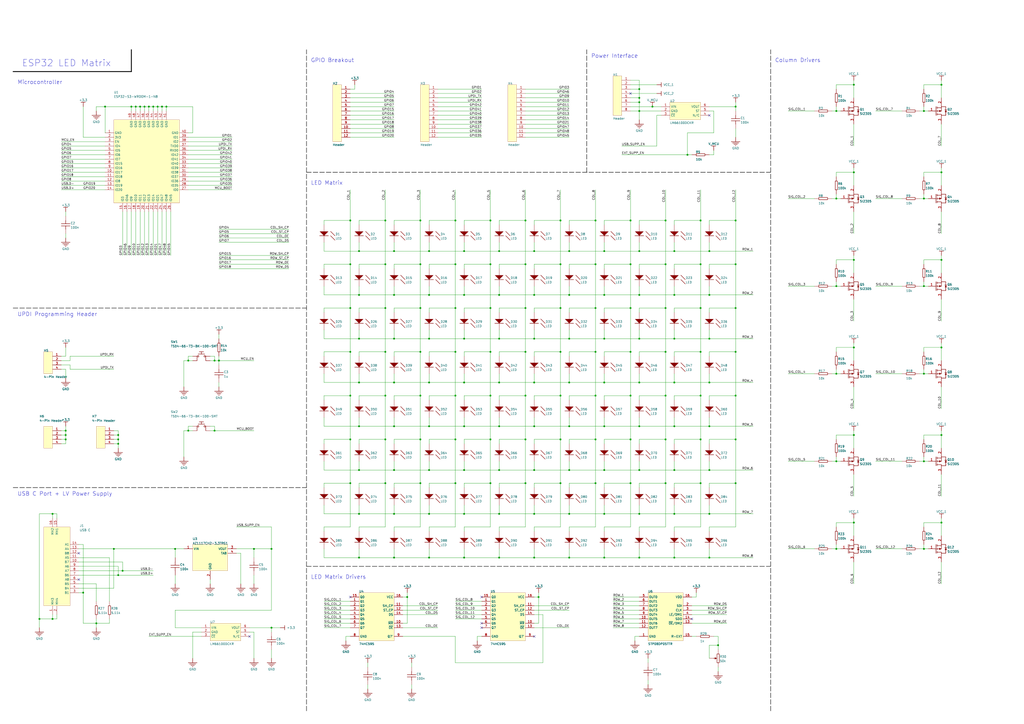
<source format=kicad_sch>
(kicad_sch (version 20231120) (generator "eeschema") (generator_version "8.0")
  (paper "A2")
  (junction (at 264.16 254.889))
  (junction (at 243.84 178.689))
  (junction (at 546.1 303.149))
  (junction (at 406.4 204.089))
  (junction (at 284.48 153.289))
  (junction (at 223.52 178.689))
  (junction (at 391.16 298.069))
  (junction (at 127 209.169))
  (junction (at 325.12 254.889))
  (junction (at 485.14 115.189))
  (junction (at 304.8 153.289))
  (junction (at 86.36 61.849))
  (junction (at 370.84 51.689))
  (junction (at 269.24 247.269))
  (junction (at 386.08 127.889))
  (junction (at 38.1 249.809))
  (junction (at 208.28 221.869))
  (junction (at 304.8 204.089))
  (junction (at 386.08 153.289))
  (junction (at 546.1 201.549))
  (junction (at 370.84 221.869))
  (junction (at 248.92 221.869))
  (junction (at 535.94 318.389))
  (junction (at 30.48 298.069))
  (junction (at 325.12 280.289))
  (junction (at 309.88 171.069))
  (junction (at 223.52 153.289))
  (junction (at 243.84 280.289))
  (junction (at 365.76 153.289))
  (junction (at 248.92 145.669))
  (junction (at 243.84 153.289))
  (junction (at 350.52 247.269))
  (junction (at 309.88 221.869))
  (junction (at 81.28 61.849))
  (junction (at 289.56 298.069))
  (junction (at 223.52 280.289))
  (junction (at 330.2 247.269))
  (junction (at 325.12 153.289))
  (junction (at 426.72 153.289))
  (junction (at 535.94 267.589))
  (junction (at 157.48 318.389))
  (junction (at 228.6 247.269))
  (junction (at 228.6 145.669))
  (junction (at 309.88 247.269))
  (junction (at 535.94 64.389))
  (junction (at 411.48 145.669))
  (junction (at 304.8 280.289))
  (junction (at 495.3 99.949))
  (junction (at 345.44 178.689))
  (junction (at 264.16 127.889))
  (junction (at 208.28 247.269))
  (junction (at 325.12 229.489))
  (junction (at 147.32 318.389))
  (junction (at 386.08 254.889))
  (junction (at 208.28 171.069))
  (junction (at 309.88 196.469))
  (junction (at 330.2 221.869))
  (junction (at 426.72 178.689))
  (junction (at 68.58 254.889))
  (junction (at 60.96 61.849))
  (junction (at 109.22 209.169))
  (junction (at 203.2 127.889))
  (junction (at 378.46 61.849))
  (junction (at 370.84 298.069))
  (junction (at 485.14 318.389))
  (junction (at 269.24 272.669))
  (junction (at 124.46 209.169))
  (junction (at 391.16 247.269))
  (junction (at 243.84 254.889))
  (junction (at 289.56 196.469))
  (junction (at 495.3 201.549))
  (junction (at 289.56 221.869))
  (junction (at 535.94 115.189))
  (junction (at 157.48 364.109))
  (junction (at 406.4 229.489))
  (junction (at 406.4 178.689))
  (junction (at 243.84 229.489))
  (junction (at 264.16 280.289))
  (junction (at 365.76 127.889))
  (junction (at 365.76 229.489))
  (junction (at 264.16 229.489))
  (junction (at 269.24 221.869))
  (junction (at 398.78 89.789))
  (junction (at 426.72 61.849))
  (junction (at 535.94 165.989))
  (junction (at 325.12 204.089))
  (junction (at 391.16 272.669))
  (junction (at 426.72 204.089))
  (junction (at 426.72 229.489))
  (junction (at 391.16 171.069))
  (junction (at 269.24 196.469))
  (junction (at 546.1 99.949))
  (junction (at 350.52 145.669))
  (junction (at 203.2 254.889))
  (junction (at 391.16 323.469))
  (junction (at 411.48 247.269))
  (junction (at 485.14 64.389))
  (junction (at 96.52 61.849))
  (junction (at 203.2 280.289))
  (junction (at 208.28 323.469))
  (junction (at 83.82 61.849))
  (junction (at 350.52 298.069))
  (junction (at 309.88 323.469))
  (junction (at 365.76 254.889))
  (junction (at 546.1 252.349))
  (junction (at 495.3 303.149))
  (junction (at 391.16 196.469))
  (junction (at 411.48 298.069))
  (junction (at 345.44 204.089))
  (junction (at 223.52 229.489))
  (junction (at 264.16 153.289))
  (junction (at 243.84 204.089))
  (junction (at 236.22 346.329))
  (junction (at 228.6 171.069))
  (junction (at 304.8 229.489))
  (junction (at 78.74 61.849))
  (junction (at 426.72 280.289))
  (junction (at 350.52 221.869))
  (junction (at 203.2 178.689))
  (junction (at 386.08 178.689))
  (junction (at 289.56 272.669))
  (junction (at 304.8 254.889))
  (junction (at 350.52 196.469))
  (junction (at 370.84 64.389))
  (junction (at 208.28 145.669))
  (junction (at 325.12 178.689))
  (junction (at 485.14 267.589))
  (junction (at 345.44 229.489))
  (junction (at 76.2 61.849))
  (junction (at 38.1 252.349))
  (junction (at 228.6 221.869))
  (junction (at 406.4 153.289))
  (junction (at 248.92 323.469))
  (junction (at 370.84 272.669))
  (junction (at 284.48 127.889))
  (junction (at 223.52 204.089))
  (junction (at 203.2 153.289))
  (junction (at 330.2 298.069))
  (junction (at 284.48 178.689))
  (junction (at 330.2 145.669))
  (junction (at 68.58 252.349))
  (junction (at 345.44 280.289))
  (junction (at 289.56 247.269))
  (junction (at 386.08 204.089))
  (junction (at 370.84 59.309))
  (junction (at 406.4 280.289))
  (junction (at 228.6 272.669))
  (junction (at 248.92 272.669))
  (junction (at 284.48 229.489))
  (junction (at 345.44 127.889))
  (junction (at 416.56 374.269))
  (junction (at 88.9 61.849))
  (junction (at 208.28 196.469))
  (junction (at 350.52 272.669))
  (junction (at 411.48 272.669))
  (junction (at 495.3 150.749))
  (junction (at 264.16 204.089))
  (junction (at 208.28 298.069))
  (junction (at 406.4 254.889))
  (junction (at 38.1 254.889))
  (junction (at 124.46 249.809))
  (junction (at 370.84 171.069))
  (junction (at 208.28 272.669))
  (junction (at 370.84 145.669))
  (junction (at 309.88 272.669))
  (junction (at 91.44 61.849))
  (junction (at 345.44 254.889))
  (junction (at 284.48 254.889))
  (junction (at 269.24 171.069))
  (junction (at 248.92 247.269))
  (junction (at 304.8 178.689))
  (junction (at 30.48 359.029))
  (junction (at 309.88 145.669))
  (junction (at 203.2 204.089))
  (junction (at 71.12 331.089))
  (junction (at 312.42 346.329))
  (junction (at 546.1 150.749))
  (junction (at 101.6 318.389))
  (junction (at 93.98 61.849))
  (junction (at 350.52 171.069))
  (junction (at 386.08 229.489))
  (junction (at 289.56 145.669))
  (junction (at 330.2 196.469))
  (junction (at 22.86 359.029))
  (junction (at 309.88 298.069))
  (junction (at 228.6 323.469))
  (junction (at 223.52 127.889))
  (junction (at 411.48 323.469))
  (junction (at 243.84 127.889))
  (junction (at 391.16 221.869))
  (junction (at 411.48 221.869))
  (junction (at 386.08 280.289))
  (junction (at 485.14 165.989))
  (junction (at 485.14 216.789))
  (junction (at 535.94 216.789))
  (junction (at 330.2 323.469))
  (junction (at 345.44 153.289))
  (junction (at 426.72 127.889))
  (junction (at 228.6 298.069))
  (junction (at 203.2 229.489))
  (junction (at 350.52 323.469))
  (junction (at 269.24 145.669))
  (junction (at 330.2 272.669))
  (junction (at 284.48 204.089))
  (junction (at 304.8 127.889))
  (junction (at 426.72 254.889))
  (junction (at 406.4 127.889))
  (junction (at 370.84 56.769))
  (junction (at 365.76 204.089))
  (junction (at 289.56 171.069))
  (junction (at 48.26 343.789))
  (junction (at 264.16 178.689))
  (junction (at 411.48 196.469))
  (junction (at 391.16 145.669))
  (junction (at 223.52 254.889))
  (junction (at 248.92 196.469))
  (junction (at 269.24 298.069))
  (junction (at 546.1 49.149))
  (junction (at 411.48 171.069))
  (junction (at 284.48 280.289))
  (junction (at 68.58 333.629))
  (junction (at 325.12 127.889))
  (junction (at 370.84 196.469))
  (junction (at 248.92 298.069))
  (junction (at 495.3 252.349))
  (junction (at 365.76 178.689))
  (junction (at 68.58 257.429))
  (junction (at 228.6 196.469))
  (junction (at 330.2 171.069))
  (junction (at 269.24 323.469))
  (junction (at 109.22 249.809))
  (junction (at 289.56 323.469))
  (junction (at 370.84 247.269))
  (junction (at 248.92 171.069))
  (junction (at 495.3 49.149))
  (junction (at 365.76 280.289))
  (junction (at 55.88 361.569))
  (junction (at 66.04 318.389))
  (junction (at 370.84 323.469))
  (no_connect (at 279.4 364.109))
  (no_connect (at 203.2 346.329))
  (no_connect (at 45.72 320.929))
  (no_connect (at 401.32 359.029))
  (no_connect (at 279.4 361.569))
  (no_connect (at 365.76 54.229))
  (no_connect (at 279.4 346.329))
  (no_connect (at 309.88 369.189))
  (no_connect (at 411.48 66.929))
  (no_connect (at 45.72 336.169))
  (no_connect (at 144.78 369.189))
  (wire (pts (xy 76.2 122.809) (xy 76.2 148.209)))
  (wire (pts (xy 406.4 153.289) (xy 406.4 178.689)))
  (wire (pts (xy 533.4 267.589) (xy 535.94 267.589)))
  (wire (pts (xy 38.1 254.889) (xy 38.1 252.349)))
  (wire (pts (xy 485.14 303.149) (xy 485.14 305.689)))
  (wire (pts (xy 223.52 204.089) (xy 223.52 229.489)))
  (wire (pts (xy 416.56 389.509) (xy 416.56 386.969)))
  (wire (pts (xy 546.1 252.349) (xy 535.94 252.349)))
  (wire (pts (xy 309.88 305.689) (xy 309.88 308.229)))
  (wire (pts (xy 289.56 323.469) (xy 309.88 323.469)))
  (wire (pts (xy 546.1 310.769) (xy 546.1 303.149)))
  (wire (pts (xy 228.6 191.389) (xy 228.6 196.469)))
  (wire (pts (xy 386.08 153.289) (xy 386.08 178.689)))
  (wire (pts (xy 401.32 356.489) (xy 421.64 356.489)))
  (wire (pts (xy 40.64 211.709) (xy 40.64 214.249)))
  (wire (pts (xy 457.2 115.189) (xy 472.44 115.189)))
  (wire (pts (xy 121.92 209.169) (xy 124.46 209.169)))
  (wire (pts (xy 33.02 359.029) (xy 30.48 359.029)))
  (wire (pts (xy 546.1 49.149) (xy 535.94 49.149)))
  (wire (pts (xy 35.56 105.029) (xy 60.96 105.029)))
  (wire (pts (xy 60.96 61.849) (xy 60.96 77.089)))
  (wire (pts (xy 248.92 165.989) (xy 248.92 171.069)))
  (wire (pts (xy 127 148.209) (xy 167.64 148.209)))
  (wire (pts (xy 330.2 59.309) (xy 304.8 59.309)))
  (wire (pts (xy 223.52 153.289) (xy 208.28 153.289)))
  (wire (pts (xy 269.24 178.689) (xy 269.24 181.229)))
  (wire (pts (xy 289.56 221.869) (xy 309.88 221.869)))
  (wire (pts (xy 243.84 280.289) (xy 243.84 305.689)))
  (wire (pts (xy 289.56 153.289) (xy 289.56 155.829)))
  (wire (pts (xy 391.16 140.589) (xy 391.16 145.669)))
  (wire (pts (xy 228.6 127.889) (xy 243.84 127.889)))
  (wire (pts (xy 411.48 298.069) (xy 436.88 298.069)))
  (wire (pts (xy 457.2 165.989) (xy 472.44 165.989)))
  (wire (pts (xy 35.56 87.249) (xy 60.96 87.249)))
  (wire (pts (xy 269.24 216.789) (xy 269.24 221.869)))
  (wire (pts (xy 330.2 196.469) (xy 350.52 196.469)))
  (wire (pts (xy 228.6 204.089) (xy 228.6 206.629)))
  (wire (pts (xy 48.26 361.569) (xy 55.88 361.569)))
  (wire (pts (xy 370.84 323.469) (xy 391.16 323.469)))
  (wire (pts (xy 187.96 216.789) (xy 187.96 221.869)))
  (wire (pts (xy 101.6 333.629) (xy 101.6 338.709)))
  (wire (pts (xy 304.8 66.929) (xy 330.2 66.929)))
  (wire (pts (xy 187.96 178.689) (xy 187.96 181.229)))
  (wire (pts (xy 485.14 49.149) (xy 485.14 51.689)))
  (wire (pts (xy 187.96 361.569) (xy 203.2 361.569)))
  (wire (pts (xy 350.52 247.269) (xy 370.84 247.269)))
  (wire (pts (xy 508 115.189) (xy 523.24 115.189)))
  (wire (pts (xy 264.16 204.089) (xy 264.16 229.489)))
  (wire (pts (xy 304.8 153.289) (xy 289.56 153.289)))
  (wire (pts (xy 264.16 127.889) (xy 264.16 153.289)))
  (wire (pts (xy 248.92 318.389) (xy 248.92 323.469)))
  (wire (pts (xy 546.1 150.749) (xy 535.94 150.749)))
  (wire (pts (xy 350.52 229.489) (xy 350.52 232.029)))
  (polyline (pts (xy 7.62 41.529) (xy 76.2 41.529)) (stroke (width 0.508) (type solid) (color 0 0 0 1)))
  (wire (pts (xy 457.2 318.389) (xy 472.44 318.389)))
  (wire (pts (xy 111.76 209.169) (xy 109.22 209.169)))
  (wire (pts (xy 284.48 305.689) (xy 269.24 305.689)))
  (wire (pts (xy 411.48 64.389) (xy 414.02 64.389)))
  (wire (pts (xy 386.08 229.489) (xy 386.08 254.889)))
  (wire (pts (xy 208.28 127.889) (xy 223.52 127.889)))
  (wire (pts (xy 406.4 153.289) (xy 391.16 153.289)))
  (wire (pts (xy 208.28 267.589) (xy 208.28 272.669)))
  (wire (pts (xy 279.4 59.309) (xy 254 59.309)))
  (wire (pts (xy 208.28 229.489) (xy 208.28 232.029)))
  (wire (pts (xy 391.16 254.889) (xy 391.16 257.429)))
  (wire (pts (xy 330.2 165.989) (xy 330.2 171.069)))
  (polyline (pts (xy 177.8 412.369) (xy 177.8 28.829)) (stroke (width 0.254) (type dash) (color 0 0 0 1)))
  (wire (pts (xy 86.36 122.809) (xy 86.36 148.209)))
  (wire (pts (xy 386.08 153.289) (xy 370.84 153.289)))
  (wire (pts (xy 350.52 171.069) (xy 370.84 171.069)))
  (wire (pts (xy 426.72 305.689) (xy 411.48 305.689)))
  (wire (pts (xy 330.2 178.689) (xy 330.2 181.229)))
  (wire (pts (xy 375.92 397.129) (xy 375.92 394.589)))
  (wire (pts (xy 35.56 110.109) (xy 60.96 110.109)))
  (wire (pts (xy 147.32 366.649) (xy 147.32 381.889)))
  (wire (pts (xy 411.48 178.689) (xy 411.48 181.229)))
  (wire (pts (xy 370.84 153.289) (xy 370.84 155.829)))
  (wire (pts (xy 546.1 252.349) (xy 546.1 249.809)))
  (wire (pts (xy 325.12 254.889) (xy 309.88 254.889)))
  (wire (pts (xy 309.88 247.269) (xy 330.2 247.269)))
  (wire (pts (xy 111.76 247.269) (xy 109.22 247.269)))
  (wire (pts (xy 127 135.509) (xy 167.64 135.509)))
  (wire (pts (xy 495.3 150.749) (xy 495.3 148.209)))
  (wire (pts (xy 109.22 102.489) (xy 134.62 102.489)))
  (wire (pts (xy 187.96 247.269) (xy 208.28 247.269)))
  (wire (pts (xy 208.28 247.269) (xy 228.6 247.269)))
  (wire (pts (xy 309.88 191.389) (xy 309.88 196.469)))
  (wire (pts (xy 88.9 64.389) (xy 88.9 61.849)))
  (wire (pts (xy 284.48 153.289) (xy 284.48 178.689)))
  (wire (pts (xy 48.26 315.849) (xy 45.72 315.849)))
  (wire (pts (xy 325.12 280.289) (xy 325.12 305.689)))
  (wire (pts (xy 508 216.789) (xy 523.24 216.789)))
  (wire (pts (xy 208.28 140.589) (xy 208.28 145.669)))
  (wire (pts (xy 127 209.169) (xy 127 211.709)))
  (wire (pts (xy 330.2 216.789) (xy 330.2 221.869)))
  (wire (pts (xy 370.84 318.389) (xy 370.84 323.469)))
  (wire (pts (xy 533.4 115.189) (xy 535.94 115.189)))
  (wire (pts (xy 243.84 280.289) (xy 228.6 280.289)))
  (wire (pts (xy 330.2 140.589) (xy 330.2 145.669)))
  (wire (pts (xy 370.84 46.609) (xy 365.76 46.609)))
  (wire (pts (xy 345.44 254.889) (xy 330.2 254.889)))
  (wire (pts (xy 355.6 348.869) (xy 370.84 348.869)))
  (wire (pts (xy 269.24 140.589) (xy 269.24 145.669)))
  (wire (pts (xy 314.96 356.489) (xy 309.88 356.489)))
  (wire (pts (xy 426.72 153.289) (xy 411.48 153.289)))
  (wire (pts (xy 208.28 254.889) (xy 208.28 257.429)))
  (wire (pts (xy 284.48 280.289) (xy 269.24 280.289)))
  (wire (pts (xy 66.04 318.389) (xy 66.04 341.249)))
  (wire (pts (xy 406.4 127.889) (xy 406.4 110.109)))
  (wire (pts (xy 391.16 221.869) (xy 411.48 221.869)))
  (wire (pts (xy 208.28 165.989) (xy 208.28 171.069)))
  (wire (pts (xy 284.48 229.489) (xy 284.48 254.889)))
  (wire (pts (xy 350.52 242.189) (xy 350.52 247.269)))
  (wire (pts (xy 350.52 254.889) (xy 350.52 257.429)))
  (wire (pts (xy 254 56.769) (xy 279.4 56.769)))
  (wire (pts (xy 345.44 153.289) (xy 345.44 178.689)))
  (wire (pts (xy 345.44 229.489) (xy 330.2 229.489)))
  (wire (pts (xy 416.56 374.269) (xy 416.56 369.189)))
  (wire (pts (xy 93.98 61.849) (xy 91.44 61.849)))
  (wire (pts (xy 187.96 353.949) (xy 203.2 353.949)))
  (wire (pts (xy 370.84 292.989) (xy 370.84 298.069)))
  (wire (pts (xy 109.22 92.329) (xy 134.62 92.329)))
  (wire (pts (xy 48.26 61.849) (xy 48.26 79.629)))
  (wire (pts (xy 386.08 229.489) (xy 370.84 229.489)))
  (wire (pts (xy 365.76 204.089) (xy 350.52 204.089)))
  (wire (pts (xy 66.04 341.249) (xy 45.72 341.249)))
  (wire (pts (xy 233.68 361.569) (xy 236.22 361.569)))
  (wire (pts (xy 134.62 79.629) (xy 109.22 79.629)))
  (wire (pts (xy 401.32 351.409) (xy 421.64 351.409)))
  (wire (pts (xy 391.16 242.189) (xy 391.16 247.269)))
  (wire (pts (xy 289.56 196.469) (xy 309.88 196.469)))
  (wire (pts (xy 228.6 318.389) (xy 228.6 323.469)))
  (wire (pts (xy 200.66 371.729) (xy 200.66 369.189)))
  (wire (pts (xy 495.3 209.169) (xy 495.3 201.549)))
  (wire (pts (xy 386.08 280.289) (xy 386.08 305.689)))
  (polyline (pts (xy 177.8 328.549) (xy 447.04 328.549)) (stroke (width 0.254) (type dash) (color 0 0 0 1)))
  (wire (pts (xy 386.08 127.889) (xy 386.08 110.109)))
  (wire (pts (xy 350.52 130.429) (xy 350.52 127.889)))
  (wire (pts (xy 411.48 242.189) (xy 411.48 247.269)))
  (wire (pts (xy 228.6 64.389) (xy 203.2 64.389)))
  (wire (pts (xy 187.96 191.389) (xy 187.96 196.469)))
  (wire (pts (xy 203.2 204.089) (xy 187.96 204.089)))
  (wire (pts (xy 269.24 242.189) (xy 269.24 247.269)))
  (wire (pts (xy 48.26 79.629) (xy 60.96 79.629)))
  (wire (pts (xy 264.16 359.029) (xy 279.4 359.029)))
  (wire (pts (xy 264.16 280.289) (xy 264.16 305.689)))
  (wire (pts (xy 406.4 280.289) (xy 391.16 280.289)))
  (wire (pts (xy 106.68 209.169) (xy 106.68 224.409)))
  (wire (pts (xy 83.82 148.209) (xy 83.82 122.809)))
  (wire (pts (xy 68.58 333.629) (xy 88.9 333.629)))
  (wire (pts (xy 22.86 298.069) (xy 30.48 298.069)))
  (wire (pts (xy 187.96 305.689) (xy 187.96 308.229)))
  (wire (pts (xy 350.52 196.469) (xy 370.84 196.469)))
  (wire (pts (xy 485.14 265.049) (xy 485.14 267.589)))
  (wire (pts (xy 365.76 204.089) (xy 365.76 229.489)))
  (wire (pts (xy 228.6 272.669) (xy 248.92 272.669)))
  (wire (pts (xy 33.02 356.489) (xy 33.02 359.029)))
  (wire (pts (xy 60.96 97.409) (xy 35.56 97.409)))
  (wire (pts (xy 426.72 59.309) (xy 426.72 61.849)))
  (wire (pts (xy 203.2 178.689) (xy 187.96 178.689)))
  (wire (pts (xy 91.44 61.849) (xy 91.44 64.389)))
  (wire (pts (xy 276.86 371.729) (xy 276.86 369.189)))
  (wire (pts (xy 38.1 249.809) (xy 38.1 247.269)))
  (wire (pts (xy 60.96 82.169) (xy 35.56 82.169)))
  (wire (pts (xy 365.76 49.149) (xy 381 49.149)))
  (wire (pts (xy 495.3 224.409) (xy 495.3 237.109)))
  (wire (pts (xy 208.28 305.689) (xy 208.28 308.229)))
  (wire (pts (xy 187.96 254.889) (xy 187.96 257.429)))
  (wire (pts (xy 228.6 323.469) (xy 248.92 323.469)))
  (wire (pts (xy 391.16 229.489) (xy 391.16 232.029)))
  (wire (pts (xy 350.52 153.289) (xy 350.52 155.829)))
  (wire (pts (xy 157.48 366.649) (xy 157.48 364.109)))
  (wire (pts (xy 60.96 92.329) (xy 35.56 92.329)))
  (wire (pts (xy 325.12 229.489) (xy 325.12 254.889)))
  (wire (pts (xy 187.96 267.589) (xy 187.96 272.669)))
  (wire (pts (xy 309.88 171.069) (xy 330.2 171.069)))
  (wire (pts (xy 495.3 275.209) (xy 495.3 287.909)))
  (wire (pts (xy 124.46 247.269) (xy 121.92 247.269)))
  (wire (pts (xy 398.78 77.089) (xy 398.78 89.789)))
  (wire (pts (xy 426.72 204.089) (xy 426.72 229.489)))
  (wire (pts (xy 350.52 267.589) (xy 350.52 272.669)))
  (wire (pts (xy 121.92 249.809) (xy 124.46 249.809)))
  (wire (pts (xy 391.16 127.889) (xy 406.4 127.889)))
  (wire (pts (xy 411.48 216.789) (xy 411.48 221.869)))
  (wire (pts (xy 106.68 318.389) (xy 101.6 318.389)))
  (wire (pts (xy 111.76 77.089) (xy 111.76 61.849)))
  (wire (pts (xy 203.2 61.849) (xy 228.6 61.849)))
  (wire (pts (xy 289.56 298.069) (xy 309.88 298.069)))
  (wire (pts (xy 289.56 292.989) (xy 289.56 298.069)))
  (wire (pts (xy 381 66.929) (xy 383.54 66.929)))
  (wire (pts (xy 22.86 359.029) (xy 22.86 364.109)))
  (wire (pts (xy 370.84 145.669) (xy 391.16 145.669)))
  (wire (pts (xy 203.2 204.089) (xy 203.2 229.489)))
  (wire (pts (xy 535.94 49.149) (xy 535.94 51.689)))
  (wire (pts (xy 213.36 384.429) (xy 213.36 386.969)))
  (wire (pts (xy 330.2 204.089) (xy 330.2 206.629)))
  (wire (pts (xy 264.16 229.489) (xy 264.16 254.889)))
  (wire (pts (xy 365.76 280.289) (xy 350.52 280.289)))
  (wire (pts (xy 109.22 94.869) (xy 134.62 94.869)))
  (wire (pts (xy 248.92 127.889) (xy 264.16 127.889)))
  (wire (pts (xy 546.1 72.009) (xy 546.1 84.709)))
  (wire (pts (xy 495.3 99.949) (xy 485.14 99.949)))
  (wire (pts (xy 228.6 130.429) (xy 228.6 127.889)))
  (wire (pts (xy 535.94 150.749) (xy 535.94 153.289)))
  (wire (pts (xy 127 155.829) (xy 167.64 155.829)))
  (wire (pts (xy 330.2 74.549) (xy 304.8 74.549)))
  (wire (pts (xy 345.44 254.889) (xy 345.44 280.289)))
  (wire (pts (xy 304.8 204.089) (xy 289.56 204.089)))
  (wire (pts (xy 76.2 61.849) (xy 60.96 61.849)))
  (wire (pts (xy 106.68 249.809) (xy 109.22 249.809)))
  (wire (pts (xy 134.62 107.569) (xy 109.22 107.569)))
  (wire (pts (xy 228.6 229.489) (xy 228.6 232.029)))
  (wire (pts (xy 187.96 171.069) (xy 208.28 171.069)))
  (wire (pts (xy 330.2 51.689) (xy 304.8 51.689)))
  (wire (pts (xy 269.24 267.589) (xy 269.24 272.669)))
  (wire (pts (xy 228.6 153.289) (xy 228.6 155.829)))
  (wire (pts (xy 139.7 320.929) (xy 137.16 320.929)))
  (wire (pts (xy 309.88 127.889) (xy 325.12 127.889)))
  (wire (pts (xy 203.2 229.489) (xy 187.96 229.489)))
  (wire (pts (xy 66.04 206.629) (xy 40.64 206.629)))
  (wire (pts (xy 508 64.389) (xy 523.24 64.389)))
  (wire (pts (xy 289.56 318.389) (xy 289.56 323.469)))
  (wire (pts (xy 78.74 148.209) (xy 78.74 122.809)))
  (wire (pts (xy 124.46 209.169) (xy 127 209.169)))
  (wire (pts (xy 109.22 77.089) (xy 111.76 77.089)))
  (wire (pts (xy 411.48 318.389) (xy 411.48 323.469)))
  (wire (pts (xy 546.1 107.569) (xy 546.1 99.949)))
  (wire (pts (xy 208.28 178.689) (xy 208.28 181.229)))
  (wire (pts (xy 411.48 153.289) (xy 411.48 155.829)))
  (wire (pts (xy 208.28 153.289) (xy 208.28 155.829)))
  (wire (pts (xy 485.14 315.849) (xy 485.14 318.389)))
  (wire (pts (xy 391.16 191.389) (xy 391.16 196.469)))
  (wire (pts (xy 289.56 254.889) (xy 289.56 257.429)))
  (wire (pts (xy 264.16 369.189) (xy 264.16 384.429)))
  (wire (pts (xy 243.84 254.889) (xy 228.6 254.889)))
  (wire (pts (xy 391.16 323.469) (xy 411.48 323.469)))
  (wire (pts (xy 284.48 229.489) (xy 269.24 229.489)))
  (polyline (pts (xy 340.36 99.949) (xy 340.36 28.829)) (stroke (width 0.254) (type dash) (color 0 0 0 1)))
  (wire (pts (xy 426.72 74.549) (xy 426.72 79.629)))
  (wire (pts (xy 223.52 178.689) (xy 223.52 204.089)))
  (wire (pts (xy 381 84.709) (xy 381 66.929)))
  (wire (pts (xy 535.94 64.389) (xy 538.48 64.389)))
  (wire (pts (xy 345.44 127.889) (xy 345.44 153.289)))
  (wire (pts (xy 269.24 221.869) (xy 289.56 221.869)))
  (wire (pts (xy 411.48 171.069) (xy 436.88 171.069)))
  (wire (pts (xy 248.92 196.469) (xy 269.24 196.469)))
  (wire (pts (xy 289.56 280.289) (xy 289.56 282.829)))
  (wire (pts (xy 535.94 315.849) (xy 535.94 318.389)))
  (wire (pts (xy 309.88 216.789) (xy 309.88 221.869)))
  (wire (pts (xy 208.28 298.069) (xy 228.6 298.069)))
  (wire (pts (xy 228.6 298.069) (xy 248.92 298.069)))
  (wire (pts (xy 243.84 204.089) (xy 243.84 229.489)))
  (wire (pts (xy 284.48 127.889) (xy 284.48 153.289)))
  (wire (pts (xy 289.56 140.589) (xy 289.56 145.669)))
  (wire (pts (xy 330.2 171.069) (xy 350.52 171.069)))
  (wire (pts (xy 248.92 272.669) (xy 269.24 272.669)))
  (wire (pts (xy 228.6 165.989) (xy 228.6 171.069)))
  (wire (pts (xy 391.16 318.389) (xy 391.16 323.469)))
  (wire (pts (xy 365.76 56.769) (xy 370.84 56.769)))
  (wire (pts (xy 248.92 305.689) (xy 248.92 308.229)))
  (wire (pts (xy 284.48 204.089) (xy 269.24 204.089)))
  (wire (pts (xy 248.92 229.489) (xy 248.92 232.029)))
  (wire (pts (xy 137.16 305.689) (xy 157.48 305.689)))
  (wire (pts (xy 60.96 107.569) (xy 35.56 107.569)))
  (wire (pts (xy 45.72 326.009) (xy 71.12 326.009)))
  (wire (pts (xy 248.92 171.069) (xy 269.24 171.069)))
  (wire (pts (xy 426.72 127.889) (xy 426.72 153.289)))
  (wire (pts (xy 269.24 292.989) (xy 269.24 298.069)))
  (wire (pts (xy 304.8 77.089) (xy 330.2 77.089)))
  (wire (pts (xy 533.4 318.389) (xy 535.94 318.389)))
  (wire (pts (xy 350.52 127.889) (xy 365.76 127.889)))
  (wire (pts (xy 289.56 267.589) (xy 289.56 272.669)))
  (wire (pts (xy 93.98 64.389) (xy 93.98 61.849)))
  (wire (pts (xy 264.16 356.489) (xy 279.4 356.489)))
  (wire (pts (xy 203.2 66.929) (xy 228.6 66.929)))
  (wire (pts (xy 535.94 112.649) (xy 535.94 115.189)))
  (wire (pts (xy 66.04 254.889) (xy 68.58 254.889)))
  (wire (pts (xy 289.56 305.689) (xy 289.56 308.229)))
  (wire (pts (xy 312.42 346.329) (xy 312.42 343.789)))
  (wire (pts (xy 546.1 224.409) (xy 546.1 237.109)))
  (wire (pts (xy 203.2 153.289) (xy 203.2 178.689)))
  (wire (pts (xy 330.2 318.389) (xy 330.2 323.469)))
  (wire (pts (xy 426.72 127.889) (xy 426.72 110.109)))
  (wire (pts (xy 264.16 153.289) (xy 264.16 178.689)))
  (wire (pts (xy 269.24 145.669) (xy 289.56 145.669)))
  (wire (pts (xy 35.56 84.709) (xy 60.96 84.709)))
  (wire (pts (xy 269.24 165.989) (xy 269.24 171.069)))
  (wire (pts (xy 208.28 216.789) (xy 208.28 221.869)))
  (wire (pts (xy 535.94 99.949) (xy 535.94 102.489)))
  (wire (pts (xy 330.2 292.989) (xy 330.2 298.069)))
  (wire (pts (xy 508 318.389) (xy 523.24 318.389)))
  (wire (pts (xy 187.96 351.409) (xy 203.2 351.409)))
  (wire (pts (xy 350.52 204.089) (xy 350.52 206.629)))
  (wire (pts (xy 411.48 280.289) (xy 411.48 282.829)))
  (wire (pts (xy 76.2 64.389) (xy 76.2 61.849)))
  (wire (pts (xy 187.96 280.289) (xy 187.96 282.829)))
  (wire (pts (xy 40.64 206.629) (xy 40.64 209.169)))
  (wire (pts (xy 355.6 364.109) (xy 370.84 364.109)))
  (wire (pts (xy 330.2 364.109) (xy 309.88 364.109)))
  (wire (pts (xy 264.16 254.889) (xy 248.92 254.889)))
  (wire (pts (xy 111.76 61.849) (xy 96.52 61.849)))
  (wire (pts (xy 304.8 127.889) (xy 304.8 110.109)))
  (wire (pts (xy 55.88 338.709) (xy 45.72 338.709)))
  (wire (pts (xy 355.6 361.569) (xy 370.84 361.569)))
  (wire (pts (xy 203.2 127.889) (xy 203.2 153.289)))
  (wire (pts (xy 370.84 140.589) (xy 370.84 145.669)))
  (wire (pts (xy 30.48 298.069) (xy 33.02 298.069)))
  (wire (pts (xy 391.16 196.469) (xy 411.48 196.469)))
  (wire (pts (xy 535.94 252.349) (xy 535.94 254.889)))
  (wire (pts (xy 38.1 214.249) (xy 38.1 219.329)))
  (wire (pts (xy 238.76 384.429) (xy 238.76 386.969)))
  (wire (pts (xy 289.56 247.269) (xy 309.88 247.269)))
  (wire (pts (xy 365.76 153.289) (xy 365.76 178.689)))
  (wire (pts (xy 309.88 140.589) (xy 309.88 145.669)))
  (wire (pts (xy 289.56 272.669) (xy 309.88 272.669)))
  (wire (pts (xy 304.8 178.689) (xy 304.8 204.089)))
  (wire (pts (xy 309.88 267.589) (xy 309.88 272.669)))
  (wire (pts (xy 365.76 178.689) (xy 365.76 204.089)))
  (wire (pts (xy 203.2 127.889) (xy 203.2 110.109)))
  (wire (pts (xy 269.24 254.889) (xy 269.24 257.429)))
  (wire (pts (xy 289.56 171.069) (xy 309.88 171.069)))
  (wire (pts (xy 254 74.549) (xy 279.4 74.549)))
  (wire (pts (xy 248.92 216.789) (xy 248.92 221.869)))
  (wire (pts (xy 495.3 326.009) (xy 495.3 338.709)))
  (wire (pts (xy 157.48 305.689) (xy 157.48 318.389)))
  (wire (pts (xy 495.3 310.769) (xy 495.3 303.149)))
  (wire (pts (xy 535.94 163.449) (xy 535.94 165.989)))
  (wire (pts (xy 370.84 280.289) (xy 370.84 282.829)))
  (wire (pts (xy 208.28 242.189) (xy 208.28 247.269)))
  (wire (pts (xy 495.3 303.149) (xy 495.3 300.609)))
  (wire (pts (xy 73.66 148.209) (xy 73.66 122.809)))
  (wire (pts (xy 127 140.589) (xy 167.64 140.589)))
  (wire (pts (xy 426.72 229.489) (xy 426.72 254.889)))
  (wire (pts (xy 284.48 178.689) (xy 269.24 178.689)))
  (wire (pts (xy 365.76 61.849) (xy 378.46 61.849)))
  (wire (pts (xy 88.9 61.849) (xy 86.36 61.849)))
  (wire (pts (xy 309.88 130.429) (xy 309.88 127.889)))
  (wire (pts (xy 370.84 247.269) (xy 391.16 247.269)))
  (wire (pts (xy 228.6 216.789) (xy 228.6 221.869)))
  (wire (pts (xy 411.48 191.389) (xy 411.48 196.469)))
  (wire (pts (xy 248.92 298.069) (xy 269.24 298.069)))
  (wire (pts (xy 208.28 204.089) (xy 208.28 206.629)))
  (wire (pts (xy 248.92 178.689) (xy 248.92 181.229)))
  (wire (pts (xy 279.4 54.229) (xy 254 54.229)))
  (wire (pts (xy 370.84 178.689) (xy 370.84 181.229)))
  (wire (pts (xy 495.3 259.969) (xy 495.3 252.349)))
  (wire (pts (xy 284.48 204.089) (xy 284.48 229.489)))
  (wire (pts (xy 406.4 280.289) (xy 406.4 305.689)))
  (wire (pts (xy 279.4 77.089) (xy 254 77.089)))
  (wire (pts (xy 304.8 56.769) (xy 330.2 56.769)))
  (wire (pts (xy 109.22 110.109) (xy 134.62 110.109)))
  (wire (pts (xy 426.72 64.389) (xy 426.72 61.849)))
  (wire (pts (xy 248.92 242.189) (xy 248.92 247.269)))
  (wire (pts (xy 345.44 280.289) (xy 330.2 280.289)))
  (wire (pts (xy 38.1 125.349) (xy 38.1 122.809)))
  (wire (pts (xy 264.16 280.289) (xy 248.92 280.289)))
  (wire (pts (xy 391.16 267.589) (xy 391.16 272.669)))
  (wire (pts (xy 223.52 127.889) (xy 223.52 110.109)))
  (wire (pts (xy 111.76 366.649) (xy 111.76 381.889)))
  (wire (pts (xy 228.6 74.549) (xy 203.2 74.549)))
  (wire (pts (xy 124.46 249.809) (xy 147.32 249.809)))
  (wire (pts (xy 370.84 305.689) (xy 370.84 308.229)))
  (wire (pts (xy 365.76 229.489) (xy 350.52 229.489)))
  (wire (pts (xy 411.48 196.469) (xy 436.88 196.469)))
  (wire (pts (xy 289.56 127.889) (xy 304.8 127.889)))
  (wire (pts (xy 370.84 127.889) (xy 386.08 127.889)))
  (wire (pts (xy 187.96 145.669) (xy 208.28 145.669)))
  (wire (pts (xy 535.94 216.789) (xy 538.48 216.789)))
  (wire (pts (xy 330.2 145.669) (xy 350.52 145.669)))
  (wire (pts (xy 68.58 257.429) (xy 68.58 259.969)))
  (wire (pts (xy 68.58 249.809) (xy 68.58 252.349)))
  (wire (pts (xy 228.6 196.469) (xy 248.92 196.469)))
  (wire (pts (xy 535.94 318.389) (xy 538.48 318.389)))
  (wire (pts (xy 533.4 165.989) (xy 535.94 165.989)))
  (wire (pts (xy 495.3 49.149) (xy 485.14 49.149)))
  (wire (pts (xy 187.96 298.069) (xy 208.28 298.069)))
  (wire (pts (xy 228.6 247.269) (xy 248.92 247.269)))
  (wire (pts (xy 208.28 145.669) (xy 228.6 145.669)))
  (wire (pts (xy 208.28 292.989) (xy 208.28 298.069)))
  (wire (pts (xy 350.52 298.069) (xy 370.84 298.069)))
  (wire (pts (xy 398.78 89.789) (xy 360.68 89.789)))
  (wire (pts (xy 370.84 254.889) (xy 370.84 257.429)))
  (wire (pts (xy 116.84 366.649) (xy 111.76 366.649)))
  (wire (pts (xy 60.96 61.849) (xy 55.88 61.849)))
  (wire (pts (xy 304.8 229.489) (xy 289.56 229.489)))
  (wire (pts (xy 238.76 399.669) (xy 238.76 397.129)))
  (wire (pts (xy 304.8 229.489) (xy 304.8 254.889)))
  (wire (pts (xy 264.16 127.889) (xy 264.16 110.109)))
  (wire (pts (xy 35.56 254.889) (xy 38.1 254.889)))
  (wire (pts (xy 40.64 209.169) (xy 35.56 209.169)))
  (wire (pts (xy 304.8 204.089) (xy 304.8 229.489)))
  (wire (pts (xy 546.1 201.549) (xy 535.94 201.549)))
  (polyline (pts (xy 7.62 178.689) (xy 177.8 178.689)) (stroke (width 0.254) (type dash) (color 0 0 0 1)))
  (wire (pts (xy 228.6 69.469) (xy 203.2 69.469)))
  (wire (pts (xy 406.4 178.689) (xy 406.4 204.089)))
  (wire (pts (xy 345.44 229.489) (xy 345.44 254.889)))
  (wire (pts (xy 546.1 303.149) (xy 535.94 303.149)))
  (wire (pts (xy 482.6 318.389) (xy 485.14 318.389)))
  (wire (pts (xy 63.5 359.029) (xy 63.5 361.569)))
  (wire (pts (xy 370.84 216.789) (xy 370.84 221.869)))
  (wire (pts (xy 406.4 229.489) (xy 391.16 229.489)))
  (wire (pts (xy 426.72 280.289) (xy 426.72 305.689)))
  (wire (pts (xy 345.44 153.289) (xy 330.2 153.289)))
  (wire (pts (xy 485.14 252.349) (xy 485.14 254.889)))
  (wire (pts (xy 391.16 171.069) (xy 411.48 171.069)))
  (wire (pts (xy 228.6 267.589) (xy 228.6 272.669)))
  (wire (pts (xy 330.2 191.389) (xy 330.2 196.469)))
  (wire (pts (xy 279.4 61.849) (xy 254 61.849)))
  (wire (pts (xy 228.6 242.189) (xy 228.6 247.269)))
  (wire (pts (xy 485.14 201.549) (xy 485.14 204.089)))
  (wire (pts (xy 406.4 204.089) (xy 391.16 204.089)))
  (wire (pts (xy 345.44 178.689) (xy 345.44 204.089)))
  (wire (pts (xy 386.08 127.889) (xy 386.08 153.289)))
  (wire (pts (xy 55.88 364.109) (xy 55.88 361.569)))
  (wire (pts (xy 375.92 381.889) (xy 375.92 384.429)))
  (wire (pts (xy 208.28 323.469) (xy 228.6 323.469)))
  (wire (pts (xy 350.52 323.469) (xy 370.84 323.469)))
  (wire (pts (xy 330.2 153.289) (xy 330.2 155.829)))
  (wire (pts (xy 495.3 56.769) (xy 495.3 49.149)))
  (wire (pts (xy 223.52 229.489) (xy 223.52 254.889)))
  (wire (pts (xy 426.72 153.289) (xy 426.72 178.689)))
  (wire (pts (xy 269.24 153.289) (xy 269.24 155.829)))
  (wire (pts (xy 208.28 280.289) (xy 208.28 282.829)))
  (wire (pts (xy 205.74 51.689) (xy 205.74 49.149)))
  (wire (pts (xy 350.52 292.989) (xy 350.52 298.069)))
  (wire (pts (xy 406.4 254.889) (xy 406.4 280.289)))
  (wire (pts (xy 391.16 165.989) (xy 391.16 171.069)))
  (wire (pts (xy 304.8 280.289) (xy 304.8 305.689)))
  (wire (pts (xy 233.68 351.409) (xy 254 351.409)))
  (wire (pts (xy 304.8 254.889) (xy 304.8 280.289)))
  (wire (pts (xy 309.88 254.889) (xy 309.88 257.429)))
  (wire (pts (xy 495.3 49.149) (xy 495.3 46.609)))
  (wire (pts (xy 304.8 79.629) (xy 330.2 79.629)))
  (wire (pts (xy 411.48 267.589) (xy 411.48 272.669)))
  (wire (pts (xy 157.48 353.949) (xy 101.6 353.949)))
  (wire (pts (xy 495.3 158.369) (xy 495.3 150.749)))
  (wire (pts (xy 401.32 353.949) (xy 421.64 353.949)))
  (wire (pts (xy 345.44 178.689) (xy 330.2 178.689)))
  (wire (pts (xy 411.48 292.989) (xy 411.48 298.069)))
  (wire (pts (xy 38.1 206.629) (xy 38.1 201.549)))
  (wire (pts (xy 264.16 254.889) (xy 264.16 280.289)))
  (wire (pts (xy 109.22 209.169) (xy 106.68 209.169)))
  (wire (pts (xy 485.14 115.189) (xy 487.68 115.189)))
  (wire (pts (xy 228.6 305.689) (xy 228.6 308.229)))
  (wire (pts (xy 223.52 127.889) (xy 223.52 153.289)))
  (wire (pts (xy 127 206.629) (xy 127 209.169)))
  (wire (pts (xy 243.84 229.489) (xy 228.6 229.489)))
  (wire (pts (xy 325.12 254.889) (xy 325.12 280.289)))
  (wire (pts (xy 350.52 280.289) (xy 350.52 282.829)))
  (wire (pts (xy 330.2 221.869) (xy 350.52 221.869)))
  (wire (pts (xy 411.48 323.469) (xy 436.88 323.469)))
  (wire (pts (xy 546.1 122.809) (xy 546.1 135.509)))
  (wire (pts (xy 546.1 326.009) (xy 546.1 338.709)))
  (wire (pts (xy 200.66 369.189) (xy 203.2 369.189)))
  (wire (pts (xy 304.8 254.889) (xy 289.56 254.889)))
  (wire (pts (xy 248.92 130.429) (xy 248.92 127.889)))
  (wire (pts (xy 187.96 323.469) (xy 208.28 323.469)))
  (wire (pts (xy 55.88 61.849) (xy 55.88 64.389)))
  (wire (pts (xy 208.28 272.669) (xy 228.6 272.669)))
  (wire (pts (xy 309.88 145.669) (xy 330.2 145.669)))
  (wire (pts (xy 243.84 178.689) (xy 228.6 178.689)))
  (wire (pts (xy 264.16 153.289) (xy 248.92 153.289)))
  (wire (pts (xy 546.1 173.609) (xy 546.1 186.309)))
  (wire (pts (xy 546.1 49.149) (xy 546.1 46.609)))
  (wire (pts (xy 93.98 148.209) (xy 93.98 122.809)))
  (wire (pts (xy 309.88 323.469) (xy 330.2 323.469)))
  (wire (pts (xy 426.72 229.489) (xy 411.48 229.489)))
  (wire (pts (xy 99.06 122.809) (xy 99.06 148.209)))
  (wire (pts (xy 35.56 206.629) (xy 38.1 206.629)))
  (wire (pts (xy 485.14 216.789) (xy 487.68 216.789)))
  (wire (pts (xy 309.88 361.569) (xy 312.42 361.569)))
  (wire (pts (xy 495.3 122.809) (xy 495.3 135.509)))
  (wire (pts (xy 276.86 369.189) (xy 279.4 369.189)))
  (wire (pts (xy 391.16 272.669) (xy 411.48 272.669)))
  (wire (pts (xy 68.58 328.549) (xy 68.58 333.629)))
  (wire (pts (xy 223.52 254.889) (xy 223.52 280.289)))
  (wire (pts (xy 350.52 145.669) (xy 370.84 145.669)))
  (wire (pts (xy 535.94 267.589) (xy 538.48 267.589)))
  (wire (pts (xy 345.44 204.089) (xy 330.2 204.089)))
  (wire (pts (xy 81.28 122.809) (xy 81.28 148.209)))
  (wire (pts (xy 96.52 61.849) (xy 93.98 61.849)))
  (wire (pts (xy 426.72 178.689) (xy 426.72 204.089)))
  (wire (pts (xy 187.96 229.489) (xy 187.96 232.029)))
  (wire (pts (xy 208.28 191.389) (xy 208.28 196.469)))
  (wire (pts (xy 147.32 318.389) (xy 157.48 318.389)))
  (wire (pts (xy 289.56 191.389) (xy 289.56 196.469)))
  (wire (pts (xy 96.52 122.809) (xy 96.52 148.209)))
  (wire (pts (xy 187.96 242.189) (xy 187.96 247.269)))
  (wire (pts (xy 269.24 171.069) (xy 289.56 171.069)))
  (wire (pts (xy 101.6 353.949) (xy 101.6 364.109)))
  (wire (pts (xy 391.16 292.989) (xy 391.16 298.069)))
  (wire (pts (xy 330.2 229.489) (xy 330.2 232.029)))
  (wire (pts (xy 228.6 171.069) (xy 248.92 171.069)))
  (wire (pts (xy 40.64 214.249) (xy 66.04 214.249)))
  (wire (pts (xy 228.6 280.289) (xy 228.6 282.829)))
  (wire (pts (xy 124.46 249.809) (xy 124.46 247.269)))
  (wire (pts (xy 411.48 140.589) (xy 411.48 145.669)))
  (wire (pts (xy 121.92 206.629) (xy 124.46 206.629)))
  (wire (pts (xy 378.46 61.849) (xy 383.54 61.849)))
  (wire (pts (xy 411.48 204.089) (xy 411.48 206.629)))
  (wire (pts (xy 243.84 204.089) (xy 228.6 204.089)))
  (wire (pts (xy 482.6 216.789) (xy 485.14 216.789)))
  (wire (pts (xy 411.48 247.269) (xy 436.88 247.269)))
  (wire (pts (xy 134.62 97.409) (xy 109.22 97.409)))
  (wire (pts (xy 203.2 254.889) (xy 203.2 280.289)))
  (wire (pts (xy 223.52 280.289) (xy 223.52 305.689)))
  (wire (pts (xy 38.1 138.049) (xy 38.1 135.509)))
  (wire (pts (xy 45.72 328.549) (xy 68.58 328.549)))
  (wire (pts (xy 127 138.049) (xy 167.64 138.049)))
  (wire (pts (xy 386.08 204.089) (xy 370.84 204.089)))
  (wire (pts (xy 411.48 145.669) (xy 436.88 145.669)))
  (wire (pts (xy 157.48 364.109) (xy 144.78 364.109)))
  (wire (pts (xy 228.6 145.669) (xy 248.92 145.669)))
  (wire (pts (xy 213.36 399.669) (xy 213.36 397.129)))
  (wire (pts (xy 228.6 221.869) (xy 248.92 221.869)))
  (wire (pts (xy 228.6 254.889) (xy 228.6 257.429)))
  (wire (pts (xy 35.56 249.809) (xy 38.1 249.809)))
  (wire (pts (xy 66.04 257.429) (xy 68.58 257.429)))
  (wire (pts (xy 401.32 346.329) (xy 403.86 346.329)))
  (wire (pts (xy 309.88 318.389) (xy 309.88 323.469)))
  (wire (pts (xy 68.58 254.889) (xy 68.58 257.429)))
  (wire (pts (xy 124.46 206.629) (xy 124.46 209.169)))
  (wire (pts (xy 248.92 280.289) (xy 248.92 282.829)))
  (wire (pts (xy 264.16 353.949) (xy 279.4 353.949)))
  (wire (pts (xy 284.48 127.889) (xy 284.48 110.109)))
  (wire (pts (xy 330.2 69.469) (xy 304.8 69.469)))
  (wire (pts (xy 243.84 153.289) (xy 228.6 153.289)))
  (wire (pts (xy 482.6 64.389) (xy 485.14 64.389)))
  (wire (pts (xy 101.6 364.109) (xy 116.84 364.109)))
  (wire (pts (xy 279.4 72.009) (xy 254 72.009)))
  (wire (pts (xy 309.88 178.689) (xy 309.88 181.229)))
  (wire (pts (xy 228.6 56.769) (xy 203.2 56.769)))
  (wire (pts (xy 370.84 242.189) (xy 370.84 247.269)))
  (wire (pts (xy 127 132.969) (xy 167.64 132.969)))
  (wire (pts (xy 485.14 112.649) (xy 485.14 115.189)))
  (wire (pts (xy 78.74 64.389) (xy 78.74 61.849)))
  (wire (pts (xy 495.3 72.009) (xy 495.3 84.709)))
  (wire (pts (xy 269.24 204.089) (xy 269.24 206.629)))
  (wire (pts (xy 411.48 89.789) (xy 414.02 89.789)))
  (wire (pts (xy 269.24 247.269) (xy 289.56 247.269)))
  (wire (pts (xy 269.24 318.389) (xy 269.24 323.469)))
  (wire (pts (xy 426.72 204.089) (xy 411.48 204.089)))
  (wire (pts (xy 187.96 204.089) (xy 187.96 206.629)))
  (wire (pts (xy 279.4 79.629) (xy 254 79.629)))
  (wire (pts (xy 350.52 191.389) (xy 350.52 196.469)))
  (wire (pts (xy 248.92 247.269) (xy 269.24 247.269)))
  (wire (pts (xy 109.22 247.269) (xy 109.22 249.809)))
  (wire (pts (xy 35.56 89.789) (xy 60.96 89.789)))
  (wire (pts (xy 309.88 272.669) (xy 330.2 272.669)))
  (wire (pts (xy 55.88 348.869) (xy 55.88 338.709)))
  (wire (pts (xy 203.2 305.689) (xy 187.96 305.689)))
  (wire (pts (xy 30.48 359.029) (xy 30.48 356.489)))
  (wire (pts (xy 134.62 99.949) (xy 109.22 99.949)))
  (wire (pts (xy 365.76 153.289) (xy 350.52 153.289)))
  (wire (pts (xy 485.14 267.589) (xy 487.68 267.589)))
  (wire (pts (xy 30.48 298.069) (xy 30.48 300.609)))
  (wire (pts (xy 162.56 364.109) (xy 157.48 364.109)))
  (wire (pts (xy 208.28 130.429) (xy 208.28 127.889)))
  (wire (pts (xy 71.12 331.089) (xy 88.9 331.089)))
  (wire (pts (xy 345.44 127.889) (xy 345.44 110.109)))
  (wire (pts (xy 269.24 127.889) (xy 284.48 127.889)))
  (wire (pts (xy 264.16 204.089) (xy 248.92 204.089)))
  (wire (pts (xy 304.8 72.009) (xy 330.2 72.009)))
  (wire (pts (xy 127 209.169) (xy 147.32 209.169)))
  (wire (pts (xy 546.1 158.369) (xy 546.1 150.749)))
  (wire (pts (xy 66.04 318.389) (xy 45.72 318.389)))
  (wire (pts (xy 269.24 272.669) (xy 289.56 272.669)))
  (wire (pts (xy 355.6 351.409) (xy 370.84 351.409)))
  (wire (pts (xy 391.16 145.669) (xy 411.48 145.669)))
  (wire (pts (xy 309.88 351.409) (xy 330.2 351.409)))
  (wire (pts (xy 203.2 72.009) (xy 228.6 72.009)))
  (wire (pts (xy 60.96 102.489) (xy 35.56 102.489)))
  (wire (pts (xy 304.8 153.289) (xy 304.8 178.689)))
  (wire (pts (xy 101.6 318.389) (xy 101.6 323.469)))
  (wire (pts (xy 370.84 221.869) (xy 391.16 221.869)))
  (wire (pts (xy 121.92 338.709) (xy 121.92 336.169)))
  (wire (pts (xy 223.52 153.289) (xy 223.52 178.689)))
  (wire (pts (xy 485.14 214.249) (xy 485.14 216.789)))
  (wire (pts (xy 248.92 267.589) (xy 248.92 272.669)))
  (wire (pts (xy 401.32 369.189) (xy 403.86 369.189)))
  (wire (pts (xy 485.14 165.989) (xy 487.68 165.989)))
  (wire (pts (xy 350.52 272.669) (xy 370.84 272.669)))
  (wire (pts (xy 330.2 130.429) (xy 330.2 127.889)))
  (wire (pts (xy 370.84 204.089) (xy 370.84 206.629)))
  (wire (pts (xy 33.02 298.069) (xy 33.02 300.609)))
  (wire (pts (xy 127 150.749) (xy 167.64 150.749)))
  (wire (pts (xy 535.94 165.989) (xy 538.48 165.989)))
  (wire (pts (xy 355.6 359.029) (xy 370.84 359.029)))
  (wire (pts (xy 386.08 204.089) (xy 386.08 229.489)))
  (wire (pts (xy 35.56 257.429) (xy 38.1 257.429)))
  (wire (pts (xy 457.2 216.789) (xy 472.44 216.789)))
  (polyline (pts (xy 447.04 412.369) (xy 447.04 28.829)) (stroke (width 0.254) (type dash) (color 0 0 0 1)))
  (wire (pts (xy 495.3 201.549) (xy 495.3 199.009)))
  (wire (pts (xy 386.08 254.889) (xy 386.08 280.289)))
  (wire (pts (xy 134.62 89.789) (xy 109.22 89.789)))
  (wire (pts (xy 38.1 257.429) (xy 38.1 254.889)))
  (wire (pts (xy 187.96 130.429) (xy 187.96 127.889)))
  (wire (pts (xy 330.2 242.189) (xy 330.2 247.269)))
  (wire (pts (xy 304.8 61.849) (xy 330.2 61.849)))
  (wire (pts (xy 495.3 303.149) (xy 485.14 303.149)))
  (wire (pts (xy 264.16 384.429) (xy 314.96 384.429)))
  (wire (pts (xy 330.2 254.889) (xy 330.2 257.429)))
  (wire (pts (xy 243.84 229.489) (xy 243.84 254.889)))
  (wire (pts (xy 45.72 323.469) (xy 63.5 323.469)))
  (wire (pts (xy 109.22 84.709) (xy 134.62 84.709)))
  (wire (pts (xy 289.56 216.789) (xy 289.56 221.869)))
  (wire (pts (xy 365.76 54.229) (xy 381 54.229)))
  (wire (pts (xy 391.16 247.269) (xy 411.48 247.269)))
  (wire (pts (xy 391.16 298.069) (xy 411.48 298.069)))
  (wire (pts (xy 71.12 331.089) (xy 45.72 331.089)))
  (wire (pts (xy 289.56 229.489) (xy 289.56 232.029)))
  (wire (pts (xy 330.2 267.589) (xy 330.2 272.669)))
  (wire (pts (xy 208.28 196.469) (xy 228.6 196.469)))
  (wire (pts (xy 411.48 130.429) (xy 411.48 127.889)))
  (wire (pts (xy 365.76 254.889) (xy 350.52 254.889)))
  (wire (pts (xy 426.72 178.689) (xy 411.48 178.689)))
  (wire (pts (xy 485.14 61.849) (xy 485.14 64.389)))
  (wire (pts (xy 35.56 214.249) (xy 38.1 214.249)))
  (wire (pts (xy 208.28 318.389) (xy 208.28 323.469)))
  (wire (pts (xy 535.94 115.189) (xy 538.48 115.189)))
  (wire (pts (xy 370.84 130.429) (xy 370.84 127.889)))
  (wire (pts (xy 304.8 280.289) (xy 289.56 280.289)))
  (wire (pts (xy 406.4 229.489) (xy 406.4 254.889)))
  (wire (pts (xy 416.56 374.269) (xy 416.56 376.809)))
  (wire (pts (xy 304.8 178.689) (xy 289.56 178.689)))
  (wire (pts (xy 134.62 82.169) (xy 109.22 82.169)))
  (wire (pts (xy 289.56 165.989) (xy 289.56 171.069)))
  (wire (pts (xy 187.96 127.889) (xy 203.2 127.889)))
  (wire (pts (xy 386.08 254.889) (xy 370.84 254.889)))
  (wire (pts (xy 406.4 305.689) (xy 391.16 305.689)))
  (wire (pts (xy 330.2 298.069) (xy 350.52 298.069)))
  (wire (pts (xy 55.88 361.569) (xy 55.88 359.029)))
  (wire (pts (xy 368.3 371.729) (xy 368.3 369.189)))
  (wire (pts (xy 391.16 153.289) (xy 391.16 155.829)))
  (wire (pts (xy 269.24 191.389) (xy 269.24 196.469)))
  (wire (pts (xy 284.48 178.689) (xy 284.48 204.089)))
  (wire (pts (xy 30.48 359.029) (xy 22.86 359.029)))
  (wire (pts (xy 289.56 204.089) (xy 289.56 206.629)))
  (wire (pts (xy 355.6 346.329) (xy 370.84 346.329)))
  (wire (pts (xy 325.12 127.889) (xy 325.12 153.289)))
  (wire (pts (xy 370.84 191.389) (xy 370.84 196.469)))
  (wire (pts (xy 22.86 359.029) (xy 22.86 298.069)))
  (wire (pts (xy 309.88 165.989) (xy 309.88 171.069)))
  (wire (pts (xy 86.36 61.849) (xy 83.82 61.849)))
  (wire (pts (xy 495.3 252.349) (xy 495.3 249.809)))
  (wire (pts (xy 457.2 64.389) (xy 472.44 64.389)))
  (wire (pts (xy 360.68 84.709) (xy 381 84.709)))
  (wire (pts (xy 495.3 99.949) (xy 495.3 97.409)))
  (wire (pts (xy 370.84 196.469) (xy 391.16 196.469)))
  (wire (pts (xy 485.14 150.749) (xy 485.14 153.289)))
  (wire (pts (xy 248.92 254.889) (xy 248.92 257.429)))
  (wire (pts (xy 535.94 303.149) (xy 535.94 305.689)))
  (wire (pts (xy 350.52 140.589) (xy 350.52 145.669)))
  (wire (pts (xy 228.6 178.689) (xy 228.6 181.229)))
  (wire (pts (xy 325.12 280.289) (xy 309.88 280.289)))
  (wire (pts (xy 391.16 178.689) (xy 391.16 181.229)))
  (wire (pts (xy 187.96 292.989) (xy 187.96 298.069)))
  (wire (pts (xy 426.72 61.849) (xy 411.48 61.849)))
  (wire (pts (xy 411.48 221.869) (xy 436.88 221.869)))
  (wire (pts (xy 370.84 171.069) (xy 391.16 171.069)))
  (wire (pts (xy 365.76 127.889) (xy 365.76 153.289)))
  (wire (pts (xy 254 64.389) (xy 279.4 64.389)))
  (wire (pts (xy 411.48 374.269) (xy 416.56 374.269)))
  (wire (pts (xy 535.94 214.249) (xy 535.94 216.789)))
  (wire (pts (xy 91.44 122.809) (xy 91.44 148.209)))
  (wire (pts (xy 508 165.989) (xy 523.24 165.989)))
  (wire (pts (xy 248.92 221.869) (xy 269.24 221.869)))
  (wire (pts (xy 414.02 89.789) (xy 414.02 87.249)))
  (wire (pts (xy 45.72 343.789) (xy 48.26 343.789)))
  (wire (pts (xy 370.84 64.389) (xy 370.84 59.309)))
  (wire (pts (xy 147.32 333.629) (xy 147.32 338.709)))
  (wire (pts (xy 264.16 229.489) (xy 248.92 229.489)))
  (wire (pts (xy 134.62 105.029) (xy 109.22 105.029)))
  (wire (pts (xy 457.2 267.589) (xy 472.44 267.589)))
  (wire (pts (xy 134.62 87.249) (xy 109.22 87.249)))
  (wire (pts (xy 411.48 254.889) (xy 411.48 257.429)))
  (wire (pts (xy 546.1 150.749) (xy 546.1 148.209)))
  (wire (pts (xy 330.2 353.949) (xy 309.88 353.949)))
  (wire (pts (xy 370.84 165.989) (xy 370.84 171.069)))
  (wire (pts (xy 495.3 173.609) (xy 495.3 186.309)))
  (wire (pts (xy 365.76 178.689) (xy 350.52 178.689)))
  (wire (pts (xy 223.52 178.689) (xy 208.28 178.689)))
  (wire (pts (xy 370.84 56.769) (xy 370.84 51.689)))
  (wire (pts (xy 203.2 280.289) (xy 203.2 305.689)))
  (wire (pts (xy 269.24 298.069) (xy 289.56 298.069)))
  (wire (pts (xy 83.82 61.849) (xy 81.28 61.849)))
  (wire (pts (xy 546.1 259.969) (xy 546.1 252.349)))
  (wire (pts (xy 223.52 305.689) (xy 208.28 305.689)))
  (wire (pts (xy 228.6 292.989) (xy 228.6 298.069)))
  (wire (pts (xy 398.78 89.789) (xy 401.32 89.789)))
  (wire (pts (xy 350.52 221.869) (xy 370.84 221.869)))
  (wire (pts (xy 147.32 318.389) (xy 137.16 318.389)))
  (wire (pts (xy 208.28 221.869) (xy 228.6 221.869)))
  (wire (pts (xy 535.94 61.849) (xy 535.94 64.389)))
  (wire (pts (xy 309.88 153.289) (xy 309.88 155.829)))
  (wire (pts (xy 35.56 211.709) (xy 40.64 211.709)))
  (wire (pts (xy 254 66.929) (xy 279.4 66.929)))
  (wire (pts (xy 248.92 191.389) (xy 248.92 196.469)))
  (wire (pts (xy 365.76 280.289) (xy 365.76 305.689)))
  (wire (pts (xy 264.16 178.689) (xy 248.92 178.689)))
  (wire (pts (xy 269.24 130.429) (xy 269.24 127.889)))
  (wire (pts (xy 411.48 381.889) (xy 411.48 374.269)))
  (wire (pts (xy 187.96 165.989) (xy 187.96 171.069)))
  (wire (pts (xy 35.56 94.869) (xy 60.96 94.869)))
  (wire (pts (xy 187.96 364.109) (xy 203.2 364.109)))
  (wire (pts (xy 223.52 254.889) (xy 208.28 254.889)))
  (wire (pts (xy 254 364.109) (xy 233.68 364.109)))
  (wire (pts (xy 228.6 79.629) (xy 203.2 79.629)))
  (wire (pts (xy 411.48 229.489) (xy 411.48 232.029)))
  (wire (pts (xy 391.16 216.789) (xy 391.16 221.869)))
  (wire (pts (xy 426.72 254.889) (xy 426.72 280.289)))
  (wire (pts (xy 391.16 204.089) (xy 391.16 206.629)))
  (wire (pts (xy 284.48 254.889) (xy 284.48 280.289)))
  (wire (pts (xy 187.96 196.469) (xy 208.28 196.469)))
  (wire (pts (xy 370.84 298.069) (xy 391.16 298.069)))
  (wire (pts (xy 66.04 252.349) (xy 68.58 252.349)))
  (wire (pts (xy 368.3 369.189) (xy 370.84 369.189)))
  (wire (pts (xy 411.48 127.889) (xy 426.72 127.889)))
  (wire (pts (xy 223.52 280.289) (xy 208.28 280.289)))
  (wire (pts (xy 68.58 252.349) (xy 68.58 254.889)))
  (wire (pts (xy 365.76 64.389) (xy 370.84 64.389)))
  (wire (pts (xy 88.9 148.209) (xy 88.9 122.809)))
  (wire (pts (xy 386.08 178.689) (xy 386.08 204.089)))
  (wire (pts (xy 63.5 323.469) (xy 63.5 348.869)))
  (wire (pts (xy 533.4 216.789) (xy 535.94 216.789)))
  (wire (pts (xy 83.82 64.389) (xy 83.82 61.849)))
  (wire (pts (xy 370.84 59.309) (xy 365.76 59.309)))
  (wire (pts (xy 508 267.589) (xy 523.24 267.589)))
  (wire (pts (xy 127 153.289) (xy 167.64 153.289)))
  (wire (pts (xy 391.16 305.689) (xy 391.16 308.229)))
  (wire (pts (xy 139.7 338.709) (xy 139.7 320.929)))
  (polyline (pts (xy 177.8 99.949) (xy 447.04 99.949)) (stroke (width 0.254) (type dash) (color 0 0 0 1)))
  (wire (pts (xy 203.2 280.289) (xy 187.96 280.289)))
  (wire (pts (xy 269.24 323.469) (xy 289.56 323.469)))
  (wire (pts (xy 243.84 153.289) (xy 243.84 178.689)))
  (wire (pts (xy 289.56 145.669) (xy 309.88 145.669)))
  (wire (pts (xy 86.36 61.849) (xy 86.36 64.389)))
  (wire (pts (xy 233.68 369.189) (xy 264.16 369.189)))
  (wire (pts (xy 111.76 206.629) (xy 109.22 206.629)))
  (wire (pts (xy 78.74 61.849) (xy 76.2 61.849)))
  (wire (pts (xy 325.12 153.289) (xy 325.12 178.689)))
  (wire (pts (xy 243.84 127.889) (xy 243.84 110.109)))
  (wire (pts (xy 350.52 216.789) (xy 350.52 221.869)))
  (wire (pts (xy 365.76 254.889) (xy 365.76 280.289)))
  (wire (pts (xy 264.16 351.409) (xy 279.4 351.409)))
  (wire (pts (xy 289.56 242.189) (xy 289.56 247.269)))
  (polyline (pts (xy 7.62 282.829) (xy 177.8 282.829)) (stroke (width 0.254) (type dash) (color 0 0 0 1)))
  (wire (pts (xy 203.2 254.889) (xy 187.96 254.889)))
  (wire (pts (xy 101.6 318.389) (xy 66.04 318.389)))
  (wire (pts (xy 106.68 265.049) (xy 106.68 249.809)))
  (wire (pts (xy 411.48 272.669) (xy 436.88 272.669)))
  (polyline (pts (xy 76.2 41.529) (xy 76.2 28.829)) (stroke (width 0.508) (type solid) (color 0 0 0 1)))
  (wire (pts (xy 236.22 361.569) (xy 236.22 346.329)))
  (wire (pts (xy 365.76 229.489) (xy 365.76 254.889)))
  (wire (pts (xy 35.56 99.949) (xy 60.96 99.949)))
  (wire (pts (xy 482.6 165.989) (xy 485.14 165.989)))
  (wire (pts (xy 386.08 178.689) (xy 370.84 178.689)))
  (wire (pts (xy 187.96 356.489) (xy 203.2 356.489)))
  (wire (pts (xy 365.76 305.689) (xy 350.52 305.689)))
  (wire (pts (xy 350.52 318.389) (xy 350.52 323.469)))
  (wire (pts (xy 96.52 61.849) (xy 96.52 64.389)))
  (wire (pts (xy 187.96 153.289) (xy 187.96 155.829)))
  (wire (pts (xy 325.12 178.689) (xy 309.88 178.689)))
  (wire (pts (xy 289.56 130.429) (xy 289.56 127.889)))
  (wire (pts (xy 386.08 280.289) (xy 370.84 280.289)))
  (wire (pts (xy 144.78 366.649) (xy 147.32 366.649)))
  (wire (pts (xy 309.88 221.869) (xy 330.2 221.869)))
  (wire (pts (xy 330.2 305.689) (xy 330.2 308.229)))
  (wire (pts (xy 228.6 59.309) (xy 203.2 59.309)))
  (wire (pts (xy 203.2 229.489) (xy 203.2 254.889)))
  (wire (pts (xy 269.24 196.469) (xy 289.56 196.469)))
  (wire (pts (xy 391.16 130.429) (xy 391.16 127.889)))
  (wire (pts (xy 203.2 77.089) (xy 228.6 77.089)))
  (wire (pts (xy 370.84 51.689) (xy 370.84 46.609)))
  (wire (pts (xy 406.4 178.689) (xy 391.16 178.689)))
  (wire (pts (xy 330.2 64.389) (xy 304.8 64.389)))
  (wire (pts (xy 345.44 204.089) (xy 345.44 229.489)))
  (wire (pts (xy 264.16 305.689) (xy 248.92 305.689)))
  (wire (pts (xy 187.96 272.669) (xy 208.28 272.669)))
  (wire (pts (xy 414.02 64.389) (xy 414.02 77.089)))
  (wire (pts (xy 365.76 127.889) (xy 365.76 110.109)))
  (wire (pts (xy 386.08 305.689) (xy 370.84 305.689)))
  (wire (pts (xy 325.12 204.089) (xy 309.88 204.089)))
  (wire (pts (xy 314.96 384.429) (xy 314.96 356.489)))
  (wire (pts (xy 35.56 252.349) (xy 38.1 252.349)))
  (wire (pts (xy 254 353.949) (xy 233.68 353.949)))
  (wire (pts (xy 546.1 99.949) (xy 546.1 97.409)))
  (wire (pts (xy 426.72 280.289) (xy 411.48 280.289)))
  (wire (pts (xy 309.88 346.329) (xy 312.42 346.329)))
  (wire (pts (xy 482.6 115.189) (xy 485.14 115.189)))
  (wire (pts (xy 533.4 64.389) (xy 535.94 64.389)))
  (wire (pts (xy 370.84 267.589) (xy 370.84 272.669)))
  (wire (pts (xy 309.88 242.189) (xy 309.88 247.269)))
  (wire (pts (xy 411.48 305.689) (xy 411.48 308.229)))
  (wire (pts (xy 546.1 209.169) (xy 546.1 201.549)))
  (wire (pts (xy 411.48 165.989) (xy 411.48 171.069)))
  (wire (pts (xy 426.72 254.889) (xy 411.48 254.889)))
  (wire (pts (xy 546.1 56.769) (xy 546.1 49.149)))
  (wire (pts (xy 284.48 254.889) (xy 269.24 254.889)))
  (wire (pts (xy 391.16 280.289) (xy 391.16 282.829)))
  (wire (pts (xy 535.94 201.549) (xy 535.94 204.089)))
  (wire (pts (xy 401.32 361.569) (xy 421.64 361.569)))
  (wire (pts (xy 495.3 107.569) (xy 495.3 99.949)))
  (wire (pts (xy 365.76 51.689) (xy 370.84 51.689)))
  (wire (pts (xy 243.84 254.889) (xy 243.84 280.289)))
  (wire (pts (xy 482.6 267.589) (xy 485.14 267.589)))
  (wire (pts (xy 147.32 323.469) (xy 147.32 318.389)))
  (wire (pts (xy 243.84 178.689) (xy 243.84 204.089)))
  (wire (pts (xy 91.44 61.849) (xy 88.9 61.849)))
  (wire (pts (xy 71.12 326.009) (xy 71.12 331.089)))
  (wire (pts (xy 330.2 280.289) (xy 330.2 282.829)))
  (wire (pts (xy 269.24 280.289) (xy 269.24 282.829)))
  (wire (pts (xy 546.1 275.209) (xy 546.1 287.909)))
  (wire (pts (xy 370.84 229.489) (xy 370.84 232.029)))
  (wire (pts (xy 485.14 163.449) (xy 485.14 165.989)))
  (wire (pts (xy 203.2 153.289) (xy 187.96 153.289)))
  (wire (pts (xy 71.12 148.209) (xy 71.12 122.809)))
  (wire (pts (xy 350.52 305.689) (xy 350.52 308.229)))
  (wire (pts (xy 48.26 343.789) (xy 48.26 361.569)))
  (wire (pts (xy 284.48 280.289) (xy 284.48 305.689)))
  (wire (pts (xy 269.24 229.489) (xy 269.24 232.029)))
  (wire (pts (xy 81.28 61.849) (xy 78.74 61.849)))
  (wire (pts (xy 233.68 356.489) (xy 254 356.489)))
  (wire (pts (xy 325.12 153.289) (xy 309.88 153.289)))
  (wire (pts (xy 187.96 348.869) (xy 203.2 348.869)))
  (wire (pts (xy 485.14 99.949) (xy 485.14 102.489)))
  (wire (pts (xy 495.3 150.749) (xy 485.14 150.749)))
  (wire (pts (xy 350.52 165.989) (xy 350.52 171.069)))
  (wire (pts (xy 304.8 305.689) (xy 289.56 305.689)))
  (wire (pts (xy 325.12 204.089) (xy 325.12 229.489)))
  (wire (pts (xy 546.1 99.949) (xy 535.94 99.949)))
  (wire (pts (xy 406.4 254.889) (xy 391.16 254.889)))
  (wire (pts (xy 248.92 292.989) (xy 248.92 298.069)))
  (wire (pts (xy 309.88 196.469) (xy 330.2 196.469)))
  (wire (pts (xy 370.84 59.309) (xy 370.84 56.769)))
  (wire (pts (xy 264.16 178.689) (xy 264.16 204.089)))
  (wire (pts (xy 109.22 249.809) (xy 111.76 249.809)))
  (wire (pts (xy 330.2 54.229) (xy 304.8 54.229)))
  (wire (pts (xy 370.84 64.389) (xy 370.84 69.469)))
  (wire (pts (xy 355.6 353.949) (xy 370.84 353.949)))
  (wire (pts (xy 309.88 280.289) (xy 309.88 282.829)))
  (wire (pts (xy 350.52 178.689) (xy 350.52 181.229)))
  (wire (pts (xy 86.36 369.189) (xy 116.84 369.189)))
  (wire (pts (xy 416.56 369.189) (xy 414.02 369.189)))
  (wire (pts (xy 325.12 229.489) (xy 309.88 229.489)))
  (wire (pts (xy 289.56 178.689) (xy 289.56 181.229)))
  (wire (pts (xy 325.12 127.889) (xy 325.12 110.109)))
  (wire (pts (xy 203.2 178.689) (xy 203.2 204.089)))
  (wire (pts (xy 279.4 51.689) (xy 254 51.689)))
  (wire (pts (xy 325.12 178.689) (xy 325.12 204.089)))
  (wire (pts (xy 406.4 127.889) (xy 406.4 153.289)))
  (wire (pts (xy 248.92 140.589) (xy 248.92 145.669)))
  (wire (pts (xy 546.1 201.549) (xy 546.1 199.009)))
  (wire (pts (xy 485.14 64.389) (xy 487.68 64.389)))
  (wire (pts (xy 403.86 346.329) (xy 403.86 343.789)))
  (wire (pts (xy 312.42 361.569) (xy 312.42 346.329)))
  (wire (pts (xy 157.48 376.809) (xy 157.48 381.889)))
  (wire (pts (xy 248.92 323.469) (xy 269.24 323.469)))
  (wire (pts (xy 236.22 346.329) (xy 236.22 343.789)))
  (wire (pts (xy 495.3 201.549) (xy 485.14 201.549)))
  (wire (pts (xy 81.28 61.849) (xy 81.28 64.389)))
  (wire (pts (xy 330.2 272.669) (xy 350.52 272.669)))
  (wire (pts (xy 309.88 204.089) (xy 309.88 206.629)))
  (wire (pts (xy 38.1 252.349) (xy 38.1 249.809)))
  (wire (pts (xy 248.92 153.289) (xy 248.92 155.829)))
  (wire (pts (xy 187.96 140.589) (xy 187.96 145.669)))
  (wire (pts (xy 187.96 318.389) (xy 187.96 323.469)))
  (wire (pts (xy 187.96 221.869) (xy 208.28 221.869)))
  (wire (pts (xy 279.4 69.469) (xy 254 69.469)))
  (wire (pts (xy 345.44 305.689) (xy 330.2 305.689)))
  (wire (pts (xy 309.88 229.489) (xy 309.88 232.029)))
  (wire (pts (xy 546.1 303.149) (xy 546.1 300.609)))
  (wire (pts (xy 228.6 140.589) (xy 228.6 145.669)))
  (wire (pts (xy 63.5 361.569) (xy 55.88 361.569)))
  (wire (pts (xy 203.2 51.689) (xy 205.74 51.689)))
  (wire (pts (xy 345.44 280.289) (xy 345.44 305.689)))
  (wire (pts (xy 208.28 171.069) (xy 228.6 171.069)))
  (wire (pts (xy 223.52 229.489) (xy 208.28 229.489)))
  (wire (pts (xy 109.22 206.629) (xy 109.22 209.169)))
  (wire (pts (xy 309.88 298.069) (xy 330.2 298.069)))
  (wire (pts (xy 269.24 305.689) (xy 269.24 308.229)))
  (wire (pts (xy 157.48 318.389) (xy 157.48 353.949)))
  (wire (pts (xy 243.84 127.889) (xy 243.84 153.289)))
  (wire (pts (xy 355.6 356.489) (xy 370.84 356.489)))
  (wire (pts (xy 325.12 305.689) (xy 309.88 305.689)))
  (wire (pts (xy 223.52 204.089) (xy 208.28 204.089)))
  (wire (pts (xy 66.04 249.809) (xy 68.58 249.809)))
  (wire (pts (xy 264.16 348.869) (xy 279.4 348.869)))
  (wire (pts (xy 535.94 265.049) (xy 535.94 267.589)))
  (wire (pts (xy 406.4 204.089) (xy 406.4 229.489)))
  (wire (pts (xy 243.84 305.689) (xy 228.6 305.689)))
  (wire (pts (xy 48.26 343.789) (xy 48.26 315.849)))
  (wire (pts (xy 414.02 77.089) (xy 398.78 77.089)))
  (wire (pts (xy 233.68 346.329) (xy 236.22 346.329)))
  (wire (pts (xy 330.2 247.269) (xy 350.52 247.269)))
  (wire (pts (xy 284.48 153.289) (xy 269.24 153.289)))
  (wire (pts (xy 248.92 145.669) (xy 269.24 145.669)))
  (wire (pts (xy 330.2 323.469) (xy 350.52 323.469)))
  (wire (pts (xy 127 196.469) (xy 127 193.929)))
  (wire (pts (xy 330.2 127.889) (xy 345.44 127.889)))
  (wire (pts (xy 248.92 204.089) (xy 248.92 206.629)))
  (wire (pts (xy 370.84 64.389) (xy 383.54 64.389)))
  (wire (pts (xy 495.3 252.349) (xy 485.14 252.349)))
  (wire (pts (xy 370.84 272.669) (xy 391.16 272.669)))
  (wire (pts (xy 304.8 127.889) (xy 304.8 153.289)))
  (wire (pts (xy 187.96 359.029) (xy 203.2 359.029)))
  (wire (pts (xy 228.6 54.229) (xy 203.2 54.229)))
  (wire (pts (xy 309.88 292.989) (xy 309.88 298.069)))
  (wire (pts (xy 485.14 318.389) (xy 487.68 318.389)))
  (wire (pts (xy 68.58 333.629) (xy 45.72 333.629)))
  (wire (pts (xy 127 224.409) (xy 127 221.869)))
  (text "Microcontroller" (at 10.16 49.149 0) (effects (font (size 2.286 2.286)) (justify left bottom)))
  (text "LED Matrix" (at 180.34 107.569 0) (effects (font (size 2.286 2.286)) (justify left bottom)))
  (text "LED Matrix Drivers" (at 180.34 336.169 0) (effects (font (size 2.286 2.286)) (justify left bottom)))
  (text "GPIO Breakout" (at 180.34 36.449 0) (effects (font (size 2.286 2.286)) (justify left bottom)))
  (text "ESP32 LED Matrix" (at 12.7 38.989 0) (effects (font (size 3.81 3.81)) (justify left bottom)))
  (text "Power Interface" (at 342.9 33.909 0) (effects (font (size 2.286 2.286)) (justify left bottom)))
  (text "Column Drivers" (at 449.58 36.449 0) (effects (font (size 2.286 2.286)) (justify left bottom)))
  (text "UPDI Programming Header" (at 10.16 183.769 0) (effects (font (size 2.286 2.286)) (justify left bottom)))
  (text "USB C Port + LV Power Supply" (at 10.16 287.909 0) (effects (font (size 2.286 2.286)) (justify left bottom)))
  (label "GPIO4" (at 35.56 84.709 0))
  (label "COL_ST_CP" (at 254 353.949 180))
  (label "GPIO7" (at 228.6 61.849 180))
  (label "GPIO13" (at 330.2 66.929 180))
  (label "GPIO9" (at 330.2 56.769 180))
  (label "ROW_ST_CP" (at 421.64 356.489 180))
  (label "GPIO41" (at 134.62 92.329 180))
  (label "GPIO47" (at 93.98 148.209 90))
  (label "COL_1" (at 203.2 110.109 270))
  (label "COL_7" (at 546.1 84.709 90))
  (label "COL_12" (at 546.1 338.709 90))
  (label "GPIO36" (at 279.4 77.089 180))
  (label "SIG_COL_9" (at 508 165.989 0))
  (label "COL_5" (at 495.3 287.909 90))
  (label "GPIO16" (at 35.56 97.409 0))
  (label "COL_SH_CP" (at 254 351.409 180))
  (label "SIG_COL_7" (at 508 64.389 0))
  (label "GPIO16" (at 127 150.749 0))
  (label "GPIO37" (at 279.4 74.549 180))
  (label "COL_1" (at 495.3 84.709 90))
  (label "ROW_OE" (at 167.64 153.289 180))
  (label "ROW_SH_CP" (at 167.64 148.209 180))
  (label "GPIO2" (at 279.4 54.229 180))
  (label "GPIO15" (at 228.6 64.389 180))
  (label "COL_OE" (at 167.64 138.049 180))
  (label "EXT_SUPP_EN" (at 86.36 369.189 0))
  (label "UPDI_TX" (at 134.62 84.709 180))
  (label "MCU_EN" (at 147.32 209.169 180))
  (label "GPIO21" (at 330.2 72.009 180))
  (label "ROW_ST_CP" (at 167.64 150.749 180))
  (label "GPIO14" (at 330.2 69.469 180))
  (label "GPIO11" (at 81.28 148.209 90))
  (label "GPIO4" (at 127 132.969 0))
  (label "COL_ST_CP" (at 330.2 353.949 180))
  (label "GPIO5" (at 228.6 56.769 180))
  (label "GPIO21" (at 91.44 148.209 90))
  (label "GPIO17" (at 127 153.289 0))
  (label "UPDI_RX" (at 66.04 206.629 180))
  (label "COL_10" (at 386.08 110.109 270))
  (label "UPDI_TX" (at 279.4 56.769 180))
  (label "GPIO37" (at 134.62 102.489 180))
  (label "GPIO19" (at 228.6 77.089 180))
  (label "USB.D+" (at 35.56 110.109 0))
  (label "SIG_COL_4" (at 187.96 356.489 0))
  (label "GPIO2" (at 134.62 82.169 180))
  (label "SIG_COL_12" (at 508 318.389 0))
  (label "USB.D+" (at 88.9 333.629 180))
  (label "GPIO38" (at 279.4 72.009 180))
  (label "ROW_4" (at 355.6 353.949 0))
  (label "USB_SUPP_EN" (at 137.16 305.689 0))
  (label "COL_SH_CP" (at 330.2 351.409 180))
  (label "ROW_2" (at 436.88 171.069 180))
  (label "GPIO1" (at 279.4 51.689 180))
  (label "ROW_1" (at 355.6 346.329 0))
  (label "ROW_SH_CP" (at 421.64 353.949 180))
  (label "SIG_COL_5" (at 187.96 359.029 0))
  (label "COL_10" (at 546.1 237.109 90))
  (label "COL_8" (at 345.44 110.109 270))
  (label "ROW_DS" (at 167.64 155.829 180))
  (label "GPIO48" (at 96.52 148.209 90))
  (label "SIG_COL_2" (at 187.96 351.409 0))
  (label "ROW_8" (at 436.88 323.469 180))
  (label "COL_6" (at 495.3 338.709 90))
  (label "SIG_COL_9" (at 264.16 351.409 0))
  (label "ROW_2" (at 355.6 348.869 0))
  (label "ROW_DS" (at 421.64 351.409 180))
  (label "GPIO39" (at 279.4 69.469 180))
  (label "MCU_BOOT" (at 147.32 249.809 180))
  (label "GPIO41" (at 279.4 64.389 180))
  (label "COL_2" (at 495.3 135.509 90))
  (label "GPIO7" (at 35.56 92.329 0))
  (label "ROW_1" (at 436.88 145.669 180))
  (label "COL_7" (at 325.12 110.109 270))
  (label "ROW_3" (at 355.6 351.409 0))
  (label "GPIO18" (at 35.56 102.489 0))
  (label "SIG_COL_2" (at 457.2 115.189 0))
  (label "ROW_5" (at 436.88 247.269 180))
  (label "COL_9" (at 546.1 186.309 90))
  (label "GPIO20" (at 228.6 79.629 180))
  (label "SIG_COL_5" (at 457.2 267.589 0))
  (label "COL_DS" (at 254 356.489 180))
  (label "SIG_COL_7" (at 187.96 364.109 0))
  (label "COL_9" (at 365.76 110.109 270))
  (label "GPIO39" (at 134.62 97.409 180))
  (label "SIG_COL_3" (at 457.2 165.989 0))
  (label "GPIO7" (at 127 140.589 0))
  (label "SIG_COL_3" (at 187.96 353.949 0))
  (label "GPIO10" (at 330.2 59.309 180))
  (label "GPIO42" (at 279.4 61.849 180))
  (label "SIG_COL_8" (at 264.16 348.869 0))
  (label "GPIO46" (at 73.66 148.209 90))
  (label "GPIO6" (at 228.6 59.309 180))
  (label "ROW_OE" (at 421.64 361.569 180))
  (label "USB_SUPP_EN" (at 360.68 84.709 0))
  (label "GPIO45" (at 99.06 148.209 90))
  (label "GPIO19" (at 48.26 107.569 0))
  (label "COL_OE" (at 330.2 364.109 180))
  (label "COL_SH_CP" (at 167.64 132.969 180))
  (label "COL_3" (at 243.84 110.109 270))
  (label "SIG_COL_11" (at 508 267.589 0))
  (label "GPIO48" (at 330.2 77.089 180))
  (label "MCU_EN" (at 35.56 82.169 0))
  (label "SIG_COL_6" (at 187.96 361.569 0))
  (label "GPIO8" (at 228.6 74.549 180))
  (label "COL_4" (at 264.16 110.109 270))
  (label "COL_ST_CP" (at 167.64 135.509 180))
  (label "GPIO18" (at 127 155.829 0))
  (label "ROW_3" (at 436.88 196.469 180))
  (label "GPIO5" (at 127 135.509 0))
  (label "GPIO3" (at 330.2 51.689 180))
  (label "EXT_SUPP_EN" (at 360.68 89.789 0))
  (label "GPIO13" (at 86.36 148.209 90))
  (label "GPIO42" (at 134.62 89.789 180))
  (label "GPIO40" (at 134.62 94.869 180))
  (label "GPIO35" (at 134.62 107.569 180))
  (label "GPIO3" (at 71.12 148.209 90))
  (label "GPIO12" (at 330.2 64.389 180))
  (label "COL_3" (at 495.3 186.309 90))
  (label "ROW_4" (at 436.88 221.869 180))
  (label "GPIO14" (at 88.9 148.209 90))
  (label "ROW_6" (at 436.88 272.669 180))
  (label "MCU_BOOT" (at 134.62 110.109 180))
  (label "ROW_5" (at 355.6 356.489 0))
  (label "GPIO18" (at 228.6 72.009 180))
  (label "GPIO45" (at 330.2 79.629 180))
  (label "SIG_COL_4" (at 457.2 216.789 0))
  (label "ROW_7" (at 355.6 361.569 0))
  (label "GPIO16" (at 228.6 66.929 180))
  (label "SIG_COL_10" (at 508 216.789 0))
  (label "GPIO6" (at 127 138.049 0))
  (label "SIG_COL_11" (at 264.16 356.489 0))
  (label "SIG_COL_8" (at 508 115.189 0))
  (label "SIG_COL_6" (at 457.2 318.389 0))
  (label "USB.D-" (at 35.56 107.569 0))
  (label "COL_2" (at 223.52 110.109 270))
  (label "COL_12" (at 426.72 110.109 270))
  (label "UPDI_RX" (at 279.4 59.309 180))
  (label "GPIO15" (at 35.56 94.869 0))
  (label "GPIO4" (at 228.6 54.229 180))
  (label "SIG_COL_10" (at 264.16 353.949 0))
  (label "GPIO6" (at 35.56 89.789 0))
  (label "GPIO15" (at 127 148.209 0))
  (label "ROW_6" (at 355.6 359.029 0))
  (label "ROW_7" (at 436.88 298.069 180))
  (label "COL_6" (at 304.8 110.109 270))
  (label "GPIO10" (at 78.74 148.209 90))
  (label "COL_5" (at 284.48 110.109 270))
  (label "GPIO40" (at 279.4 66.929 180))
  (label "GPIO20" (at 48.26 110.109 0))
  (label "COL_11" (at 406.4 110.109 270))
  (label "UPDI_RX" (at 134.62 87.249 180))
  (label "GPIO8" (at 35.56 105.029 0))
  (label "GPIO38" (at 134.62 99.949 180))
  (label "GPIO17" (at 35.56 99.949 0))
  (label "GPIO46" (at 330.2 54.229 180))
  (label "SIG_COL_1" (at 187.96 348.869 0))
  (label "COL_OE" (at 254 364.109 180))
  (label "GPIO1" (at 134.62 79.629 180))
  (label "ROW_8" (at 355.6 364.109 0))
  (label "GPIO11" (at 330.2 61.849 180))
  (label "GPIO5" (at 35.56 87.249 0))
  (label "USB.D-" (at 88.9 331.089 180))
  (label "GPIO17" (at 228.6 69.469 180))
  (label "GPIO9" (at 76.2 148.209 90))
  (label "GPIO35" (at 279.4 79.629 180))
  (label "COL_11" (at 546.1 287.909 90))
  (label "SIG_COL_12" (at 264.16 359.029 0))
  (label "SIG_COL_1" (at 457.2 64.389 0))
  (label "COL_8" (at 546.1 135.509 90))
  (label "COL_DS" (at 167.64 140.589 180))
  (label "GPIO36" (at 134.62 105.029 180))
  (label "UPDI_TX" (at 66.04 214.249 180))
  (label "GPIO47" (at 330.2 74.549 180))
  (label "COL_4" (at 495.3 237.109 90))
  (label "GPIO12" (at 83.82 148.209 90))
  (symbol (lib_id "ESP32_LED_Matrix-altium-import:GND_POWER_GROUND") (at 68.58 259.969 0) (unit 1)
    (property "Reference" "#PWR?" (effects (hide yes)))
    (property "Value" "GND" (at 68.58 266.319 0))
  )
  (symbol (lib_id "ESP32_LED_Matrix-altium-import:+3.3_BAR") (at 403.86 343.789 180) (unit 1)
    (property "Reference" "#PWR?" (effects (hide yes)))
    (property "Value" "+3.3" (at 403.86 339.979 0))
  )
  (symbol (lib_id "ESP32_LED_Matrix-altium-import:root_0_Capacitor - Non Polarized") (at 238.76 386.969 0) (unit 1)
    (property "Reference" "C9" (at 241.554 391.795 0) (effects (justify left bottom)))
    (property "Value" "100n" (at 241.554 394.335 0) (effects (justify left bottom)))
    (property "Footprint" "CAP0805" (effects (hide yes)))
    (property "Description" "Non Polarized Capacitor" (effects (hide yes)))
  )
  (symbol (lib_id "ESP32_LED_Matrix-altium-import:GND_POWER_GROUND") (at 101.6 338.709 0) (unit 1)
    (property "Reference" "#PWR?" (effects (hide yes)))
    (property "Value" "GND" (at 101.6 345.059 0))
  )
  (symbol (lib_id "ESP32_LED_Matrix-altium-import:GND_POWER_GROUND") (at 121.92 338.709 0) (unit 1)
    (property "Reference" "#PWR?" (effects (hide yes)))
    (property "Value" "GND" (at 121.92 345.059 0))
  )
  (symbol (lib_id "ESP32_LED_Matrix-altium-import:root_2_LED") (at 248.92 267.589 0) (unit 1)
    (property "Reference" "D64" (at 255.524 263.525 0) (effects (justify left bottom)))
    (property "Value" "LED" (at 255.524 266.065 0) (effects (justify left bottom)))
    (property "Footprint" "LEDM2012X80N" (effects (hide yes)))
    (property "Description" "General Purpose LED" (effects (hide yes)))
    (property "COMPONENTLINK1DESCRIPTION" "Datasheet" (effects (hide yes)))
    (property "COMPONENTLINK1URL" "https://www.smc-diodes.com/propdf/1N4148W%20N0571%20REV.E.pdf" (effects (hide yes)))
  )
  (symbol (lib_id "ESP32_LED_Matrix-altium-import:root_0_Capacitor - Non Polarized") (at 213.36 386.969 0) (unit 1)
    (property "Reference" "C8" (at 216.154 391.795 0) (effects (justify left bottom)))
    (property "Value" "100n" (at 216.154 394.335 0) (effects (justify left bottom)))
    (property "Footprint" "CAP0805" (effects (hide yes)))
    (property "Description" "Non Polarized Capacitor" (effects (hide yes)))
  )
  (symbol (lib_id "ESP32_LED_Matrix-altium-import:+3.3_BAR") (at 38.1 122.809 180) (unit 1)
    (property "Reference" "#PWR?" (effects (hide yes)))
    (property "Value" "+3.3" (at 38.1 118.999 0))
  )
  (symbol (lib_id "ESP32_LED_Matrix-altium-import:root_2_LED") (at 289.56 292.989 0) (unit 1)
    (property "Reference" "D78" (at 296.164 288.925 0) (effects (justify left bottom)))
    (property "Value" "LED" (at 296.164 291.465 0) (effects (justify left bottom)))
    (property "Footprint" "LEDM2012X80N" (effects (hide yes)))
    (property "Description" "General Purpose LED" (effects (hide yes)))
    (property "COMPONENTLINK1DESCRIPTION" "Datasheet" (effects (hide yes)))
    (property "COMPONENTLINK1URL" "https://www.smc-diodes.com/propdf/1N4148W%20N0571%20REV.E.pdf" (effects (hide yes)))
  )
  (symbol (lib_id "ESP32_LED_Matrix-altium-import:root_0_Resistor") (at 485.14 305.689 0) (unit 1)
    (property "Reference" "R23" (at 486.029 310.515 0) (effects (justify left bottom)))
    (property "Value" "100k" (at 486.029 313.055 0) (effects (justify left bottom)))
    (property "Footprint" "RESC0805" (effects (hide yes)))
    (property "Description" "Resistor" (effects (hide yes)))
  )
  (symbol (lib_id "ESP32_LED_Matrix-altium-import:VCC_1_BAR") (at 495.3 199.009 180) (unit 1)
    (property "Reference" "#PWR?" (effects (hide yes)))
    (property "Value" "VCC_1" (at 495.3 195.199 0))
  )
  (symbol (lib_id "ESP32_LED_Matrix-altium-import:root_2_LED") (at 309.88 140.589 0) (unit 1)
    (property "Reference" "D7" (at 316.484 136.525 0) (effects (justify left bottom)))
    (property "Value" "LED" (at 316.484 139.065 0) (effects (justify left bottom)))
    (property "Footprint" "LEDM2012X80N" (effects (hide yes)))
    (property "Description" "General Purpose LED" (effects (hide yes)))
    (property "COMPONENTLINK1DESCRIPTION" "Datasheet" (effects (hide yes)))
    (property "COMPONENTLINK1URL" "https://www.smc-diodes.com/propdf/1N4148W%20N0571%20REV.E.pdf" (effects (hide yes)))
  )
  (symbol (lib_id "ESP32_LED_Matrix-altium-import:root_1_Resistor") (at 403.86 369.189 0) (unit 1)
    (property "Reference" "R29" (at 406.146 368.3 0) (effects (justify left bottom)))
    (property "Value" "1k" (at 406.146 372.618 0) (effects (justify left bottom)))
    (property "Footprint" "RESC0805" (effects (hide yes)))
    (property "Description" "Resistor" (effects (hide yes)))
  )
  (symbol (lib_id "ESP32_LED_Matrix-altium-import:root_2_LED") (at 289.56 216.789 0) (unit 1)
    (property "Reference" "D42" (at 296.164 212.725 0) (effects (justify left bottom)))
    (property "Value" "LED" (at 296.164 215.265 0) (effects (justify left bottom)))
    (property "Footprint" "LEDM2012X80N" (effects (hide yes)))
    (property "Description" "General Purpose LED" (effects (hide yes)))
    (property "COMPONENTLINK1DESCRIPTION" "Datasheet" (effects (hide yes)))
    (property "COMPONENTLINK1URL" "https://www.smc-diodes.com/propdf/1N4148W%20N0571%20REV.E.pdf" (effects (hide yes)))
  )
  (symbol (lib_id "ESP32_LED_Matrix-altium-import:root_2_LED") (at 187.96 165.989 0) (unit 1)
    (property "Reference" "D13" (at 194.564 161.925 0) (effects (justify left bottom)))
    (property "Value" "LED" (at 194.564 164.465 0) (effects (justify left bottom)))
    (property "Footprint" "LEDM2012X80N" (effects (hide yes)))
    (property "Description" "General Purpose LED" (effects (hide yes)))
    (property "COMPONENTLINK1DESCRIPTION" "Datasheet" (effects (hide yes)))
    (property "COMPONENTLINK1URL" "https://www.smc-diodes.com/propdf/1N4148W%20N0571%20REV.E.pdf" (effects (hide yes)))
  )
  (symbol (lib_id "ESP32_LED_Matrix-altium-import:root_2_LED") (at 350.52 242.189 0) (unit 1)
    (property "Reference" "D57" (at 357.124 238.125 0) (effects (justify left bottom)))
    (property "Value" "LED" (at 357.124 240.665 0) (effects (justify left bottom)))
    (property "Footprint" "LEDM2012X80N" (effects (hide yes)))
    (property "Description" "General Purpose LED" (effects (hide yes)))
    (property "COMPONENTLINK1DESCRIPTION" "Datasheet" (effects (hide yes)))
    (property "COMPONENTLINK1URL" "https://www.smc-diodes.com/propdf/1N4148W%20N0571%20REV.E.pdf" (effects (hide yes)))
  )
  (symbol (lib_id "ESP32_LED_Matrix-altium-import:VCC_1_BAR") (at 546.1 46.609 180) (unit 1)
    (property "Reference" "#PWR?" (effects (hide yes)))
    (property "Value" "VCC_1" (at 546.1 42.799 0))
  )
  (symbol (lib_id "ESP32_LED_Matrix-altium-import:GND_POWER_GROUND") (at 238.76 399.669 0) (unit 1)
    (property "Reference" "#PWR?" (effects (hide yes)))
    (property "Value" "GND" (at 238.76 406.019 0))
  )
  (symbol (lib_id "ESP32_LED_Matrix-altium-import:root_0_mirrored_4-Pin Header") (at 66.04 249.809 0) (unit 1)
    (property "Reference" "H7" (at 53.34 242.189 0) (effects (justify left bottom)))
    (property "Value" "4-Pin Header" (at 53.34 244.729 0) (effects (justify left bottom)))
    (property "Footprint" "Header_1X4" (effects (hide yes)))
    (property "Description" "4-Pin Header" (effects (hide yes)))
  )
  (symbol (lib_id "ESP32_LED_Matrix-altium-import:root_2_LED") (at 391.16 318.389 0) (unit 1)
    (property "Reference" "D95" (at 397.764 314.325 0) (effects (justify left bottom)))
    (property "Value" "LED" (at 397.764 316.865 0) (effects (justify left bottom)))
    (property "Footprint" "LEDM2012X80N" (effects (hide yes)))
    (property "Description" "General Purpose LED" (effects (hide yes)))
    (property "COMPONENTLINK1DESCRIPTION" "Datasheet" (effects (hide yes)))
    (property "COMPONENTLINK1URL" "https://www.smc-diodes.com/propdf/1N4148W%20N0571%20REV.E.pdf" (effects (hide yes)))
  )
  (symbol (lib_id "ESP32_LED_Matrix-altium-import:root_1_Resistor") (at 472.44 267.589 0) (unit 1)
    (property "Reference" "R21" (at 474.726 266.7 0) (effects (justify left bottom)))
    (property "Value" "10k" (at 474.726 271.018 0) (effects (justify left bottom)))
    (property "Footprint" "RESC0805" (effects (hide yes)))
    (property "Description" "Resistor" (effects (hide yes)))
  )
  (symbol (lib_id "ESP32_LED_Matrix-altium-import:root_2_LED") (at 248.92 242.189 0) (unit 1)
    (property "Reference" "D52" (at 255.524 238.125 0) (effects (justify left bottom)))
    (property "Value" "LED" (at 255.524 240.665 0) (effects (justify left bottom)))
    (property "Footprint" "LEDM2012X80N" (effects (hide yes)))
    (property "Description" "General Purpose LED" (effects (hide yes)))
    (property "COMPONENTLINK1DESCRIPTION" "Datasheet" (effects (hide yes)))
    (property "COMPONENTLINK1URL" "https://www.smc-diodes.com/propdf/1N4148W%20N0571%20REV.E.pdf" (effects (hide yes)))
  )
  (symbol (lib_id "ESP32_LED_Matrix-altium-import:VCC_1_BAR") (at 546.1 249.809 180) (unit 1)
    (property "Reference" "#PWR?" (effects (hide yes)))
    (property "Value" "VCC_1" (at 546.1 245.999 0))
  )
  (symbol (lib_id "ESP32_LED_Matrix-altium-import:root_2_LED") (at 330.2 140.589 0) (unit 1)
    (property "Reference" "D8" (at 336.804 136.525 0) (effects (justify left bottom)))
    (property "Value" "LED" (at 336.804 139.065 0) (effects (justify left bottom)))
    (property "Footprint" "LEDM2012X80N" (effects (hide yes)))
    (property "Description" "General Purpose LED" (effects (hide yes)))
    (property "COMPONENTLINK1DESCRIPTION" "Datasheet" (effects (hide yes)))
    (property "COMPONENTLINK1URL" "https://www.smc-diodes.com/propdf/1N4148W%20N0571%20REV.E.pdf" (effects (hide yes)))
  )
  (symbol (lib_id "ESP32_LED_Matrix-altium-import:GND_POWER_GROUND") (at 213.36 399.669 0) (unit 1)
    (property "Reference" "#PWR?" (effects (hide yes)))
    (property "Value" "GND" (at 213.36 406.019 0))
  )
  (symbol (lib_id "ESP32_LED_Matrix-altium-import:root_0_Capacitor - Non Polarized") (at 38.1 125.349 0) (unit 1)
    (property "Reference" "C2" (at 40.894 130.175 0) (effects (justify left bottom)))
    (property "Value" "100n" (at 40.894 132.715 0) (effects (justify left bottom)))
    (property "Footprint" "CAP0805" (effects (hide yes)))
    (property "Description" "Non Polarized Capacitor" (effects (hide yes)))
  )
  (symbol (lib_id "ESP32_LED_Matrix-altium-import:root_0_Resistor") (at 535.94 153.289 0) (unit 1)
    (property "Reference" "R11" (at 536.829 158.115 0) (effects (justify left bottom)))
    (property "Value" "100k" (at 536.829 160.655 0) (effects (justify left bottom)))
    (property "Footprint" "RESC0805" (effects (hide yes)))
    (property "Description" "Resistor" (effects (hide yes)))
  )
  (symbol (lib_id "ESP32_LED_Matrix-altium-import:root_2_LED") (at 269.24 191.389 0) (unit 1)
    (property "Reference" "D29" (at 275.844 187.325 0) (effects (justify left bottom)))
    (property "Value" "LED" (at 275.844 189.865 0) (effects (justify left bottom)))
    (property "Footprint" "LEDM2012X80N" (effects (hide yes)))
    (property "Description" "General Purpose LED" (effects (hide yes)))
    (property "COMPONENTLINK1DESCRIPTION" "Datasheet" (effects (hide yes)))
    (property "COMPONENTLINK1URL" "https://www.smc-diodes.com/propdf/1N4148W%20N0571%20REV.E.pdf" (effects (hide yes)))
  )
  (symbol (lib_id "ESP32_LED_Matrix-altium-import:root_1_Resistor") (at 523.24 165.989 0) (unit 1)
    (property "Reference" "R13" (at 525.526 165.1 0) (effects (justify left bottom)))
    (property "Value" "10k" (at 525.526 169.418 0) (effects (justify left bottom)))
    (property "Footprint" "RESC0805" (effects (hide yes)))
    (property "Description" "Resistor" (effects (hide yes)))
  )
  (symbol (lib_id "ESP32_LED_Matrix-altium-import:root_2_LED") (at 228.6 216.789 0) (unit 1)
    (property "Reference" "D39" (at 235.204 212.725 0) (effects (justify left bottom)))
    (property "Value" "LED" (at 235.204 215.265 0) (effects (justify left bottom)))
    (property "Footprint" "LEDM2012X80N" (effects (hide yes)))
    (property "Description" "General Purpose LED" (effects (hide yes)))
    (property "COMPONENTLINK1DESCRIPTION" "Datasheet" (effects (hide yes)))
    (property "COMPONENTLINK1URL" "https://www.smc-diodes.com/propdf/1N4148W%20N0571%20REV.E.pdf" (effects (hide yes)))
  )
  (symbol (lib_id "ESP32_LED_Matrix-altium-import:root_2_LED") (at 187.96 242.189 0) (unit 1)
    (property "Reference" "D49" (at 194.564 238.125 0) (effects (justify left bottom)))
    (property "Value" "LED" (at 194.564 240.665 0) (effects (justify left bottom)))
    (property "Footprint" "LEDM2012X80N" (effects (hide yes)))
    (property "Description" "General Purpose LED" (effects (hide yes)))
    (property "COMPONENTLINK1DESCRIPTION" "Datasheet" (effects (hide yes)))
    (property "COMPONENTLINK1URL" "https://www.smc-diodes.com/propdf/1N4148W%20N0571%20REV.E.pdf" (effects (hide yes)))
  )
  (symbol (lib_id "ESP32_LED_Matrix-altium-import:+3.3_BAR") (at 312.42 343.789 180) (unit 1)
    (property "Reference" "#PWR?" (effects (hide yes)))
    (property "Value" "+3.3" (at 312.42 339.979 0))
  )
  (symbol (lib_id "ESP32_LED_Matrix-altium-import:GND_POWER_GROUND") (at 111.76 381.889 0) (unit 1)
    (property "Reference" "#PWR?" (effects (hide yes)))
    (property "Value" "GND" (at 111.76 388.239 0))
  )
  (symbol (lib_id "ESP32_LED_Matrix-altium-import:root_0_Resistor") (at 485.14 51.689 0) (unit 1)
    (property "Reference" "R1" (at 486.029 56.515 0) (effects (justify left bottom)))
    (property "Value" "100k" (at 486.029 59.055 0) (effects (justify left bottom)))
    (property "Footprint" "RESC0805" (effects (hide yes)))
    (property "Description" "Resistor" (effects (hide yes)))
  )
  (symbol (lib_id "ESP32_LED_Matrix-altium-import:GND_POWER_GROUND") (at 375.92 397.129 0) (unit 1)
    (property "Reference" "#PWR?" (effects (hide yes)))
    (property "Value" "GND" (at 375.92 403.479 0))
  )
  (symbol (lib_id "ESP32_LED_Matrix-altium-import:root_0_LM66100DCKR") (at 116.84 364.109 0) (unit 1)
    (property "Reference" "U7" (at 121.92 361.569 0) (effects (justify left bottom)))
    (property "Value" "LM66100DCKR" (at 121.92 374.269 0) (effects (justify left bottom)))
    (property "Footprint" "SC70-6" (effects (hide yes)))
    (property "Description" "5.5-V, 1.5-A 79-mΩ, Low IQ Ideal Diode With Input Polarity Protection" (effects (hide yes)))
    (property "DATASHEET LINK" "http://www.ti.com/lit/gpn/LM66100" (effects (hide yes)))
    (property "HEIGHT" "1.1mm" (effects (hide yes)))
    (property "MANUFACTURER_NAME" "Texas Instruments" (effects (hide yes)))
    (property "MANUFACTURER_PART_NUMBER" "LM66100DCKR" (effects (hide yes)))
    (property "MOUSER PART NUMBER" "595-LM66100DCKR" (effects (hide yes)))
    (property "MOUSER PRICE/STOCK" "https://www.mouser.co.uk/ProductDetail/Texas-Instruments/LM66100DCKR?qs=vLWxofP3U2y2yPPrXoBBoA%3D%3D" (effects (hide yes)))
    (property "ARROW PART NUMBER" "LM66100DCKR" (effects (hide yes)))
    (property "ARROW PRICE/STOCK" "https://www.arrow.com/en/products/lm66100dckr/texas-instruments?region=nac" (effects (hide yes)))
  )
  (symbol (lib_id "ESP32_LED_Matrix-altium-import:root_2_LED") (at 309.88 165.989 0) (unit 1)
    (property "Reference" "D19" (at 316.484 161.925 0) (effects (justify left bottom)))
    (property "Value" "LED" (at 316.484 164.465 0) (effects (justify left bottom)))
    (property "Footprint" "LEDM2012X80N" (effects (hide yes)))
    (property "Description" "General Purpose LED" (effects (hide yes)))
    (property "COMPONENTLINK1DESCRIPTION" "Datasheet" (effects (hide yes)))
    (property "COMPONENTLINK1URL" "https://www.smc-diodes.com/propdf/1N4148W%20N0571%20REV.E.pdf" (effects (hide yes)))
  )
  (symbol (lib_id "ESP32_LED_Matrix-altium-import:root_2_LED") (at 309.88 292.989 0) (unit 1)
    (property "Reference" "D79" (at 316.484 288.925 0) (effects (justify left bottom)))
    (property "Value" "LED" (at 316.484 291.465 0) (effects (justify left bottom)))
    (property "Footprint" "LEDM2012X80N" (effects (hide yes)))
    (property "Description" "General Purpose LED" (effects (hide yes)))
    (property "COMPONENTLINK1DESCRIPTION" "Datasheet" (effects (hide yes)))
    (property "COMPONENTLINK1URL" "https://www.smc-diodes.com/propdf/1N4148W%20N0571%20REV.E.pdf" (effects (hide yes)))
  )
  (symbol (lib_id "ESP32_LED_Matrix-altium-import:GND_POWER_GROUND") (at 368.3 371.729 0) (unit 1)
    (property "Reference" "#PWR?" (effects (hide yes)))
    (property "Value" "GND" (at 368.3 378.079 0))
  )
  (symbol (lib_id "ESP32_LED_Matrix-altium-import:root_2_LED") (at 350.52 292.989 0) (unit 1)
    (property "Reference" "D81" (at 357.124 288.925 0) (effects (justify left bottom)))
    (property "Value" "LED" (at 357.124 291.465 0) (effects (justify left bottom)))
    (property "Footprint" "LEDM2012X80N" (effects (hide yes)))
    (property "Description" "General Purpose LED" (effects (hide yes)))
    (property "COMPONENTLINK1DESCRIPTION" "Datasheet" (effects (hide yes)))
    (property "COMPONENTLINK1URL" "https://www.smc-diodes.com/propdf/1N4148W%20N0571%20REV.E.pdf" (effects (hide yes)))
  )
  (symbol (lib_id "ESP32_LED_Matrix-altium-import:GND_POWER_GROUND") (at 426.72 79.629 0) (unit 1)
    (property "Reference" "#PWR?" (effects (hide yes)))
    (property "Value" "GND" (at 426.72 85.979 0))
  )
  (symbol (lib_id "ESP32_LED_Matrix-altium-import:root_0_mirrored_4-Pin Header") (at 35.56 249.809 0) (unit 1)
    (property "Reference" "H6" (at 22.86 242.189 0) (effects (justify left bottom)))
    (property "Value" "4-Pin Header" (at 22.86 244.729 0) (effects (justify left bottom)))
    (property "Footprint" "Header_1X4" (effects (hide yes)))
    (property "Description" "4-Pin Header" (effects (hide yes)))
  )
  (symbol (lib_id "ESP32_LED_Matrix-altium-import:root_3_SI2305") (at 546.1 209.169 0) (unit 1)
    (property "Reference" "Q8" (at 549.529 216.535 0) (effects (justify left bottom)))
    (property "Value" "SI2305" (at 549.529 219.075 0) (effects (justify left bottom)))
    (property "Footprint" "SOT23" (effects (hide yes)))
    (property "Description" "General Purpose P-Channel MOSFET" (effects (hide yes)))
    (property "COMPONENTLINK1DESCRIPTION" "Datasheet" (effects (hide yes)))
    (property "COMPONENTLINK1URL" "https://www.vishay.com/docs/64847/si2305cd.pdf" (effects (hide yes)))
  )
  (symbol (lib_id "ESP32_LED_Matrix-altium-import:root_0_mirrored_12-Pin Header") (at 203.2 51.689 0) (unit 1)
    (property "Reference" "H2" (at 193.04 49.149 0) (effects (justify left bottom)))
    (property "Value" "Header" (at 193.04 84.709 0) (effects (justify left bottom)))
    (property "Footprint" "Header_1X12" (effects (hide yes)))
    (property "Description" "12-Pin Header" (effects (hide yes)))
  )
  (symbol (lib_id "ESP32_LED_Matrix-altium-import:root_2_LED") (at 411.48 191.389 0) (unit 1)
    (property "Reference" "D36" (at 418.084 187.325 0) (effects (justify left bottom)))
    (property "Value" "LED" (at 418.084 189.865 0) (effects (justify left bottom)))
    (property "Footprint" "LEDM2012X80N" (effects (hide yes)))
    (property "Description" "General Purpose LED" (effects (hide yes)))
    (property "COMPONENTLINK1DESCRIPTION" "Datasheet" (effects (hide yes)))
    (property "COMPONENTLINK1URL" "https://www.smc-diodes.com/propdf/1N4148W%20N0571%20REV.E.pdf" (effects (hide yes)))
  )
  (symbol (lib_id "ESP32_LED_Matrix-altium-import:root_0_Capacitor - Non Polarized") (at 147.32 323.469 0) (unit 1)
    (property "Reference" "C5" (at 150.114 328.295 0) (effects (justify left bottom)))
    (property "Value" "100n" (at 150.114 330.835 0) (effects (justify left bottom)))
    (property "Footprint" "CAP0805" (effects (hide yes)))
    (property "Description" "Non Polarized Capacitor" (effects (hide yes)))
  )
  (symbol (lib_id "ESP32_LED_Matrix-altium-import:root_1_Resistor") (at 401.32 89.789 0) (unit 1)
    (property "Reference" "R5" (at 403.606 88.9 0) (effects (justify left bottom)))
    (property "Value" "10k" (at 403.606 93.218 0) (effects (justify left bottom)))
    (property "Footprint" "RESC0805" (effects (hide yes)))
    (property "Description" "Resistor" (effects (hide yes)))
  )
  (symbol (lib_id "ESP32_LED_Matrix-altium-import:root_0_Resistor") (at 485.14 204.089 0) (unit 1)
    (property "Reference" "R15" (at 486.029 208.915 0) (effects (justify left bottom)))
    (property "Value" "100k" (at 486.029 211.455 0) (effects (justify left bottom)))
    (property "Footprint" "RESC0805" (effects (hide yes)))
    (property "Description" "Resistor" (effects (hide yes)))
  )
  (symbol (lib_id "ESP32_LED_Matrix-altium-import:root_2_LED") (at 330.2 191.389 0) (unit 1)
    (property "Reference" "D32" (at 336.804 187.325 0) (effects (justify left bottom)))
    (property "Value" "LED" (at 336.804 189.865 0) (effects (justify left bottom)))
    (property "Footprint" "LEDM2012X80N" (effects (hide yes)))
    (property "Description" "General Purpose LED" (effects (hide yes)))
    (property "COMPONENTLINK1DESCRIPTION" "Datasheet" (effects (hide yes)))
    (property "COMPONENTLINK1URL" "https://www.smc-diodes.com/propdf/1N4148W%20N0571%20REV.E.pdf" (effects (hide yes)))
  )
  (symbol (lib_id "ESP32_LED_Matrix-altium-import:root_2_LED") (at 289.56 242.189 0) (unit 1)
    (property "Reference" "D54" (at 296.164 238.125 0) (effects (justify left bottom)))
    (property "Value" "LED" (at 296.164 240.665 0) (effects (justify left bottom)))
    (property "Footprint" "LEDM2012X80N" (effects (hide yes)))
    (property "Description" "General Purpose LED" (effects (hide yes)))
    (property "COMPONENTLINK1DESCRIPTION" "Datasheet" (effects (hide yes)))
    (property "COMPONENTLINK1URL" "https://www.smc-diodes.com/propdf/1N4148W%20N0571%20REV.E.pdf" (effects (hide yes)))
  )
  (symbol (lib_id "ESP32_LED_Matrix-altium-import:root_2_LED") (at 248.92 191.389 0) (unit 1)
    (property "Reference" "D28" (at 255.524 187.325 0) (effects (justify left bottom)))
    (property "Value" "LED" (at 255.524 189.865 0) (effects (justify left bottom)))
    (property "Footprint" "LEDM2012X80N" (effects (hide yes)))
    (property "Description" "General Purpose LED" (effects (hide yes)))
    (property "COMPONENTLINK1DESCRIPTION" "Datasheet" (effects (hide yes)))
    (property "COMPONENTLINK1URL" "https://www.smc-diodes.com/propdf/1N4148W%20N0571%20REV.E.pdf" (effects (hide yes)))
  )
  (symbol (lib_id "ESP32_LED_Matrix-altium-import:root_1_Resistor") (at 523.24 64.389 0) (unit 1)
    (property "Reference" "R4" (at 525.526 63.5 0) (effects (justify left bottom)))
    (property "Value" "10k" (at 525.526 67.818 0) (effects (justify left bottom)))
    (property "Footprint" "RESC0805" (effects (hide yes)))
    (property "Description" "Resistor" (effects (hide yes)))
  )
  (symbol (lib_id "ESP32_LED_Matrix-altium-import:root_2_LED") (at 228.6 292.989 0) (unit 1)
    (property "Reference" "D75" (at 235.204 288.925 0) (effects (justify left bottom)))
    (property "Value" "LED" (at 235.204 291.465 0) (effects (justify left bottom)))
    (property "Footprint" "LEDM2012X80N" (effects (hide yes)))
    (property "Description" "General Purpose LED" (effects (hide yes)))
    (property "COMPONENTLINK1DESCRIPTION" "Datasheet" (effects (hide yes)))
    (property "COMPONENTLINK1URL" "https://www.smc-diodes.com/propdf/1N4148W%20N0571%20REV.E.pdf" (effects (hide yes)))
  )
  (symbol (lib_id "ESP32_LED_Matrix-altium-import:root_2_LED") (at 248.92 216.789 0) (unit 1)
    (property "Reference" "D40" (at 255.524 212.725 0) (effects (justify left bottom)))
    (property "Value" "LED" (at 255.524 215.265 0) (effects (justify left bottom)))
    (property "Footprint" "LEDM2012X80N" (effects (hide yes)))
    (property "Description" "General Purpose LED" (effects (hide yes)))
    (property "COMPONENTLINK1DESCRIPTION" "Datasheet" (effects (hide yes)))
    (property "COMPONENTLINK1URL" "https://www.smc-diodes.com/propdf/1N4148W%20N0571%20REV.E.pdf" (effects (hide yes)))
  )
  (symbol (lib_id "ESP32_LED_Matrix-altium-import:root_2_LED") (at 350.52 165.989 0) (unit 1)
    (property "Reference" "D21" (at 357.124 161.925 0) (effects (justify left bottom)))
    (property "Value" "LED" (at 357.124 164.465 0) (effects (justify left bottom)))
    (property "Footprint" "LEDM2012X80N" (effects (hide yes)))
    (property "Description" "General Purpose LED" (effects (hide yes)))
    (property "COMPONENTLINK1DESCRIPTION" "Datasheet" (effects (hide yes)))
    (property "COMPONENTLINK1URL" "https://www.smc-diodes.com/propdf/1N4148W%20N0571%20REV.E.pdf" (effects (hide yes)))
  )
  (symbol (lib_id "ESP32_LED_Matrix-altium-import:root_1_Resistor") (at 472.44 64.389 0) (unit 1)
    (property "Reference" "R3" (at 474.726 63.5 0) (effects (justify left bottom)))
    (property "Value" "10k" (at 474.726 67.818 0) (effects (justify left bottom)))
    (property "Footprint" "RESC0805" (effects (hide yes)))
    (property "Description" "Resistor" (effects (hide yes)))
  )
  (symbol (lib_id "ESP32_LED_Matrix-altium-import:root_2_LED") (at 289.56 191.389 0) (unit 1)
    (property "Reference" "D30" (at 296.164 187.325 0) (effects (justify left bottom)))
    (property "Value" "LED" (at 296.164 189.865 0) (effects (justify left bottom)))
    (property "Footprint" "LEDM2012X80N" (effects (hide yes)))
    (property "Description" "General Purpose LED" (effects (hide yes)))
    (property "COMPONENTLINK1DESCRIPTION" "Datasheet" (effects (hide yes)))
    (property "COMPONENTLINK1URL" "https://www.smc-diodes.com/propdf/1N4148W%20N0571%20REV.E.pdf" (effects (hide yes)))
  )
  (symbol (lib_id "ESP32_LED_Matrix-altium-import:root_2_LED") (at 187.96 140.589 0) (unit 1)
    (property "Reference" "D1" (at 194.564 136.525 0) (effects (justify left bottom)))
    (property "Value" "LED" (at 194.564 139.065 0) (effects (justify left bottom)))
    (property "Footprint" "LEDM2012X80N" (effects (hide yes)))
    (property "Description" "General Purpose LED" (effects (hide yes)))
    (property "COMPONENTLINK1DESCRIPTION" "Datasheet" (effects (hide yes)))
    (property "COMPONENTLINK1URL" "https://www.smc-diodes.com/propdf/1N4148W%20N0571%20REV.E.pdf" (effects (hide yes)))
  )
  (symbol (lib_id "ESP32_LED_Matrix-altium-import:root_2_LED") (at 248.92 165.989 0) (unit 1)
    (property "Reference" "D16" (at 255.524 161.925 0) (effects (justify left bottom)))
    (property "Value" "LED" (at 255.524 164.465 0) (effects (justify left bottom)))
    (property "Footprint" "LEDM2012X80N" (effects (hide yes)))
    (property "Description" "General Purpose LED" (effects (hide yes)))
    (property "COMPONENTLINK1DESCRIPTION" "Datasheet" (effects (hide yes)))
    (property "COMPONENTLINK1URL" "https://www.smc-diodes.com/propdf/1N4148W%20N0571%20REV.E.pdf" (effects (hide yes)))
  )
  (symbol (lib_id "ESP32_LED_Matrix-altium-import:VCC_1_BAR") (at 546.1 199.009 180) (unit 1)
    (property "Reference" "#PWR?" (effects (hide yes)))
    (property "Value" "VCC_1" (at 546.1 195.199 0))
  )
  (symbol (lib_id "ESP32_LED_Matrix-altium-import:root_2_LED") (at 370.84 242.189 0) (unit 1)
    (property "Reference" "D58" (at 377.444 238.125 0) (effects (justify left bottom)))
    (property "Value" "LED" (at 377.444 240.665 0) (effects (justify left bottom)))
    (property "Footprint" "LEDM2012X80N" (effects (hide yes)))
    (property "Description" "General Purpose LED" (effects (hide yes)))
    (property "COMPONENTLINK1DESCRIPTION" "Datasheet" (effects (hide yes)))
    (property "COMPONENTLINK1URL" "https://www.smc-diodes.com/propdf/1N4148W%20N0571%20REV.E.pdf" (effects (hide yes)))
  )
  (symbol (lib_id "ESP32_LED_Matrix-altium-import:root_2_LED") (at 309.88 191.389 0) (unit 1)
    (property "Reference" "D31" (at 316.484 187.325 0) (effects (justify left bottom)))
    (property "Value" "LED" (at 316.484 189.865 0) (effects (justify left bottom)))
    (property "Footprint" "LEDM2012X80N" (effects (hide yes)))
    (property "Description" "General Purpose LED" (effects (hide yes)))
    (property "COMPONENTLINK1DESCRIPTION" "Datasheet" (effects (hide yes)))
    (property "COMPONENTLINK1URL" "https://www.smc-diodes.com/propdf/1N4148W%20N0571%20REV.E.pdf" (effects (hide yes)))
  )
  (symbol (lib_id "ESP32_LED_Matrix-altium-import:root_1_Resistor") (at 523.24 216.789 0) (unit 1)
    (property "Reference" "R18" (at 525.526 215.9 0) (effects (justify left bottom)))
    (property "Value" "10k" (at 525.526 220.218 0) (effects (justify left bottom)))
    (property "Footprint" "RESC0805" (effects (hide yes)))
    (property "Description" "Resistor" (effects (hide yes)))
  )
  (symbol (lib_id "ESP32_LED_Matrix-altium-import:root_2_LED") (at 269.24 292.989 0) (unit 1)
    (property "Reference" "D77" (at 275.844 288.925 0) (effects (justify left bottom)))
    (property "Value" "LED" (at 275.844 291.465 0) (effects (justify left bottom)))
    (property "Footprint" "LEDM2012X80N" (effects (hide yes)))
    (property "Description" "General Purpose LED" (effects (hide yes)))
    (property "COMPONENTLINK1DESCRIPTION" "Datasheet" (effects (hide yes)))
    (property "COMPONENTLINK1URL" "https://www.smc-diodes.com/propdf/1N4148W%20N0571%20REV.E.pdf" (effects (hide yes)))
  )
  (symbol (lib_id "ESP32_LED_Matrix-altium-import:root_0_mirrored_4-Pin Header") (at 35.56 206.629 0) (unit 1)
    (property "Reference" "H5" (at 25.4 204.089 0) (effects (justify left bottom)))
    (property "Value" "4-Pin Header" (at 25.4 219.329 0) (effects (justify left bottom)))
    (property "Footprint" "Header_1X4" (effects (hide yes)))
    (property "Description" "4-Pin Header" (effects (hide yes)))
  )
  (symbol (lib_id "ESP32_LED_Matrix-altium-import:GND_POWER_GROUND") (at 416.56 389.509 0) (unit 1)
    (property "Reference" "#PWR?" (effects (hide yes)))
    (property "Value" "GND" (at 416.56 395.859 0))
  )
  (symbol (lib_id "ESP32_LED_Matrix-altium-import:GND_POWER_GROUND") (at 127 224.409 0) (unit 1)
    (property "Reference" "#PWR?" (effects (hide yes)))
    (property "Value" "GND" (at 127 230.759 0))
  )
  (symbol (lib_id "ESP32_LED_Matrix-altium-import:root_0_TS04-66-73-BK-100-SMT") (at 111.76 206.629 0) (unit 1)
    (property "Reference" "SW1" (at 99.06 199.009 0) (effects (justify left bottom)))
    (property "Value" "TS04-66-73-BK-100-SMT" (at 99.06 201.549 0) (effects (justify left bottom)))
    (property "Footprint" "Tactile Button 6.0mm x 6.0mm" (effects (hide yes)))
    (property "Description" "Switch" (effects (hide yes)))
    (property "DATASHEET LINK" "https://www.sameskydevices.com/product/resource/supplyframepdf/ts04.pdf" (effects (hide yes)))
    (property "HEIGHT" "7.6mm" (effects (hide yes)))
    (property "MANUFACTURER_NAME" "Same Sky" (effects (hide yes)))
    (property "MANUFACTURER_PART_NUMBER" "TS04-66-73-BK-100-SMT" (effects (hide yes)))
    (property "MOUSER PART NUMBER" "179-TS046673BK100SMT" (effects (hide yes)))
    (property "MOUSER PRICE/STOCK" "https://www.mouser.co.uk/ProductDetail/Same-Sky/TS04-66-73-BK-100-SMT?qs=A6eO%252BMLsxmRAmp3wqRUzZw%3D%3D" (effects (hide yes)))
    (property "ARROW PART NUMBER" "TS04-66-73-BK-100-SMT" (effects (hide yes)))
    (property "ARROW PRICE/STOCK" "https://www.arrow.com/en/products/ts04-66-73-bk-100-smt/cui-devices?utm_currency=USD&region=nac" (effects (hide yes)))
  )
  (symbol (lib_id "ESP32_LED_Matrix-altium-import:root_2_LED") (at 391.16 292.989 0) (unit 1)
    (property "Reference" "D83" (at 397.764 288.925 0) (effects (justify left bottom)))
    (property "Value" "LED" (at 397.764 291.465 0) (effects (justify left bottom)))
    (property "Footprint" "LEDM2012X80N" (effects (hide yes)))
    (property "Description" "General Purpose LED" (effects (hide yes)))
    (property "COMPONENTLINK1DESCRIPTION" "Datasheet" (effects (hide yes)))
    (property "COMPONENTLINK1URL" "https://www.smc-diodes.com/propdf/1N4148W%20N0571%20REV.E.pdf" (effects (hide yes)))
  )
  (symbol (lib_id "ESP32_LED_Matrix-altium-import:root_0_Resistor") (at 535.94 102.489 0) (unit 1)
    (property "Reference" "R7" (at 536.829 107.315 0) (effects (justify left bottom)))
    (property "Value" "100k" (at 536.829 109.855 0) (effects (justify left bottom)))
    (property "Footprint" "RESC0805" (effects (hide yes)))
    (property "Description" "Resistor" (effects (hide yes)))
  )
  (symbol (lib_id "ESP32_LED_Matrix-altium-import:root_2_LED") (at 289.56 140.589 0) (unit 1)
    (property "Reference" "D6" (at 296.164 136.525 0) (effects (justify left bottom)))
    (property "Value" "LED" (at 296.164 139.065 0) (effects (justify left bottom)))
    (property "Footprint" "LEDM2012X80N" (effects (hide yes)))
    (property "Description" "General Purpose LED" (effects (hide yes)))
    (property "COMPONENTLINK1DESCRIPTION" "Datasheet" (effects (hide yes)))
    (property "COMPONENTLINK1URL" "https://www.smc-diodes.com/propdf/1N4148W%20N0571%20REV.E.pdf" (effects (hide yes)))
  )
  (symbol (lib_id "ESP32_LED_Matrix-altium-import:root_0_Capacitor - Non Polarized") (at 101.6 323.469 0) (unit 1)
    (property "Reference" "C4" (at 104.394 328.295 0) (effects (justify left bottom)))
    (property "Value" "100n" (at 104.394 330.835 0) (effects (justify left bottom)))
    (property "Footprint" "CAP0805" (effects (hide yes)))
    (property "Description" "Non Polarized Capacitor" (effects (hide yes)))
  )
  (symbol (lib_id "ESP32_LED_Matrix-altium-import:+3.3_BAR") (at 48.26 61.849 180) (unit 1)
    (property "Reference" "#PWR?" (effects (hide yes)))
    (property "Value" "+3.3" (at 48.26 58.039 0))
  )
  (symbol (lib_id "ESP32_LED_Matrix-altium-import:root_3_SI2305") (at 495.3 107.569 0) (unit 1)
    (property "Reference" "Q3" (at 498.729 114.935 0) (effects (justify left bottom)))
    (property "Value" "SI2305" (at 498.729 117.475 0) (effects (justify left bottom)))
    (property "Footprint" "SOT23" (effects (hide yes)))
    (property "Description" "General Purpose P-Channel MOSFET" (effects (hide yes)))
    (property "COMPONENTLINK1DESCRIPTION" "Datasheet" (effects (hide yes)))
    (property "COMPONENTLINK1URL" "https://www.vishay.com/docs/64847/si2305cd.pdf" (effects (hide yes)))
  )
  (symbol (lib_id "ESP32_LED_Matrix-altium-import:root_3_SI2305") (at 495.3 310.769 0) (unit 1)
    (property "Reference" "Q11" (at 498.729 318.135 0) (effects (justify left bottom)))
    (property "Value" "SI2305" (at 498.729 320.675 0) (effects (justify left bottom)))
    (property "Footprint" "SOT23" (effects (hide yes)))
    (property "Description" "General Purpose P-Channel MOSFET" (effects (hide yes)))
    (property "COMPONENTLINK1DESCRIPTION" "Datasheet" (effects (hide yes)))
    (property "COMPONENTLINK1URL" "https://www.vishay.com/docs/64847/si2305cd.pdf" (effects (hide yes)))
  )
  (symbol (lib_id "ESP32_LED_Matrix-altium-import:root_2_LED") (at 330.2 216.789 0) (unit 1)
    (property "Reference" "D44" (at 336.804 212.725 0) (effects (justify left bottom)))
    (property "Value" "LED" (at 336.804 215.265 0) (effects (justify left bottom)))
    (property "Footprint" "LEDM2012X80N" (effects (hide yes)))
    (property "Description" "General Purpose LED" (effects (hide yes)))
    (property "COMPONENTLINK1DESCRIPTION" "Datasheet" (effects (hide yes)))
    (property "COMPONENTLINK1URL" "https://www.smc-diodes.com/propdf/1N4148W%20N0571%20REV.E.pdf" (effects (hide yes)))
  )
  (symbol (lib_id "ESP32_LED_Matrix-altium-import:root_2_LED") (at 187.96 292.989 0) (unit 1)
    (property "Reference" "D73" (at 194.564 288.925 0) (effects (justify left bottom)))
    (property "Value" "LED" (at 194.564 291.465 0) (effects (justify left bottom)))
    (property "Footprint" "LEDM2012X80N" (effects (hide yes)))
    (property "Description" "General Purpose LED" (effects (hide yes)))
    (property "COMPONENTLINK1DESCRIPTION" "Datasheet" (effects (hide yes)))
    (property "COMPONENTLINK1URL" "https://www.smc-diodes.com/propdf/1N4148W%20N0571%20REV.E.pdf" (effects (hide yes)))
  )
  (symbol (lib_id "ESP32_LED_Matrix-altium-import:root_0_mirrored_12-Pin Header") (at 304.8 51.689 0) (unit 1)
    (property "Reference" "H4" (at 294.64 49.149 0) (effects (justify left bottom)))
    (property "Value" "Header" (at 294.64 84.709 0) (effects (justify left bottom)))
    (property "Footprint" "Header_1X12" (effects (hide yes)))
    (property "Description" "12-Pin Header" (effects (hide yes)))
  )
  (symbol (lib_id "ESP32_LED_Matrix-altium-import:root_2_LED") (at 391.16 165.989 0) (unit 1)
    (property "Reference" "D23" (at 397.764 161.925 0) (effects (justify left bottom)))
    (property "Value" "LED" (at 397.764 164.465 0) (effects (justify left bottom)))
    (property "Footprint" "LEDM2012X80N" (effects (hide yes)))
    (property "Description" "General Purpose LED" (effects (hide yes)))
    (property "COMPONENTLINK1DESCRIPTION" "Datasheet" (effects (hide yes)))
    (property "COMPONENTLINK1URL" "https://www.smc-diodes.com/propdf/1N4148W%20N0571%20REV.E.pdf" (effects (hide yes)))
  )
  (symbol (lib_id "ESP32_LED_Matrix-altium-import:root_0_Resistor") (at 485.14 153.289 0) (unit 1)
    (property "Reference" "R10" (at 486.029 158.115 0) (effects (justify left bottom)))
    (property "Value" "100k" (at 486.029 160.655 0) (effects (justify left bottom)))
    (property "Footprint" "RESC0805" (effects (hide yes)))
    (property "Description" "Resistor" (effects (hide yes)))
  )
  (symbol (lib_id "ESP32_LED_Matrix-altium-import:root_2_Resistor") (at 55.88 359.029 0) (unit 1)
    (property "Reference" "R27" (at 56.769 353.695 0) (effects (justify left bottom)))
    (property "Value" "5.11k" (at 56.769 356.235 0) (effects (justify left bottom)))
    (property "Footprint" "RESC0805" (effects (hide yes)))
    (property "Description" "Resistor" (effects (hide yes)))
  )
  (symbol (lib_id "ESP32_LED_Matrix-altium-import:root_3_SI2305") (at 546.1 310.769 0) (unit 1)
    (property "Reference" "Q12" (at 549.529 318.135 0) (effects (justify left bottom)))
    (property "Value" "SI2305" (at 549.529 320.675 0) (effects (justify left bottom)))
    (property "Footprint" "SOT23" (effects (hide yes)))
    (property "Description" "General Purpose P-Channel MOSFET" (effects (hide yes)))
    (property "COMPONENTLINK1DESCRIPTION" "Datasheet" (effects (hide yes)))
    (property "COMPONENTLINK1URL" "https://www.vishay.com/docs/64847/si2305cd.pdf" (effects (hide yes)))
  )
  (symbol (lib_id "ESP32_LED_Matrix-altium-import:root_0_Capacitor - Non Polarized") (at 375.92 384.429 0) (unit 1)
    (property "Reference" "C7" (at 378.714 389.255 0) (effects (justify left bottom)))
    (property "Value" "100n" (at 378.714 391.795 0) (effects (justify left bottom)))
    (property "Footprint" "CAP0805" (effects (hide yes)))
    (property "Description" "Non Polarized Capacitor" (effects (hide yes)))
  )
  (symbol (lib_id "ESP32_LED_Matrix-altium-import:GND_POWER_GROUND") (at 276.86 371.729 0) (unit 1)
    (property "Reference" "#PWR?" (effects (hide yes)))
    (property "Value" "GND" (at 276.86 378.079 0))
  )
  (symbol (lib_id "ESP32_LED_Matrix-altium-import:root_2_LED") (at 248.92 292.989 0) (unit 1)
    (property "Reference" "D76" (at 255.524 288.925 0) (effects (justify left bottom)))
    (property "Value" "LED" (at 255.524 291.465 0) (effects (justify left bottom)))
    (property "Footprint" "LEDM2012X80N" (effects (hide yes)))
    (property "Description" "General Purpose LED" (effects (hide yes)))
    (property "COMPONENTLINK1DESCRIPTION" "Datasheet" (effects (hide yes)))
    (property "COMPONENTLINK1URL" "https://www.smc-diodes.com/propdf/1N4148W%20N0571%20REV.E.pdf" (effects (hide yes)))
  )
  (symbol (lib_id "ESP32_LED_Matrix-altium-import:+3.3_BAR") (at 162.56 364.109 90) (unit 1)
    (property "Reference" "#PWR?" (effects (hide yes)))
    (property "Value" "+3.3" (at 166.37 364.109 90) (effects (justify right)))
  )
  (symbol (lib_id "ESP32_LED_Matrix-altium-import:root_2_LED") (at 208.28 292.989 0) (unit 1)
    (property "Reference" "D74" (at 214.884 288.925 0) (effects (justify left bottom)))
    (property "Value" "LED" (at 214.884 291.465 0) (effects (justify left bottom)))
    (property "Footprint" "LEDM2012X80N" (effects (hide yes)))
    (property "Description" "General Purpose LED" (effects (hide yes)))
    (property "COMPONENTLINK1DESCRIPTION" "Datasheet" (effects (hide yes)))
    (property "COMPONENTLINK1URL" "https://www.smc-diodes.com/propdf/1N4148W%20N0571%20REV.E.pdf" (effects (hide yes)))
  )
  (symbol (lib_id "ESP32_LED_Matrix-altium-import:root_2_LED") (at 350.52 267.589 0) (unit 1)
    (property "Reference" "D69" (at 357.124 263.525 0) (effects (justify left bottom)))
    (property "Value" "LED" (at 357.124 266.065 0) (effects (justify left bottom)))
    (property "Footprint" "LEDM2012X80N" (effects (hide yes)))
    (property "Description" "General Purpose LED" (effects (hide yes)))
    (property "COMPONENTLINK1DESCRIPTION" "Datasheet" (effects (hide yes)))
    (property "COMPONENTLINK1URL" "https://www.smc-diodes.com/propdf/1N4148W%20N0571%20REV.E.pdf" (effects (hide yes)))
  )
  (symbol (lib_id "ESP32_LED_Matrix-altium-import:GND_POWER_GROUND") (at 147.32 381.889 0) (unit 1)
    (property "Reference" "#PWR?" (effects (hide yes)))
    (property "Value" "GND" (at 147.32 388.239 0))
  )
  (symbol (lib_id "ESP32_LED_Matrix-altium-import:VCC_1_BAR") (at 495.3 300.609 180) (unit 1)
    (property "Reference" "#PWR?" (effects (hide yes)))
    (property "Value" "VCC_1" (at 495.3 296.799 0))
  )
  (symbol (lib_id "ESP32_LED_Matrix-altium-import:GND_POWER_GROUND") (at 38.1 219.329 0) (unit 1)
    (property "Reference" "#PWR?" (effects (hide yes)))
    (property "Value" "GND" (at 38.1 225.679 0))
  )
  (symbol (lib_id "ESP32_LED_Matrix-altium-import:root_1_Resistor") (at 523.24 115.189 0) (unit 1)
    (property "Reference" "R9" (at 525.526 114.3 0) (effects (justify left bottom)))
    (property "Value" "10k" (at 525.526 118.618 0) (effects (justify left bottom)))
    (property "Footprint" "RESC0805" (effects (hide yes)))
    (property "Description" "Resistor" (effects (hide yes)))
  )
  (symbol (lib_id "ESP32_LED_Matrix-altium-import:root_2_LED") (at 187.96 191.389 0) (unit 1)
    (property "Reference" "D25" (at 194.564 187.325 0) (effects (justify left bottom)))
    (property "Value" "LED" (at 194.564 189.865 0) (effects (justify left bottom)))
    (property "Footprint" "LEDM2012X80N" (effects (hide yes)))
    (property "Description" "General Purpose LED" (effects (hide yes)))
    (property "COMPONENTLINK1DESCRIPTION" "Datasheet" (effects (hide yes)))
    (property "COMPONENTLINK1URL" "https://www.smc-diodes.com/propdf/1N4148W%20N0571%20REV.E.pdf" (effects (hide yes)))
  )
  (symbol (lib_id "ESP32_LED_Matrix-altium-import:root_2_LED") (at 228.6 165.989 0) (unit 1)
    (property "Reference" "D15" (at 235.204 161.925 0) (effects (justify left bottom)))
    (property "Value" "LED" (at 235.204 164.465 0) (effects (justify left bottom)))
    (property "Footprint" "LEDM2012X80N" (effects (hide yes)))
    (property "Description" "General Purpose LED" (effects (hide yes)))
    (property "COMPONENTLINK1DESCRIPTION" "Datasheet" (effects (hide yes)))
    (property "COMPONENTLINK1URL" "https://www.smc-diodes.com/propdf/1N4148W%20N0571%20REV.E.pdf" (effects (hide yes)))
  )
  (symbol (lib_id "ESP32_LED_Matrix-altium-import:root_0_TS04-66-73-BK-100-SMT") (at 111.76 247.269 0) (unit 1)
    (property "Reference" "SW2" (at 99.06 239.649 0) (effects (justify left bottom)))
    (property "Value" "TS04-66-73-BK-100-SMT" (at 99.06 242.189 0) (effects (justify left bottom)))
    (property "Footprint" "Tactile Button 6.0mm x 6.0mm" (effects (hide yes)))
    (property "Description" "Switch" (effects (hide yes)))
    (property "DATASHEET LINK" "https://www.sameskydevices.com/product/resource/supplyframepdf/ts04.pdf" (effects (hide yes)))
    (property "HEIGHT" "7.6mm" (effects (hide yes)))
    (property "MANUFACTURER_NAME" "Same Sky" (effects (hide yes)))
    (property "MANUFACTURER_PART_NUMBER" "TS04-66-73-BK-100-SMT" (effects (hide yes)))
    (property "MOUSER PART NUMBER" "179-TS046673BK100SMT" (effects (hide yes)))
    (property "MOUSER PRICE/STOCK" "https://www.mouser.co.uk/ProductDetail/Same-Sky/TS04-66-73-BK-100-SMT?qs=A6eO%252BMLsxmRAmp3wqRUzZw%3D%3D" (effects (hide yes)))
    (property "ARROW PART NUMBER" "TS04-66-73-BK-100-SMT" (effects (hide yes)))
    (property "ARROW PRICE/STOCK" "https://www.arrow.com/en/products/ts04-66-73-bk-100-smt/cui-devices?utm_currency=USD&region=nac" (effects (hide yes)))
  )
  (symbol (lib_id "ESP32_LED_Matrix-altium-import:GND_POWER_GROUND") (at 55.88 64.389 0) (unit 1)
    (property "Reference" "#PWR?" (effects (hide yes)))
    (property "Value" "GND" (at 55.88 70.739 0))
  )
  (symbol (lib_id "ESP32_LED_Matrix-altium-import:VCC_1_BAR") (at 495.3 249.809 180) (unit 1)
    (property "Reference" "#PWR?" (effects (hide yes)))
    (property "Value" "VCC_1" (at 495.3 245.999 0))
  )
  (symbol (lib_id "ESP32_LED_Matrix-altium-import:root_0_mirrored_Potentiometer") (at 416.56 376.809 0) (unit 1)
    (property "Reference" "R30" (at 417.449 381.635 0) (effects (justify left bottom)))
    (property "Value" "50k" (at 417.449 384.175 0) (effects (justify left bottom)))
    (property "Footprint" "3339P1103LF" (effects (hide yes)))
    (property "Description" "Potentionmeter" (effects (hide yes)))
  )
  (symbol (lib_id "ESP32_LED_Matrix-altium-import:root_2_LED") (at 330.2 318.389 0) (unit 1)
    (property "Reference" "D92" (at 336.804 314.325 0) (effects (justify left bottom)))
    (property "Value" "LED" (at 336.804 316.865 0) (effects (justify left bottom)))
    (property "Footprint" "LEDM2012X80N" (effects (hide yes)))
    (property "Description" "General Purpose LED" (effects (hide yes)))
    (property "COMPONENTLINK1DESCRIPTION" "Datasheet" (effects (hide yes)))
    (property "COMPONENTLINK1URL" "https://www.smc-diodes.com/propdf/1N4148W%20N0571%20REV.E.pdf" (effects (hide yes)))
  )
  (symbol (lib_id "ESP32_LED_Matrix-altium-import:root_2_LED") (at 289.56 318.389 0) (unit 1)
    (property "Reference" "D90" (at 296.164 314.325 0) (effects (justify left bottom)))
    (property "Value" "LED" (at 296.164 316.865 0) (effects (justify left bottom)))
    (property "Footprint" "LEDM2012X80N" (effects (hide yes)))
    (property "Description" "General Purpose LED" (effects (hide yes)))
    (property "COMPONENTLINK1DESCRIPTION" "Datasheet" (effects (hide yes)))
    (property "COMPONENTLINK1URL" "https://www.smc-diodes.com/propdf/1N4148W%20N0571%20REV.E.pdf" (effects (hide yes)))
  )
  (symbol (lib_id "ESP32_LED_Matrix-altium-import:root_0_Capacitor - Non Polarized") (at 157.48 366.649 0) (unit 1)
    (property "Reference" "C6" (at 160.274 371.475 0) (effects (justify left bottom)))
    (property "Value" "100n" (at 160.274 374.015 0) (effects (justify left bottom)))
    (property "Footprint" "CAP0805" (effects (hide yes)))
    (property "Description" "Non Polarized Capacitor" (effects (hide yes)))
  )
  (symbol (lib_id "ESP32_LED_Matrix-altium-import:root_1_Resistor") (at 523.24 318.389 0) (unit 1)
    (property "Reference" "R26" (at 525.526 317.5 0) (effects (justify left bottom)))
    (property "Value" "10k" (at 525.526 321.818 0) (effects (justify left bottom)))
    (property "Footprint" "RESC0805" (effects (hide yes)))
    (property "Description" "Resistor" (effects (hide yes)))
  )
  (symbol (lib_id "ESP32_LED_Matrix-altium-import:root_0_mirrored_8-Pin Header") (at 365.76 46.609 0) (unit 1)
    (property "Reference" "H1" (at 355.6 44.069 0) (effects (justify left bottom)))
    (property "Value" "Header" (at 355.6 69.469 0) (effects (justify left bottom)))
    (property "Footprint" "Header_1X8" (effects (hide yes)))
    (property "Description" "8-Pin Header" (effects (hide yes)))
    (property "SYSTEM" "Connector" (effects (hide yes)))
  )
  (symbol (lib_id "ESP32_LED_Matrix-altium-import:root_2_LED") (at 187.96 318.389 0) (unit 1)
    (property "Reference" "D85" (at 194.564 314.325 0) (effects (justify left bottom)))
    (property "Value" "LED" (at 194.564 316.865 0) (effects (justify left bottom)))
    (property "Footprint" "LEDM2012X80N" (effects (hide yes)))
    (property "Description" "General Purpose LED" (effects (hide yes)))
    (property "COMPONENTLINK1DESCRIPTION" "Datasheet" (effects (hide yes)))
    (property "COMPONENTLINK1URL" "https://www.smc-diodes.com/propdf/1N4148W%20N0571%20REV.E.pdf" (effects (hide yes)))
  )
  (symbol (lib_id "ESP32_LED_Matrix-altium-import:VCC_1_BAR") (at 495.3 46.609 180) (unit 1)
    (property "Reference" "#PWR?" (effects (hide yes)))
    (property "Value" "VCC_1" (at 495.3 42.799 0))
  )
  (symbol (lib_id "ESP32_LED_Matrix-altium-import:root_2_LED") (at 228.6 191.389 0) (unit 1)
    (property "Reference" "D27" (at 235.204 187.325 0) (effects (justify left bottom)))
    (property "Value" "LED" (at 235.204 189.865 0) (effects (justify left bottom)))
    (property "Footprint" "LEDM2012X80N" (effects (hide yes)))
    (property "Description" "General Purpose LED" (effects (hide yes)))
    (property "COMPONENTLINK1DESCRIPTION" "Datasheet" (effects (hide yes)))
    (property "COMPONENTLINK1URL" "https://www.smc-diodes.com/propdf/1N4148W%20N0571%20REV.E.pdf" (effects (hide yes)))
  )
  (symbol (lib_id "ESP32_LED_Matrix-altium-import:GND_POWER_GROUND") (at 200.66 371.729 0) (unit 1)
    (property "Reference" "#PWR?" (effects (hide yes)))
    (property "Value" "GND" (at 200.66 378.079 0))
  )
  (symbol (lib_id "ESP32_LED_Matrix-altium-import:root_2_LED") (at 411.48 292.989 0) (unit 1)
    (property "Reference" "D84" (at 418.084 288.925 0) (effects (justify left bottom)))
    (property "Value" "LED" (at 418.084 291.465 0) (effects (justify left bottom)))
    (property "Footprint" "LEDM2012X80N" (effects (hide yes)))
    (property "Description" "General Purpose LED" (effects (hide yes)))
    (property "COMPONENTLINK1DESCRIPTION" "Datasheet" (effects (hide yes)))
    (property "COMPONENTLINK1URL" "https://www.smc-diodes.com/propdf/1N4148W%20N0571%20REV.E.pdf" (effects (hide yes)))
  )
  (symbol (lib_id "ESP32_LED_Matrix-altium-import:root_2_LED") (at 411.48 140.589 0) (unit 1)
    (property "Reference" "D12" (at 418.084 136.525 0) (effects (justify left bottom)))
    (property "Value" "LED" (at 418.084 139.065 0) (effects (justify left bottom)))
    (property "Footprint" "LEDM2012X80N" (effects (hide yes)))
    (property "Description" "General Purpose LED" (effects (hide yes)))
    (property "COMPONENTLINK1DESCRIPTION" "Datasheet" (effects (hide yes)))
    (property "COMPONENTLINK1URL" "https://www.smc-diodes.com/propdf/1N4148W%20N0571%20REV.E.pdf" (effects (hide yes)))
  )
  (symbol (lib_id "ESP32_LED_Matrix-altium-import:root_2_LED") (at 248.92 140.589 0) (unit 1)
    (property "Reference" "D4" (at 255.524 136.525 0) (effects (justify left bottom)))
    (property "Value" "LED" (at 255.524 139.065 0) (effects (justify left bottom)))
    (property "Footprint" "LEDM2012X80N" (effects (hide yes)))
    (property "Description" "General Purpose LED" (effects (hide yes)))
    (property "COMPONENTLINK1DESCRIPTION" "Datasheet" (effects (hide yes)))
    (property "COMPONENTLINK1URL" "https://www.smc-diodes.com/propdf/1N4148W%20N0571%20REV.E.pdf" (effects (hide yes)))
  )
  (symbol (lib_id "ESP32_LED_Matrix-altium-import:root_0_STP08DP05TTR") (at 370.84 346.329 0) (unit 1)
    (property "Reference" "U6" (at 375.92 343.789 0) (effects (justify left bottom)))
    (property "Value" "STP08DP05TTR" (at 375.92 374.269 0) (effects (justify left bottom)))
    (property "Footprint" "TSSOP16" (effects (hide yes)))
    (property "Description" "LED Driver" (effects (hide yes)))
    (property "DATASHEET LINK" "https://componentsearchengine.com/Datasheets/2/STP08DP05TTR.pdf" (effects (hide yes)))
    (property "HEIGHT" "1.2mm" (effects (hide yes)))
    (property "MANUFACTURER_NAME" "STMicroelectronics" (effects (hide yes)))
    (property "MANUFACTURER_PART_NUMBER" "STP08DP05TTR" (effects (hide yes)))
    (property "MOUSER PART NUMBER" "511-STP08DP05TTR" (effects (hide yes)))
    (property "MOUSER PRICE/STOCK" "https://www.mouser.co.uk/ProductDetail/STMicroelectronics/STP08DP05TTR?qs=xgiOkRdDJ0m7T%2FaY25F5vQ%3D%3D" (effects (hide yes)))
    (property "ARROW PART NUMBER" "STP08DP05TTR" (effects (hide yes)))
    (property "ARROW PRICE/STOCK" "https://www.arrow.com/en/products/stp08dp05ttr/stmicroelectronics?region=nac" (effects (hide yes)))
  )
  (symbol (lib_id "ESP32_LED_Matrix-altium-import:root_0_mirrored_12-Pin Header") (at 254 51.689 0) (unit 1)
    (property "Reference" "H3" (at 243.84 49.149 0) (effects (justify left bottom)))
    (property "Value" "Header" (at 243.84 84.709 0) (effects (justify left bottom)))
    (property "Footprint" "Header_1X12" (effects (hide yes)))
    (property "Description" "12-Pin Header" (effects (hide yes)))
  )
  (symbol (lib_id "ESP32_LED_Matrix-altium-import:root_2_LED") (at 391.16 267.589 0) (unit 1)
    (property "Reference" "D71" (at 397.764 263.525 0) (effects (justify left bottom)))
    (property "Value" "LED" (at 397.764 266.065 0) (effects (justify left bottom)))
    (property "Footprint" "LEDM2012X80N" (effects (hide yes)))
    (property "Description" "General Purpose LED" (effects (hide yes)))
    (property "COMPONENTLINK1DESCRIPTION" "Datasheet" (effects (hide yes)))
    (property "COMPONENTLINK1URL" "https://www.smc-diodes.com/propdf/1N4148W%20N0571%20REV.E.pdf" (effects (hide yes)))
  )
  (symbol (lib_id "ESP32_LED_Matrix-altium-import:V_MCU_BAR") (at 378.46 61.849 180) (unit 1)
    (property "Reference" "#PWR?" (effects (hide yes)))
    (property "Value" "V_MCU" (at 378.46 58.039 0))
  )
  (symbol (lib_id "ESP32_LED_Matrix-altium-import:root_2_LED") (at 330.2 267.589 0) (unit 1)
    (property "Reference" "D68" (at 336.804 263.525 0) (effects (justify left bottom)))
    (property "Value" "LED" (at 336.804 266.065 0) (effects (justify left bottom)))
    (property "Footprint" "LEDM2012X80N" (effects (hide yes)))
    (property "Description" "General Purpose LED" (effects (hide yes)))
    (property "COMPONENTLINK1DESCRIPTION" "Datasheet" (effects (hide yes)))
    (property "COMPONENTLINK1URL" "https://www.smc-diodes.com/propdf/1N4148W%20N0571%20REV.E.pdf" (effects (hide yes)))
  )
  (symbol (lib_id "ESP32_LED_Matrix-altium-import:root_0_ESP32-S3-WROOM-1-N8") (at 60.96 77.089 0) (unit 1)
    (property "Reference" "U1" (at 66.04 54.229 0) (effects (justify left bottom)))
    (property "Value" "ESP32-S3-WROOM-1-N8" (at 66.04 56.769 0) (effects (justify left bottom)))
    (property "Footprint" "ESP32-S3-WROOM-1-N8" (effects (hide yes)))
    (property "Description" "ESP32 Microcontroller with Bluetooth and Wifi" (effects (hide yes)))
  )
  (symbol (lib_id "ESP32_LED_Matrix-altium-import:root_0_Resistor") (at 485.14 102.489 0) (unit 1)
    (property "Reference" "R6" (at 486.029 107.315 0) (effects (justify left bottom)))
    (property "Value" "100k" (at 486.029 109.855 0) (effects (justify left bottom)))
    (property "Footprint" "RESC0805" (effects (hide yes)))
    (property "Description" "Resistor" (effects (hide yes)))
  )
  (symbol (lib_id "ESP32_LED_Matrix-altium-import:root_0_Resistor") (at 535.94 51.689 0) (unit 1)
    (property "Reference" "R2" (at 536.829 56.515 0) (effects (justify left bottom)))
    (property "Value" "100k" (at 536.829 59.055 0) (effects (justify left bottom)))
    (property "Footprint" "RESC0805" (effects (hide yes)))
    (property "Description" "Resistor" (effects (hide yes)))
  )
  (symbol (lib_id "ESP32_LED_Matrix-altium-import:root_2_LED") (at 208.28 318.389 0) (unit 1)
    (property "Reference" "D86" (at 214.884 314.325 0) (effects (justify left bottom)))
    (property "Value" "LED" (at 214.884 316.865 0) (effects (justify left bottom)))
    (property "Footprint" "LEDM2012X80N" (effects (hide yes)))
    (property "Description" "General Purpose LED" (effects (hide yes)))
    (property "COMPONENTLINK1DESCRIPTION" "Datasheet" (effects (hide yes)))
    (property "COMPONENTLINK1URL" "https://www.smc-diodes.com/propdf/1N4148W%20N0571%20REV.E.pdf" (effects (hide yes)))
  )
  (symbol (lib_id "ESP32_LED_Matrix-altium-import:root_1_Resistor") (at 472.44 115.189 0) (unit 1)
    (property "Reference" "R8" (at 474.726 114.3 0) (effects (justify left bottom)))
    (property "Value" "10k" (at 474.726 118.618 0) (effects (justify left bottom)))
    (property "Footprint" "RESC0805" (effects (hide yes)))
    (property "Description" "Resistor" (effects (hide yes)))
  )
  (symbol (lib_id "ESP32_LED_Matrix-altium-import:GND_POWER_GROUND") (at 139.7 338.709 0) (unit 1)
    (property "Reference" "#PWR?" (effects (hide yes)))
    (property "Value" "GND" (at 139.7 345.059 0))
  )
  (symbol (lib_id "ESP32_LED_Matrix-altium-import:GND_POWER_GROUND") (at 22.86 364.109 0) (unit 1)
    (property "Reference" "#PWR?" (effects (hide yes)))
    (property "Value" "GND" (at 22.86 370.459 0))
  )
  (symbol (lib_id "ESP32_LED_Matrix-altium-import:root_0_USB Type C Connector 12 Pin") (at 25.4 300.609 0) (unit 1)
    (property "Reference" "J1" (at 46.228 305.689 0) (effects (justify left bottom)))
    (property "Value" "USB C" (at 46.228 308.229 0) (effects (justify left bottom)))
    (property "Footprint" "USB TYPE C 12 PIN" (effects (hide yes)))
  )
  (symbol (lib_id "ESP32_LED_Matrix-altium-import:root_2_LED") (at 309.88 242.189 0) (unit 1)
    (property "Reference" "D55" (at 316.484 238.125 0) (effects (justify left bottom)))
    (property "Value" "LED" (at 316.484 240.665 0) (effects (justify left bottom)))
    (property "Footprint" "LEDM2012X80N" (effects (hide yes)))
    (property "Description" "General Purpose LED" (effects (hide yes)))
    (property "COMPONENTLINK1DESCRIPTION" "Datasheet" (effects (hide yes)))
    (property "COMPONENTLINK1URL" "https://www.smc-diodes.com/propdf/1N4148W%20N0571%20REV.E.pdf" (effects (hide yes)))
  )
  (symbol (lib_id "ESP32_LED_Matrix-altium-import:root_2_LED") (at 269.24 140.589 0) (unit 1)
    (property "Reference" "D5" (at 275.844 136.525 0) (effects (justify left bottom)))
    (property "Value" "LED" (at 275.844 139.065 0) (effects (justify left bottom)))
    (property "Footprint" "LEDM2012X80N" (effects (hide yes)))
    (property "Description" "General Purpose LED" (effects (hide yes)))
    (property "COMPONENTLINK1DESCRIPTION" "Datasheet" (effects (hide yes)))
    (property "COMPONENTLINK1URL" "https://www.smc-diodes.com/propdf/1N4148W%20N0571%20REV.E.pdf" (effects (hide yes)))
  )
  (symbol (lib_id "ESP32_LED_Matrix-altium-import:root_3_SI2305") (at 546.1 107.569 0) (unit 1)
    (property "Reference" "Q4" (at 549.529 114.935 0) (effects (justify left bottom)))
    (property "Value" "SI2305" (at 549.529 117.475 0) (effects (justify left bottom)))
    (property "Footprint" "SOT23" (effects (hide yes)))
    (property "Description" "General Purpose P-Channel MOSFET" (effects (hide yes)))
    (property "COMPONENTLINK1DESCRIPTION" "Datasheet" (effects (hide yes)))
    (property "COMPONENTLINK1URL" "https://www.vishay.com/docs/64847/si2305cd.pdf" (effects (hide yes)))
  )
  (symbol (lib_id "ESP32_LED_Matrix-altium-import:root_2_LED") (at 330.2 242.189 0) (unit 1)
    (property "Reference" "D56" (at 336.804 238.125 0) (effects (justify left bottom)))
    (property "Value" "LED" (at 336.804 240.665 0) (effects (justify left bottom)))
    (property "Footprint" "LEDM2012X80N" (effects (hide yes)))
    (property "Description" "General Purpose LED" (effects (hide yes)))
    (property "COMPONENTLINK1DESCRIPTION" "Datasheet" (effects (hide yes)))
    (property "COMPONENTLINK1URL" "https://www.smc-diodes.com/propdf/1N4148W%20N0571%20REV.E.pdf" (effects (hide yes)))
  )
  (symbol (lib_id "ESP32_LED_Matrix-altium-import:root_2_LED") (at 289.56 267.589 0) (unit 1)
    (property "Reference" "D66" (at 296.164 263.525 0) (effects (justify left bottom)))
    (property "Value" "LED" (at 296.164 266.065 0) (effects (justify left bottom)))
    (property "Footprint" "LEDM2012X80N" (effects (hide yes)))
    (property "Description" "General Purpose LED" (effects (hide yes)))
    (property "COMPONENTLINK1DESCRIPTION" "Datasheet" (effects (hide yes)))
    (property "COMPONENTLINK1URL" "https://www.smc-diodes.com/propdf/1N4148W%20N0571%20REV.E.pdf" (effects (hide yes)))
  )
  (symbol (lib_id "ESP32_LED_Matrix-altium-import:root_2_LED") (at 350.52 140.589 0) (unit 1)
    (property "Reference" "D9" (at 357.124 136.525 0) (effects (justify left bottom)))
    (property "Value" "LED" (at 357.124 139.065 0) (effects (justify left bottom)))
    (property "Footprint" "LEDM2012X80N" (effects (hide yes)))
    (property "Description" "General Purpose LED" (effects (hide yes)))
    (property "COMPONENTLINK1DESCRIPTION" "Datasheet" (effects (hide yes)))
    (property "COMPONENTLINK1URL" "https://www.smc-diodes.com/propdf/1N4148W%20N0571%20REV.E.pdf" (effects (hide yes)))
  )
  (symbol (lib_id "ESP32_LED_Matrix-altium-import:root_2_LED") (at 208.28 140.589 0) (unit 1)
    (property "Reference" "D2" (at 214.884 136.525 0) (effects (justify left bottom)))
    (property "Value" "LED" (at 214.884 139.065 0) (effects (justify left bottom)))
    (property "Footprint" "LEDM2012X80N" (effects (hide yes)))
    (property "Description" "General Purpose LED" (effects (hide yes)))
    (property "COMPONENTLINK1DESCRIPTION" "Datasheet" (effects (hide yes)))
    (property "COMPONENTLINK1URL" "https://www.smc-diodes.com/propdf/1N4148W%20N0571%20REV.E.pdf" (effects (hide yes)))
  )
  (symbol (lib_id "ESP32_LED_Matrix-altium-import:root_3_SI2305") (at 546.1 56.769 0) (unit 1)
    (property "Reference" "Q2" (at 549.529 64.135 0) (effects (justify left bottom)))
    (property "Value" "SI2305" (at 549.529 66.675 0) (effects (justify left bottom)))
    (property "Footprint" "SOT23" (effects (hide yes)))
    (property "Description" "General Purpose P-Channel MOSFET" (effects (hide yes)))
    (property "COMPONENTLINK1DESCRIPTION" "Datasheet" (effects (hide yes)))
    (property "COMPONENTLINK1URL" "https://www.vishay.com/docs/64847/si2305cd.pdf" (effects (hide yes)))
  )
  (symbol (lib_id "ESP32_LED_Matrix-altium-import:root_2_LED") (at 370.84 140.589 0) (unit 1)
    (property "Reference" "D10" (at 377.444 136.525 0) (effects (justify left bottom)))
    (property "Value" "LED" (at 377.444 139.065 0) (effects (justify left bottom)))
    (property "Footprint" "LEDM2012X80N" (effects (hide yes)))
    (property "Description" "General Purpose LED" (effects (hide yes)))
    (property "COMPONENTLINK1DESCRIPTION" "Datasheet" (effects (hide yes)))
    (property "COMPONENTLINK1URL" "https://www.smc-diodes.com/propdf/1N4148W%20N0571%20REV.E.pdf" (effects (hide yes)))
  )
  (symbol (lib_id "ESP32_LED_Matrix-altium-import:VCC_1_BAR") (at 546.1 300.609 180) (unit 1)
    (property "Reference" "#PWR?" (effects (hide yes)))
    (property "Value" "VCC_1" (at 546.1 296.799 0))
  )
  (symbol (lib_id "ESP32_LED_Matrix-altium-import:+3.3_BAR") (at 426.72 59.309 180) (unit 1)
    (property "Reference" "#PWR?" (effects (hide yes)))
    (property "Value" "+3.3" (at 426.72 55.499 0))
  )
  (symbol (lib_id "ESP32_LED_Matrix-altium-import:root_0_Resistor") (at 535.94 204.089 0) (unit 1)
    (property "Reference" "R16" (at 536.829 208.915 0) (effects (justify left bottom)))
    (property "Value" "100k" (at 536.829 211.455 0) (effects (justify left bottom)))
    (property "Footprint" "RESC0805" (effects (hide yes)))
    (property "Description" "Resistor" (effects (hide yes)))
  )
  (symbol (lib_id "ESP32_LED_Matrix-altium-import:root_2_LED") (at 269.24 242.189 0) (unit 1)
    (property "Reference" "D53" (at 275.844 238.125 0) (effects (justify left bottom)))
    (property "Value" "LED" (at 275.844 240.665 0) (effects (justify left bottom)))
    (property "Footprint" "LEDM2012X80N" (effects (hide yes)))
    (property "Description" "General Purpose LED" (effects (hide yes)))
    (property "COMPONENTLINK1DESCRIPTION" "Datasheet" (effects (hide yes)))
    (property "COMPONENTLINK1URL" "https://www.smc-diodes.com/propdf/1N4148W%20N0571%20REV.E.pdf" (effects (hide yes)))
  )
  (symbol (lib_id "ESP32_LED_Matrix-altium-import:GND_POWER_GROUND") (at 106.68 265.049 0) (unit 1)
    (property "Reference" "#PWR?" (effects (hide yes)))
    (property "Value" "GND" (at 106.68 271.399 0))
  )
  (symbol (lib_id "ESP32_LED_Matrix-altium-import:VCC_1_BAR") (at 495.3 97.409 180) (unit 1)
    (property "Reference" "#PWR?" (effects (hide yes)))
    (property "Value" "VCC_1" (at 495.3 93.599 0))
  )
  (symbol (lib_id "ESP32_LED_Matrix-altium-import:root_2_LED") (at 208.28 165.989 0) (unit 1)
    (property "Reference" "D14" (at 214.884 161.925 0) (effects (justify left bottom)))
    (property "Value" "LED" (at 214.884 164.465 0) (effects (justify left bottom)))
    (property "Footprint" "LEDM2012X80N" (effects (hide yes)))
    (property "Description" "General Purpose LED" (effects (hide yes)))
    (property "COMPONENTLINK1DESCRIPTION" "Datasheet" (effects (hide yes)))
    (property "COMPONENTLINK1URL" "https://www.smc-diodes.com/propdf/1N4148W%20N0571%20REV.E.pdf" (effects (hide yes)))
  )
  (symbol (lib_id "ESP32_LED_Matrix-altium-import:root_2_LED") (at 208.28 191.389 0) (unit 1)
    (property "Reference" "D26" (at 214.884 187.325 0) (effects (justify left bottom)))
    (property "Value" "LED" (at 214.884 189.865 0) (effects (justify left bottom)))
    (property "Footprint" "LEDM2012X80N" (effects (hide yes)))
    (property "Description" "General Purpose LED" (effects (hide yes)))
    (property "COMPONENTLINK1DESCRIPTION" "Datasheet" (effects (hide yes)))
    (property "COMPONENTLINK1URL" "https://www.smc-diodes.com/propdf/1N4148W%20N0571%20REV.E.pdf" (effects (hide yes)))
  )
  (symbol (lib_id "ESP32_LED_Matrix-altium-import:root_2_LED") (at 330.2 292.989 0) (unit 1)
    (property "Reference" "D80" (at 336.804 288.925 0) (effects (justify left bottom)))
    (property "Value" "LED" (at 336.804 291.465 0) (effects (justify left bottom)))
    (property "Footprint" "LEDM2012X80N" (effects (hide yes)))
    (property "Description" "General Purpose LED" (effects (hide yes)))
    (property "COMPONENTLINK1DESCRIPTION" "Datasheet" (effects (hide yes)))
    (property "COMPONENTLINK1URL" "https://www.smc-diodes.com/propdf/1N4148W%20N0571%20REV.E.pdf" (effects (hide yes)))
  )
  (symbol (lib_id "ESP32_LED_Matrix-altium-import:root_3_SI2305") (at 546.1 158.369 0) (unit 1)
    (property "Reference" "Q6" (at 549.529 165.735 0) (effects (justify left bottom)))
    (property "Value" "SI2305" (at 549.529 168.275 0) (effects (justify left bottom)))
    (property "Footprint" "SOT23" (effects (hide yes)))
    (property "Description" "General Purpose P-Channel MOSFET" (effects (hide yes)))
    (property "COMPONENTLINK1DESCRIPTION" "Datasheet" (effects (hide yes)))
    (property "COMPONENTLINK1URL" "https://www.vishay.com/docs/64847/si2305cd.pdf" (effects (hide yes)))
  )
  (symbol (lib_id "ESP32_LED_Matrix-altium-import:VCC_1_BAR") (at 495.3 148.209 180) (unit 1)
    (property "Reference" "#PWR?" (effects (hide yes)))
    (property "Value" "VCC_1" (at 495.3 144.399 0))
  )
  (symbol (lib_id "ESP32_LED_Matrix-altium-import:root_2_LED") (at 309.88 267.589 0) (unit 1)
    (property "Reference" "D67" (at 316.484 263.525 0) (effects (justify left bottom)))
    (property "Value" "LED" (at 316.484 266.065 0) (effects (justify left bottom)))
    (property "Footprint" "LEDM2012X80N" (effects (hide yes)))
    (property "Description" "General Purpose LED" (effects (hide yes)))
    (property "COMPONENTLINK1DESCRIPTION" "Datasheet" (effects (hide yes)))
    (property "COMPONENTLINK1URL" "https://www.smc-diodes.com/propdf/1N4148W%20N0571%20REV.E.pdf" (effects (hide yes)))
  )
  (symbol (lib_id "ESP32_LED_Matrix-altium-import:root_2_LED") (at 370.84 216.789 0) (unit 1)
    (property "Reference" "D46" (at 377.444 212.725 0) (effects (justify left bottom)))
    (property "Value" "LED" (at 377.444 215.265 0) (effects (justify left bottom)))
    (property "Footprint" "LEDM2012X80N" (effects (hide yes)))
    (property "Description" "General Purpose LED" (effects (hide yes)))
    (property "COMPONENTLINK1DESCRIPTION" "Datasheet" (effects (hide yes)))
    (property "COMPONENTLINK1URL" "https://www.smc-diodes.com/propdf/1N4148W%20N0571%20REV.E.pdf" (effects (hide yes)))
  )
  (symbol (lib_id "ESP32_LED_Matrix-altium-import:root_0_mirrored_74HC595") (at 309.88 346.329 0) (unit 1)
    (property "Reference" "U5" (at 284.48 343.789 0) (effects (justify left bottom)))
    (property "Value" "74HC595" (at 284.48 374.269 0) (effects (justify left bottom)))
    (property "Footprint" "TSSOP16" (effects (hide yes)))
    (property "Description" "Shift Register" (effects (hide yes)))
  )
  (symbol (lib_id "ESP32_LED_Matrix-altium-import:root_2_LED") (at 228.6 318.389 0) (unit 1)
    (property "Reference" "D87" (at 235.204 314.325 0) (effects (justify left bottom)))
    (property "Value" "LED" (at 235.204 316.865 0) (effects (justify left bottom)))
    (property "Footprint" "LEDM2012X80N" (effects (hide yes)))
    (property "Description" "General Purpose LED" (effects (hide yes)))
    (property "COMPONENTLINK1DESCRIPTION" "Datasheet" (effects (hide yes)))
    (property "COMPONENTLINK1URL" "https://www.smc-diodes.com/propdf/1N4148W%20N0571%20REV.E.pdf" (effects (hide yes)))
  )
  (symbol (lib_id "ESP32_LED_Matrix-altium-import:GND_POWER_GROUND") (at 38.1 138.049 0) (unit 1)
    (property "Reference" "#PWR?" (effects (hide yes)))
    (property "Value" "GND" (at 38.1 144.399 0))
  )
  (symbol (lib_id "ESP32_LED_Matrix-altium-import:root_3_SI2305") (at 495.3 56.769 0) (unit 1)
    (property "Reference" "Q1" (at 498.729 64.135 0) (effects (justify left bottom)))
    (property "Value" "SI2305" (at 498.729 66.675 0) (effects (justify left bottom)))
    (property "Footprint" "SOT23" (effects (hide yes)))
    (property "Description" "General Purpose P-Channel MOSFET" (effects (hide yes)))
    (property "COMPONENTLINK1DESCRIPTION" "Datasheet" (effects (hide yes)))
    (property "COMPONENTLINK1URL" "https://www.vishay.com/docs/64847/si2305cd.pdf" (effects (hide yes)))
  )
  (symbol (lib_id "ESP32_LED_Matrix-altium-import:root_2_LED") (at 391.16 216.789 0) (unit 1)
    (property "Reference" "D47" (at 397.764 212.725 0) (effects (justify left bottom)))
    (property "Value" "LED" (at 397.764 215.265 0) (effects (justify left bottom)))
    (property "Footprint" "LEDM2012X80N" (effects (hide yes)))
    (property "Description" "General Purpose LED" (effects (hide yes)))
    (property "COMPONENTLINK1DESCRIPTION" "Datasheet" (effects (hide yes)))
    (property "COMPONENTLINK1URL" "https://www.smc-diodes.com/propdf/1N4148W%20N0571%20REV.E.pdf" (effects (hide yes)))
  )
  (symbol (lib_id "ESP32_LED_Matrix-altium-import:root_0_Resistor") (at 485.14 254.889 0) (unit 1)
    (property "Reference" "R19" (at 486.029 259.715 0) (effects (justify left bottom)))
    (property "Value" "100k" (at 486.029 262.255 0) (effects (justify left bottom)))
    (property "Footprint" "RESC0805" (effects (hide yes)))
    (property "Description" "Resistor" (effects (hide yes)))
  )
  (symbol (lib_id "ESP32_LED_Matrix-altium-import:root_0_LM66100DCKR") (at 383.54 61.849 0) (unit 1)
    (property "Reference" "U2" (at 388.62 59.309 0) (effects (justify left bottom)))
    (property "Value" "LM66100DCKR" (at 388.62 72.009 0) (effects (justify left bottom)))
    (property "Footprint" "SC70-6" (effects (hide yes)))
    (property "Description" "5.5-V, 1.5-A 79-mΩ, Low IQ Ideal Diode With Input Polarity Protection" (effects (hide yes)))
    (property "DATASHEET LINK" "http://www.ti.com/lit/gpn/LM66100" (effects (hide yes)))
    (property "HEIGHT" "1.1mm" (effects (hide yes)))
    (property "MANUFACTURER_NAME" "Texas Instruments" (effects (hide yes)))
    (property "MANUFACTURER_PART_NUMBER" "LM66100DCKR" (effects (hide yes)))
    (property "MOUSER PART NUMBER" "595-LM66100DCKR" (effects (hide yes)))
    (property "MOUSER PRICE/STOCK" "https://www.mouser.co.uk/ProductDetail/Texas-Instruments/LM66100DCKR?qs=vLWxofP3U2y2yPPrXoBBoA%3D%3D" (effects (hide yes)))
    (property "ARROW PART NUMBER" "LM66100DCKR" (effects (hide yes)))
    (property "ARROW PRICE/STOCK" "https://www.arrow.com/en/products/lm66100dckr/texas-instruments?region=nac" (effects (hide yes)))
  )
  (symbol (lib_id "ESP32_LED_Matrix-altium-import:GND_POWER_GROUND") (at 106.68 224.409 0) (unit 1)
    (property "Reference" "#PWR?" (effects (hide yes)))
    (property "Value" "GND" (at 106.68 230.759 0))
  )
  (symbol (lib_id "ESP32_LED_Matrix-altium-import:root_1_Resistor") (at 472.44 216.789 0) (unit 1)
    (property "Reference" "R17" (at 474.726 215.9 0) (effects (justify left bottom)))
    (property "Value" "10k" (at 474.726 220.218 0) (effects (justify left bottom)))
    (property "Footprint" "RESC0805" (effects (hide yes)))
    (property "Description" "Resistor" (effects (hide yes)))
  )
  (symbol (lib_id "ESP32_LED_Matrix-altium-import:root_2_LED") (at 309.88 318.389 0) (unit 1)
    (property "Reference" "D91" (at 316.484 314.325 0) (effects (justify left bottom)))
    (property "Value" "LED" (at 316.484 316.865 0) (effects (justify left bottom)))
    (property "Footprint" "LEDM2012X80N" (effects (hide yes)))
    (property "Description" "General Purpose LED" (effects (hide yes)))
    (property "COMPONENTLINK1DESCRIPTION" "Datasheet" (effects (hide yes)))
    (property "COMPONENTLINK1URL" "https://www.smc-diodes.com/propdf/1N4148W%20N0571%20REV.E.pdf" (effects (hide yes)))
  )
  (symbol (lib_id "ESP32_LED_Matrix-altium-import:root_2_LED") (at 309.88 216.789 0) (unit 1)
    (property "Reference" "D43" (at 316.484 212.725 0) (effects (justify left bottom)))
    (property "Value" "LED" (at 316.484 215.265 0) (effects (justify left bottom)))
    (property "Footprint" "LEDM2012X80N" (effects (hide yes)))
    (property "Description" "General Purpose LED" (effects (hide yes)))
    (property "COMPONENTLINK1DESCRIPTION" "Datasheet" (effects (hide yes)))
    (property "COMPONENTLINK1URL" "https://www.smc-diodes.com/propdf/1N4148W%20N0571%20REV.E.pdf" (effects (hide yes)))
  )
  (symbol (lib_id "ESP32_LED_Matrix-altium-import:root_2_LED") (at 370.84 267.589 0) (unit 1)
    (property "Reference" "D70" (at 377.444 263.525 0) (effects (justify left bottom)))
    (property "Value" "LED" (at 377.444 266.065 0) (effects (justify left bottom)))
    (property "Footprint" "LEDM2012X80N" (effects (hide yes)))
    (property "Description" "General Purpose LED" (effects (hide yes)))
    (property "COMPONENTLINK1DESCRIPTION" "Datasheet" (effects (hide yes)))
    (property "COMPONENTLINK1URL" "https://www.smc-diodes.com/propdf/1N4148W%20N0571%20REV.E.pdf" (effects (hide yes)))
  )
  (symbol (lib_id "ESP32_LED_Matrix-altium-import:VCC_2_BAR") (at 381 54.229 90) (unit 1)
    (property "Reference" "#PWR?" (effects (hide yes)))
    (property "Value" "VCC_2" (at 384.81 54.229 90) (effects (justify right)))
  )
  (symbol (lib_id "ESP32_LED_Matrix-altium-import:+3.3_BAR") (at 127 193.929 180) (unit 1)
    (property "Reference" "#PWR?" (effects (hide yes)))
    (property "Value" "+3.3" (at 127 190.119 0))
  )
  (symbol (lib_id "ESP32_LED_Matrix-altium-import:root_2_LED") (at 391.16 191.389 0) (unit 1)
    (property "Reference" "D35" (at 397.764 187.325 0) (effects (justify left bottom)))
    (property "Value" "LED" (at 397.764 189.865 0) (effects (justify left bottom)))
    (property "Footprint" "LEDM2012X80N" (effects (hide yes)))
    (property "Description" "General Purpose LED" (effects (hide yes)))
    (property "COMPONENTLINK1DESCRIPTION" "Datasheet" (effects (hide yes)))
    (property "COMPONENTLINK1URL" "https://www.smc-diodes.com/propdf/1N4148W%20N0571%20REV.E.pdf" (effects (hide yes)))
  )
  (symbol (lib_id "ESP32_LED_Matrix-altium-import:GND_POWER_GROUND") (at 147.32 338.709 0) (unit 1)
    (property "Reference" "#PWR?" (effects (hide yes)))
    (property "Value" "GND" (at 147.32 345.059 0))
  )
  (symbol (lib_id "ESP32_LED_Matrix-altium-import:root_2_LED") (at 248.92 318.389 0) (unit 1)
    (property "Reference" "D88" (at 255.524 314.325 0) (effects (justify left bottom)))
    (property "Value" "LED" (at 255.524 316.865 0) (effects (justify left bottom)))
    (property "Footprint" "LEDM2012X80N" (effects (hide yes)))
    (property "Description" "General Purpose LED" (effects (hide yes)))
    (property "COMPONENTLINK1DESCRIPTION" "Datasheet" (effects (hide yes)))
    (property "COMPONENTLINK1URL" "https://www.smc-diodes.com/propdf/1N4148W%20N0571%20REV.E.pdf" (effects (hide yes)))
  )
  (symbol (lib_id "ESP32_LED_Matrix-altium-import:root_2_LED") (at 411.48 318.389 0) (unit 1)
    (property "Reference" "D96" (at 418.084 314.325 0) (effects (justify left bottom)))
    (property "Value" "LED" (at 418.084 316.865 0) (effects (justify left bottom)))
    (property "Footprint" "LEDM2012X80N" (effects (hide yes)))
    (property "Description" "General Purpose LED" (effects (hide yes)))
    (property "COMPONENTLINK1DESCRIPTION" "Datasheet" (effects (hide yes)))
    (property "COMPONENTLINK1URL" "https://www.smc-diodes.com/propdf/1N4148W%20N0571%20REV.E.pdf" (effects (hide yes)))
  )
  (symbol (lib_id "ESP32_LED_Matrix-altium-import:root_0_mirrored_Capacitor - Non Polarized") (at 127 211.709 0) (unit 1)
    (property "Reference" "C3" (at 129.794 216.535 0) (effects (justify left bottom)))
    (property "Value" "1u" (at 129.794 219.075 0) (effects (justify left bottom)))
    (property "Footprint" "CAP0805" (effects (hide yes)))
    (property "Description" "Non Polarized Capacitor" (effects (hide yes)))
  )
  (symbol (lib_id "ESP32_LED_Matrix-altium-import:root_2_LED") (at 411.48 216.789 0) (unit 1)
    (property "Reference" "D48" (at 418.084 212.725 0) (effects (justify left bottom)))
    (property "Value" "LED" (at 418.084 215.265 0) (effects (justify left bottom)))
    (property "Footprint" "LEDM2012X80N" (effects (hide yes)))
    (property "Description" "General Purpose LED" (effects (hide yes)))
    (property "COMPONENTLINK1DESCRIPTION" "Datasheet" (effects (hide yes)))
    (property "COMPONENTLINK1URL" "https://www.smc-diodes.com/propdf/1N4148W%20N0571%20REV.E.pdf" (effects (hide yes)))
  )
  (symbol (lib_id "ESP32_LED_Matrix-altium-import:root_2_LED") (at 411.48 165.989 0) (unit 1)
    (property "Reference" "D24" (at 418.084 161.925 0) (effects (justify left bottom)))
    (property "Value" "LED" (at 418.084 164.465 0) (effects (justify left bottom)))
    (property "Footprint" "LEDM2012X80N" (effects (hide yes)))
    (property "Description" "General Purpose LED" (effects (hide yes)))
    (property "COMPONENTLINK1DESCRIPTION" "Datasheet" (effects (hide yes)))
    (property "COMPONENTLINK1URL" "https://www.smc-diodes.com/propdf/1N4148W%20N0571%20REV.E.pdf" (effects (hide yes)))
  )
  (symbol (lib_id "ESP32_LED_Matrix-altium-import:root_3_SI2305") (at 495.3 259.969 0) (unit 1)
    (property "Reference" "Q9" (at 498.729 267.335 0) (effects (justify left bottom)))
    (property "Value" "SI2305" (at 498.729 269.875 0) (effects (justify left bottom)))
    (property "Footprint" "SOT23" (effects (hide yes)))
    (property "Description" "General Purpose P-Channel MOSFET" (effects (hide yes)))
    (property "COMPONENTLINK1DESCRIPTION" "Datasheet" (effects (hide yes)))
    (property "COMPONENTLINK1URL" "https://www.vishay.com/docs/64847/si2305cd.pdf" (effects (hide yes)))
  )
  (symbol (lib_id "ESP32_LED_Matrix-altium-import:root_0_Resistor") (at 535.94 305.689 0) (unit 1)
    (property "Reference" "R24" (at 536.829 310.515 0) (effects (justify left bottom)))
    (property "Value" "100k" (at 536.829 313.055 0) (effects (justify left bottom)))
    (property "Footprint" "RESC0805" (effects (hide yes)))
    (property "Description" "Resistor" (effects (hide yes)))
  )
  (symbol (lib_id "ESP32_LED_Matrix-altium-import:root_1_Resistor") (at 472.44 165.989 0) (unit 1)
    (property "Reference" "R12" (at 474.726 165.1 0) (effects (justify left bottom)))
    (property "Value" "10k" (at 474.726 169.418 0) (effects (justify left bottom)))
    (property "Footprint" "RESC0805" (effects (hide yes)))
    (property "Description" "Resistor" (effects (hide yes)))
  )
  (symbol (lib_id "ESP32_LED_Matrix-altium-import:VCC_1_BAR") (at 546.1 148.209 180) (unit 1)
    (property "Reference" "#PWR?" (effects (hide yes)))
    (property "Value" "VCC_1" (at 546.1 144.399 0))
  )
  (symbol (lib_id "ESP32_LED_Matrix-altium-import:root_2_LED") (at 330.2 165.989 0) (unit 1)
    (property "Reference" "D20" (at 336.804 161.925 0) (effects (justify left bottom)))
    (property "Value" "LED" (at 336.804 164.465 0) (effects (justify left bottom)))
    (property "Footprint" "LEDM2012X80N" (effects (hide yes)))
    (property "Description" "General Purpose LED" (effects (hide yes)))
    (property "COMPONENTLINK1DESCRIPTION" "Datasheet" (effects (hide yes)))
    (property "COMPONENTLINK1URL" "https://www.smc-diodes.com/propdf/1N4148W%20N0571%20REV.E.pdf" (effects (hide yes)))
  )
  (symbol (lib_id "ESP32_LED_Matrix-altium-import:VCC_1_BAR") (at 546.1 97.409 180) (unit 1)
    (property "Reference" "#PWR?" (effects (hide yes)))
    (property "Value" "VCC_1" (at 546.1 93.599 0))
  )
  (symbol (lib_id "ESP32_LED_Matrix-altium-import:root_2_Resistor") (at 63.5 359.029 0) (unit 1)
    (property "Reference" "R28" (at 64.389 353.695 0) (effects (justify left bottom)))
    (property "Value" "5.11k" (at 64.389 356.235 0) (effects (justify left bottom)))
    (property "Footprint" "RESC0805" (effects (hide yes)))
    (property "Description" "Resistor" (effects (hide yes)))
  )
  (symbol (lib_id "ESP32_LED_Matrix-altium-import:root_2_LED") (at 269.24 165.989 0) (unit 1)
    (property "Reference" "D17" (at 275.844 161.925 0) (effects (justify left bottom)))
    (property "Value" "LED" (at 275.844 164.465 0) (effects (justify left bottom)))
    (property "Footprint" "LEDM2012X80N" (effects (hide yes)))
    (property "Description" "General Purpose LED" (effects (hide yes)))
    (property "COMPONENTLINK1DESCRIPTION" "Datasheet" (effects (hide yes)))
    (property "COMPONENTLINK1URL" "https://www.smc-diodes.com/propdf/1N4148W%20N0571%20REV.E.pdf" (effects (hide yes)))
  )
  (symbol (lib_id "ESP32_LED_Matrix-altium-import:GND_POWER_GROUND") (at 55.88 364.109 0) (unit 1)
    (property "Reference" "#PWR?" (effects (hide yes)))
    (property "Value" "GND" (at 55.88 370.459 0))
  )
  (symbol (lib_id "ESP32_LED_Matrix-altium-import:root_2_LED") (at 370.84 165.989 0) (unit 1)
    (property "Reference" "D22" (at 377.444 161.925 0) (effects (justify left bottom)))
    (property "Value" "LED" (at 377.444 164.465 0) (effects (justify left bottom)))
    (property "Footprint" "LEDM2012X80N" (effects (hide yes)))
    (property "Description" "General Purpose LED" (effects (hide yes)))
    (property "COMPONENTLINK1DESCRIPTION" "Datasheet" (effects (hide yes)))
    (property "COMPONENTLINK1URL" "https://www.smc-diodes.com/propdf/1N4148W%20N0571%20REV.E.pdf" (effects (hide yes)))
  )
  (symbol (lib_id "ESP32_LED_Matrix-altium-import:root_3_SI2305") (at 495.3 158.369 0) (unit 1)
    (property "Reference" "Q5" (at 498.729 165.735 0) (effects (justify left bottom)))
    (property "Value" "SI2305" (at 498.729 168.275 0) (effects (justify left bottom)))
    (property "Footprint" "SOT23" (effects (hide yes)))
    (property "Description" "General Purpose P-Channel MOSFET" (effects (hide yes)))
    (property "COMPONENTLINK1DESCRIPTION" "Datasheet" (effects (hide yes)))
    (property "COMPONENTLINK1URL" "https://www.vishay.com/docs/64847/si2305cd.pdf" (effects (hide yes)))
  )
  (symbol (lib_id "ESP32_LED_Matrix-altium-import:root_3_SI2305") (at 546.1 259.969 0) (unit 1)
    (property "Reference" "Q10" (at 549.529 267.335 0) (effects (justify left bottom)))
    (property "Value" "SI2305" (at 549.529 269.875 0) (effects (justify left bottom)))
    (property "Footprint" "SOT23" (effects (hide yes)))
    (property "Description" "General Purpose P-Channel MOSFET" (effects (hide yes)))
    (property "COMPONENTLINK1DESCRIPTION" "Datasheet" (effects (hide yes)))
    (property "COMPONENTLINK1URL" "https://www.vishay.com/docs/64847/si2305cd.pdf" (effects (hide yes)))
  )
  (symbol (lib_id "ESP32_LED_Matrix-altium-import:root_2_LED") (at 350.52 191.389 0) (unit 1)
    (property "Reference" "D33" (at 357.124 187.325 0) (effects (justify left bottom)))
    (property "Value" "LED" (at 357.124 189.865 0) (effects (justify left bottom)))
    (property "Footprint" "LEDM2012X80N" (effects (hide yes)))
    (property "Description" "General Purpose LED" (effects (hide yes)))
    (property "COMPONENTLINK1DESCRIPTION" "Datasheet" (effects (hide yes)))
    (property "COMPONENTLINK1URL" "https://www.smc-diodes.com/propdf/1N4148W%20N0571%20REV.E.pdf" (effects (hide yes)))
  )
  (symbol (lib_id "ESP32_LED_Matrix-altium-import:GND_POWER_GROUND") (at 157.48 381.889 0) (unit 1)
    (property "Reference" "#PWR?" (effects (hide yes)))
    (property "Value" "GND" (at 157.48 388.239 0))
  )
  (symbol (lib_id "ESP32_LED_Matrix-altium-import:root_2_LED") (at 370.84 191.389 0) (unit 1)
    (property "Reference" "D34" (at 377.444 187.325 0) (effects (justify left bottom)))
    (property "Value" "LED" (at 377.444 189.865 0) (effects (justify left bottom)))
    (property "Footprint" "LEDM2012X80N" (effects (hide yes)))
    (property "Description" "General Purpose LED" (effects (hide yes)))
    (property "COMPONENTLINK1DESCRIPTION" "Datasheet" (effects (hide yes)))
    (property "COMPONENTLINK1URL" "https://www.smc-diodes.com/propdf/1N4148W%20N0571%20REV.E.pdf" (effects (hide yes)))
  )
  (symbol (lib_id "ESP32_LED_Matrix-altium-import:root_2_LED") (at 269.24 216.789 0) (unit 1)
    (property "Reference" "D41" (at 275.844 212.725 0) (effects (justify left bottom)))
    (property "Value" "LED" (at 275.844 215.265 0) (effects (justify left bottom)))
    (property "Footprint" "LEDM2012X80N" (effects (hide yes)))
    (property "Description" "General Purpose LED" (effects (hide yes)))
    (property "COMPONENTLINK1DESCRIPTION" "Datasheet" (effects (hide yes)))
    (property "COMPONENTLINK1URL" "https://www.smc-diodes.com/propdf/1N4148W%20N0571%20REV.E.pdf" (effects (hide yes)))
  )
  (symbol (lib_id "ESP32_LED_Matrix-altium-import:root_2_LED") (at 208.28 242.189 0) (unit 1)
    (property "Reference" "D50" (at 214.884 238.125 0) (effects (justify left bottom)))
    (property "Value" "LED" (at 214.884 240.665 0) (effects (justify left bottom)))
    (property "Footprint" "LEDM2012X80N" (effects (hide yes)))
    (property "Description" "General Purpose LED" (effects (hide yes)))
    (property "COMPONENTLINK1DESCRIPTION" "Datasheet" (effects (hide yes)))
    (property "COMPONENTLINK1URL" "https://www.smc-diodes.com/propdf/1N4148W%20N0571%20REV.E.pdf" (effects (hide yes)))
  )
  (symbol (lib_id "ESP32_LED_Matrix-altium-import:root_2_LED") (at 187.96 216.789 0) (unit 1)
    (property "Reference" "D37" (at 194.564 212.725 0) (effects (justify left bottom)))
    (property "Value" "LED" (at 194.564 215.265 0) (effects (justify left bottom)))
    (property "Footprint" "LEDM2012X80N" (effects (hide yes)))
    (property "Description" "General Purpose LED" (effects (hide yes)))
    (property "COMPONENTLINK1DESCRIPTION" "Datasheet" (effects (hide yes)))
    (property "COMPONENTLINK1URL" "https://www.smc-diodes.com/propdf/1N4148W%20N0571%20REV.E.pdf" (effects (hide yes)))
  )
  (symbol (lib_id "ESP32_LED_Matrix-altium-import:root_2_LED") (at 208.28 267.589 0) (unit 1)
    (property "Reference" "D62" (at 214.884 263.525 0) (effects (justify left bottom)))
    (property "Value" "LED" (at 214.884 266.065 0) (effects (justify left bottom)))
    (property "Footprint" "LEDM2012X80N" (effects (hide yes)))
    (property "Description" "General Purpose LED" (effects (hide yes)))
    (property "COMPONENTLINK1DESCRIPTION" "Datasheet" (effects (hide yes)))
    (property "COMPONENTLINK1URL" "https://www.smc-diodes.com/propdf/1N4148W%20N0571%20REV.E.pdf" (effects (hide yes)))
  )
  (symbol (lib_id "ESP32_LED_Matrix-altium-import:root_2_LED") (at 208.28 216.789 0) (unit 1)
    (property "Reference" "D38" (at 214.884 212.725 0) (effects (justify left bottom)))
    (property "Value" "LED" (at 214.884 215.265 0) (effects (justify left bottom)))
    (property "Footprint" "LEDM2012X80N" (effects (hide yes)))
    (property "Description" "General Purpose LED" (effects (hide yes)))
    (property "COMPONENTLINK1DESCRIPTION" "Datasheet" (effects (hide yes)))
    (property "COMPONENTLINK1URL" "https://www.smc-diodes.com/propdf/1N4148W%20N0571%20REV.E.pdf" (effects (hide yes)))
  )
  (symbol (lib_id "ESP32_LED_Matrix-altium-import:root_2_LED") (at 350.52 216.789 0) (unit 1)
    (property "Reference" "D45" (at 357.124 212.725 0) (effects (justify left bottom)))
    (property "Value" "LED" (at 357.124 215.265 0) (effects (justify left bottom)))
    (property "Footprint" "LEDM2012X80N" (effects (hide yes)))
    (property "Description" "General Purpose LED" (effects (hide yes)))
    (property "COMPONENTLINK1DESCRIPTION" "Datasheet" (effects (hide yes)))
    (property "COMPONENTLINK1URL" "https://www.smc-diodes.com/propdf/1N4148W%20N0571%20REV.E.pdf" (effects (hide yes)))
  )
  (symbol (lib_id "ESP32_LED_Matrix-altium-import:root_2_LED") (at 411.48 267.589 0) (unit 1)
    (property "Reference" "D72" (at 418.084 263.525 0) (effects (justify left bottom)))
    (property "Value" "LED" (at 418.084 266.065 0) (effects (justify left bottom)))
    (property "Footprint" "LEDM2012X80N" (effects (hide yes)))
    (property "Description" "General Purpose LED" (effects (hide yes)))
    (property "COMPONENTLINK1DESCRIPTION" "Datasheet" (effects (hide yes)))
    (property "COMPONENTLINK1URL" "https://www.smc-diodes.com/propdf/1N4148W%20N0571%20REV.E.pdf" (effects (hide yes)))
  )
  (symbol (lib_id "ESP32_LED_Matrix-altium-import:root_3_SI2305") (at 495.3 209.169 0) (unit 1)
    (property "Reference" "Q7" (at 498.729 216.535 0) (effects (justify left bottom)))
    (property "Value" "SI2305" (at 498.729 219.075 0) (effects (justify left bottom)))
    (property "Footprint" "SOT23" (effects (hide yes)))
    (property "Description" "General Purpose P-Channel MOSFET" (effects (hide yes)))
    (property "COMPONENTLINK1DESCRIPTION" "Datasheet" (effects (hide yes)))
    (property "COMPONENTLINK1URL" "https://www.vishay.com/docs/64847/si2305cd.pdf" (effects (hide yes)))
  )
  (symbol (lib_id "ESP32_LED_Matrix-altium-import:root_2_LED") (at 269.24 318.389 0) (unit 1)
    (property "Reference" "D89" (at 275.844 314.325 0) (effects (justify left bottom)))
    (property "Value" "LED" (at 275.844 316.865 0) (effects (justify left bottom)))
    (property "Footprint" "LEDM2012X80N" (effects (hide yes)))
    (property "Description" "General Purpose LED" (effects (hide yes)))
    (property "COMPONENTLINK1DESCRIPTION" "Datasheet" (effects (hide yes)))
    (property "COMPONENTLINK1URL" "https://www.smc-diodes.com/propdf/1N4148W%20N0571%20REV.E.pdf" (effects (hide yes)))
  )
  (symbol (lib_id "ESP32_LED_Matrix-altium-import:root_1_Resistor") (at 472.44 318.389 0) (unit 1)
    (property "Reference" "R25" (at 474.726 317.5 0) (effects (justify left bottom)))
    (property "Value" "10k" (at 474.726 321.818 0) (effects (justify left bottom)))
    (property "Footprint" "RESC0805" (effects (hide yes)))
    (property "Description" "Resistor" (effects (hide yes)))
  )
  (symbol (lib_id "ESP32_LED_Matrix-altium-import:root_2_LED") (at 370.84 292.989 0) (unit 1)
    (property "Reference" "D82" (at 377.444 288.925 0) (effects (justify left bottom)))
    (property "Value" "LED" (at 377.444 291.465 0) (effects (justify left bottom)))
    (property "Footprint" "LEDM2012X80N" (effects (hide yes)))
    (property "Description" "General Purpose LED" (effects (hide yes)))
    (property "COMPONENTLINK1DESCRIPTION" "Datasheet" (effects (hide yes)))
    (property "COMPONENTLINK1URL" "https://www.smc-diodes.com/propdf/1N4148W%20N0571%20REV.E.pdf" (effects (hide yes)))
  )
  (symbol (lib_id "ESP32_LED_Matrix-altium-import:+3.3_BAR") (at 236.22 343.789 180) (unit 1)
    (property "Reference" "#PWR?" (effects (hide yes)))
    (property "Value" "+3.3" (at 236.22 339.979 0))
  )
  (symbol (lib_id "ESP32_LED_Matrix-altium-import:VCC_1_BAR") (at 381 49.149 90) (unit 1)
    (property "Reference" "#PWR?" (effects (hide yes)))
    (property "Value" "VCC_1" (at 384.81 49.149 90) (effects (justify right)))
  )
  (symbol (lib_id "ESP32_LED_Matrix-altium-import:root_2_LED") (at 370.84 318.389 0) (unit 1)
    (property "Reference" "D94" (at 377.444 314.325 0) (effects (justify left bottom)))
    (property "Value" "LED" (at 377.444 316.865 0) (effects (justify left bottom)))
    (property "Footprint" "LEDM2012X80N" (effects (hide yes)))
    (property "Description" "General Purpose LED" (effects (hide yes)))
    (property "COMPONENTLINK1DESCRIPTION" "Datasheet" (effects (hide yes)))
    (property "COMPONENTLINK1URL" "https://www.smc-diodes.com/propdf/1N4148W%20N0571%20REV.E.pdf" (effects (hide yes)))
  )
  (symbol (lib_id "ESP32_LED_Matrix-altium-import:+3.3_BAR") (at 38.1 247.269 180) (unit 1)
    (property "Reference" "#PWR?" (effects (hide yes)))
    (property "Value" "+3.3" (at 38.1 243.459 0))
  )
  (symbol (lib_id "ESP32_LED_Matrix-altium-import:root_2_LED") (at 289.56 165.989 0) (unit 1)
    (property "Reference" "D18" (at 296.164 161.925 0) (effects (justify left bottom)))
    (property "Value" "LED" (at 296.164 164.465 0) (effects (justify left bottom)))
    (property "Footprint" "LEDM2012X80N" (effects (hide yes)))
    (property "Description" "General Purpose LED" (effects (hide yes)))
    (property "COMPONENTLINK1DESCRIPTION" "Datasheet" (effects (hide yes)))
    (property "COMPONENTLINK1URL" "https://www.smc-diodes.com/propdf/1N4148W%20N0571%20REV.E.pdf" (effects (hide yes)))
  )
  (symbol (lib_id "ESP32_LED_Matrix-altium-import:root_2_LED") (at 391.16 140.589 0) (unit 1)
    (property "Reference" "D11" (at 397.764 136.525 0) (effects (justify left bottom)))
    (property "Value" "LED" (at 397.764 139.065 0) (effects (justify left bottom)))
    (property "Footprint" "LEDM2012X80N" (effects (hide yes)))
    (property "Description" "General Purpose LED" (effects (hide yes)))
    (property "COMPONENTLINK1DESCRIPTION" "Datasheet" (effects (hide yes)))
    (property "COMPONENTLINK1URL" "https://www.smc-diodes.com/propdf/1N4148W%20N0571%20REV.E.pdf" (effects (hide yes)))
  )
  (symbol (lib_id "ESP32_LED_Matrix-altium-import:root_0_Resistor") (at 127 196.469 0) (unit 1)
    (property "Reference" "R14" (at 127.889 201.295 0) (effects (justify left bottom)))
    (property "Value" "10k" (at 127.889 203.835 0) (effects (justify left bottom)))
    (property "Footprint" "RESC0805" (effects (hide yes)))
    (property "Description" "Resistor" (effects (hide yes)))
  )
  (symbol (lib_id "ESP32_LED_Matrix-altium-import:root_0_Resistor") (at 535.94 254.889 0) (unit 1)
    (property "Reference" "R20" (at 536.829 259.715 0) (effects (justify left bottom)))
    (property "Value" "100k" (at 536.829 262.255 0) (effects (justify left bottom)))
    (property "Footprint" "RESC0805" (effects (hide yes)))
    (property "Description" "Resistor" (effects (hide yes)))
  )
  (symbol (lib_id "ESP32_LED_Matrix-altium-import:+3.3_BAR") (at 375.92 381.889 180) (unit 1)
    (property "Reference" "#PWR?" (effects (hide yes)))
    (property "Value" "+3.3" (at 375.92 378.079 0))
  )
  (symbol (lib_id "ESP32_LED_Matrix-altium-import:root_0_AZ1117CH2-3.3TRG1_1") (at 106.68 318.389 0) (unit 1)
    (property "Reference" "U3" (at 111.76 313.309 0) (effects (justify left bottom)))
    (property "Value" "AZ1117CH2-3.3TRG1" (at 111.76 315.849 0) (effects (justify left bottom)))
    (property "Footprint" "SOT223" (effects (hide yes)))
    (property "Description" "3.3V Linear Voltage Regulator" (effects (hide yes)))
  )
  (symbol (lib_id "ESP32_LED_Matrix-altium-import:+3.3_BAR") (at 205.74 49.149 180) (unit 1)
    (property "Reference" "#PWR?" (effects (hide yes)))
    (property "Value" "+3.3" (at 205.74 45.339 0))
  )
  (symbol (lib_id "ESP32_LED_Matrix-altium-import:root_1_Resistor") (at 523.24 267.589 0) (unit 1)
    (property "Reference" "R22" (at 525.526 266.7 0) (effects (justify left bottom)))
    (property "Value" "10k" (at 525.526 271.018 0) (effects (justify left bottom)))
    (property "Footprint" "RESC0805" (effects (hide yes)))
    (property "Description" "Resistor" (effects (hide yes)))
  )
  (symbol (lib_id "ESP32_LED_Matrix-altium-import:+3.3_BAR") (at 38.1 201.549 180) (unit 1)
    (property "Reference" "#PWR?" (effects (hide yes)))
    (property "Value" "+3.3" (at 38.1 197.739 0))
  )
  (symbol (lib_id "ESP32_LED_Matrix-altium-import:GND_POWER_GROUND") (at 370.84 69.469 0) (unit 1)
    (property "Reference" "#PWR?" (effects (hide yes)))
    (property "Value" "GND" (at 370.84 75.819 0))
  )
  (symbol (lib_id "ESP32_LED_Matrix-altium-import:root_2_LED") (at 411.48 242.189 0) (unit 1)
    (property "Reference" "D60" (at 418.084 238.125 0) (effects (justify left bottom)))
    (property "Value" "LED" (at 418.084 240.665 0) (effects (justify left bottom)))
    (property "Footprint" "LEDM2012X80N" (effects (hide yes)))
    (property "Description" "General Purpose LED" (effects (hide yes)))
    (property "COMPONENTLINK1DESCRIPTION" "Datasheet" (effects (hide yes)))
    (property "COMPONENTLINK1URL" "https://www.smc-diodes.com/propdf/1N4148W%20N0571%20REV.E.pdf" (effects (hide yes)))
  )
  (symbol (lib_id "ESP32_LED_Matrix-altium-import:root_0_mirrored_74HC595") (at 233.68 346.329 0) (unit 1)
    (property "Reference" "U4" (at 208.28 343.789 0) (effects (justify left bottom)))
    (property "Value" "74HC595" (at 208.28 374.269 0) (effects (justify left bottom)))
    (property "Footprint" "TSSOP16" (effects (hide yes)))
    (property "Description" "Shift Register" (effects (hide yes)))
  )
  (symbol (lib_id "ESP32_LED_Matrix-altium-import:+3.3_BAR") (at 213.36 384.429 180) (unit 1)
    (property "Reference" "#PWR?" (effects (hide yes)))
    (property "Value" "+3.3" (at 213.36 380.619 0))
  )
  (symbol (lib_id "ESP32_LED_Matrix-altium-import:root_2_LED") (at 350.52 318.389 0) (unit 1)
    (property "Reference" "D93" (at 357.124 314.325 0) (effects (justify left bottom)))
    (property "Value" "LED" (at 357.124 316.865 0) (effects (justify left bottom)))
    (property "Footprint" "LEDM2012X80N" (effects (hide yes)))
    (property "Description" "General Purpose LED" (effects (hide yes)))
    (property "COMPONENTLINK1DESCRIPTION" "Datasheet" (effects (hide yes)))
    (property "COMPONENTLINK1URL" "https://www.smc-diodes.com/propdf/1N4148W%20N0571%20REV.E.pdf" (effects (hide yes)))
  )
  (symbol (lib_id "ESP32_LED_Matrix-altium-import:root_2_LED") (at 228.6 140.589 0) (unit 1)
    (property "Reference" "D3" (at 235.204 136.525 0) (effects (justify left bottom)))
    (property "Value" "LED" (at 235.204 139.065 0) (effects (justify left bottom)))
    (property "Footprint" "LEDM2012X80N" (effects (hide yes)))
    (property "Description" "General Purpose LED" (effects (hide yes)))
    (property "COMPONENTLINK1DESCRIPTION" "Datasheet" (effects (hide yes)))
    (property "COMPONENTLINK1URL" "https://www.smc-diodes.com/propdf/1N4148W%20N0571%20REV.E.pdf" (effects (hide yes)))
  )
  (symbol (lib_id "ESP32_LED_Matrix-altium-import:root_2_LED") (at 228.6 242.189 0) (unit 1)
    (property "Reference" "D51" (at 235.204 238.125 0) (effects (justify left bottom)))
    (property "Value" "LED" (at 235.204 240.665 0) (effects (justify left bottom)))
    (property "Footprint" "LEDM2012X80N" (effects (hide yes)))
    (property "Description" "General Purpose LED" (effects (hide yes)))
    (property "COMPONENTLINK1DESCRIPTION" "Datasheet" (effects (hide yes)))
    (property "COMPONENTLINK1URL" "https://www.smc-diodes.com/propdf/1N4148W%20N0571%20REV.E.pdf" (effects (hide yes)))
  )
  (symbol (lib_id "ESP32_LED_Matrix-altium-import:root_0_Capacitor - Non Polarized") (at 426.72 64.389 0) (unit 1)
    (property "Reference" "C1" (at 429.514 69.215 0) (effects (justify left bottom)))
    (property "Value" "100n" (at 429.514 71.755 0) (effects (justify left bottom)))
    (property "Footprint" "CAP0805" (effects (hide yes)))
    (property "Description" "Non Polarized Capacitor" (effects (hide yes)))
  )
  (symbol (lib_id "ESP32_LED_Matrix-altium-import:V_MCU_BAR") (at 414.02 87.249 180) (unit 1)
    (property "Reference" "#PWR?" (effects (hide yes)))
    (property "Value" "V_MCU" (at 414.02 83.439 0))
  )
  (symbol (lib_id "ESP32_LED_Matrix-altium-import:root_2_LED") (at 228.6 267.589 0) (unit 1)
    (property "Reference" "D63" (at 235.204 263.525 0) (effects (justify left bottom)))
    (property "Value" "LED" (at 235.204 266.065 0) (effects (justify left bottom)))
    (property "Footprint" "LEDM2012X80N" (effects (hide yes)))
    (property "Description" "General Purpose LED" (effects (hide yes)))
    (property "COMPONENTLINK1DESCRIPTION" "Datasheet" (effects (hide yes)))
    (property "COMPONENTLINK1URL" "https://www.smc-diodes.com/propdf/1N4148W%20N0571%20REV.E.pdf" (effects (hide yes)))
  )
  (symbol (lib_id "ESP32_LED_Matrix-altium-import:root_2_LED") (at 391.16 242.189 0) (unit 1)
    (property "Reference" "D59" (at 397.764 238.125 0) (effects (justify left bottom)))
    (property "Value" "LED" (at 397.764 240.665 0) (effects (justify left bottom)))
    (property "Footprint" "LEDM2012X80N" (effects (hide yes)))
    (property "Description" "General Purpose LED" (effects (hide yes)))
    (property "COMPONENTLINK1DESCRIPTION" "Datasheet" (effects (hide yes)))
    (property "COMPONENTLINK1URL" "https://www.smc-diodes.com/propdf/1N4148W%20N0571%20REV.E.pdf" (effects (hide yes)))
  )
  (symbol (lib_id "ESP32_LED_Matrix-altium-import:+3.3_BAR") (at 238.76 384.429 180) (unit 1)
    (property "Reference" "#PWR?" (effects (hide yes)))
    (property "Value" "+3.3" (at 238.76 380.619 0))
  )
  (symbol (lib_id "ESP32_LED_Matrix-altium-import:root_2_LED") (at 269.24 267.589 0) (unit 1)
    (property "Reference" "D65" (at 275.844 263.525 0) (effects (justify left bottom)))
    (property "Value" "LED" (at 275.844 266.065 0) (effects (justify left bottom)))
    (property "Footprint" "LEDM2012X80N" (effects (hide yes)))
    (property "Description" "General Purpose LED" (effects (hide yes)))
    (property "COMPONENTLINK1DESCRIPTION" "Datasheet" (effects (hide yes)))
    (property "COMPONENTLINK1URL" "https://www.smc-diodes.com/propdf/1N4148W%20N0571%20REV.E.pdf" (effects (hide yes)))
  )
  (symbol (lib_id "ESP32_LED_Matrix-altium-import:root_2_LED") (at 187.96 267.589 0) (unit 1)
    (property "Reference" "D61" (at 194.564 263.525 0) (effects (justify left bottom)))
    (property "Value" "LED" (at 194.564 266.065 0) (effects (justify left bottom)))
    (property "Footprint" "LEDM2012X80N" (effects (hide yes)))
    (property "Description" "General Purpose LED" (effects (hide yes)))
    (property "COMPONENTLINK1DESCRIPTION" "Datasheet" (effects (hide yes)))
    (property "COMPONENTLINK1URL" "https://www.smc-diodes.com/propdf/1N4148W%20N0571%20REV.E.pdf" (effects (hide yes)))
  )
)
</source>
